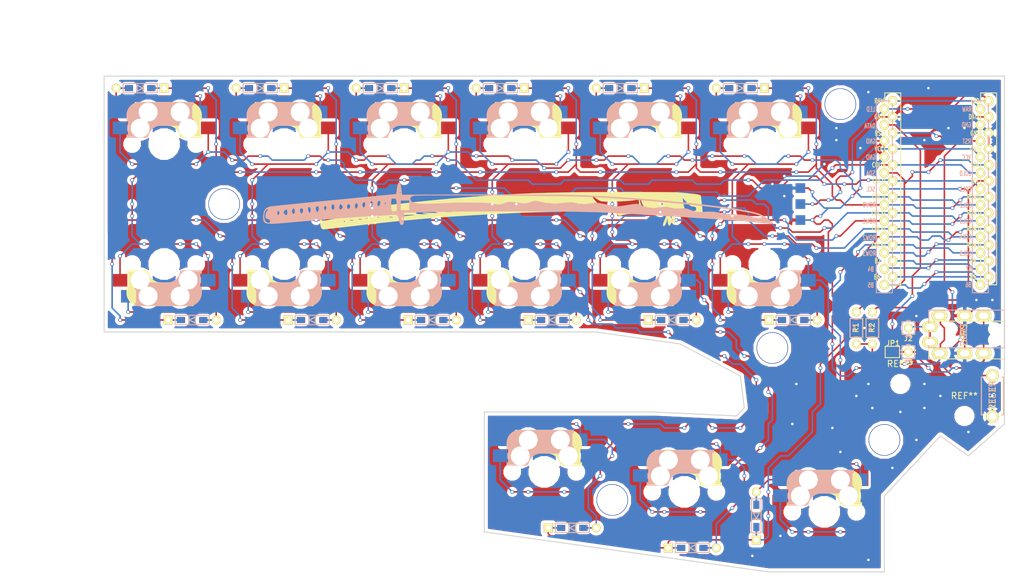
<source format=kicad_pcb>
(kicad_pcb (version 20171130) (host pcbnew 5.0.2+dfsg1-1~bpo9+1)
  (layers (0 F.Cu signal) (31 B.Cu signal) (34 B.Paste user) (35 F.Paste user) (36 B.SilkS user hide) (37 F.SilkS user hide) (38 B.Mask user) (39 F.Mask user) (44 Edge.Cuts user))
  (net 0 "")
  (net 1 ROW0)
  (net 2 "Net-(D1-Pad2)")
  (net 3 "Net-(D2-Pad2)")
  (net 4 ROW1)
  (net 5 "Net-(D3-Pad2)")
  (net 6 "Net-(D4-Pad2)")
  (net 7 "Net-(D5-Pad2)")
  (net 8 "Net-(D6-Pad2)")
  (net 9 "Net-(D7-Pad2)")
  (net 10 "Net-(D8-Pad2)")
  (net 11 "Net-(D9-Pad2)")
  (net 12 ROW2)
  (net 13 "Net-(D10-Pad2)")
  (net 14 "Net-(D11-Pad2)")
  (net 15 "Net-(D12-Pad2)")
  (net 16 "Net-(D13-Pad2)")
  (net 17 "Net-(D14-Pad2)")
  (net 18 "Net-(D15-Pad2)")
  (net 19 VCC)
  (net 20 "Net-(J1-PadA)")
  (net 21 "Net-(J1-PadB)")
  (net 22 GND)
  (net 23 LED)
  (net 24 DATA)
  (net 25 SDA)
  (net 26 SCL)
  (net 27 "Net-(SW1-Pad1)")
  (net 28 COL0)
  (net 29 COL1)
  (net 30 COL2)
  (net 31 COL3)
  (net 32 COL4)
  (net 33 COL5)
  (net 34 "Net-(U1-Pad24)")
  (net 35 "Net-(U1-Pad14)")
  (net 36 "Net-(U1-Pad13)")
  (net 37 "Net-(U1-Pad12)")
  (net 38 "Net-(U1-Pad11)")
  (net 39 "Net-(U1-Pad10)")
  (module kbd:MJ-4PP-9 (layer F.Cu) (at 220.98 101.6 270)
    (fp_text reference J1)
    (fp_text value MJ-4PP-9 hide)
    (fp_text user TRRS (at -0.8255 6.4135 270) (layer B.SilkS) (effects (justify mirror)))
    (fp_text user TRRS (at -0.75 6.45 270) (layer F.SilkS))
    (pad "" np_thru_hole circle (at -1.75 8.5 270) (size 1.2 1.2) (drill 1.2) (layers *.Cu *.Mask F.SilkS))
    (pad "" np_thru_hole circle (at -1.75 1.5 270) (size 1.2 1.2) (drill 1.2) (layers *.Cu *.Mask F.SilkS))
    (pad D thru_hole oval (at -3.85 10.3 270) (size 1.7 2.5) (drill oval 1 1.5) (layers *.Cu *.Mask F.SilkS) (net 19 VCC) (clearance 0.15))
    (pad A thru_hole oval (at 0.35 11.8 270) (size 1.7 2.5) (drill oval 1 1.5) (layers *.Cu *.Mask F.SilkS) (net 20 "Net-(J1-PadA)") (clearance 0.15))
    (pad B thru_hole oval (at -3.85 3.3 270) (size 1.7 2.5) (drill oval 1 1.5) (layers *.Cu *.Mask F.SilkS) (net 21 "Net-(J1-PadB)"))
    (pad C thru_hole oval (at -3.85 6.3 270) (size 1.7 2.5) (drill oval 1 1.5) (layers *.Cu *.Mask F.SilkS) (net 22 GND))
    (pad "" np_thru_hole circle (at 0 1.5 270) (size 1.2 1.2) (drill 1.2) (layers *.Cu *.Mask F.SilkS))
    (pad "" np_thru_hole circle (at 0 8.5 270) (size 1.2 1.2) (drill 1.2) (layers *.Cu *.Mask F.SilkS))
    (pad B thru_hole oval (at 2.1 3.3 270) (size 1.7 2.5) (drill oval 1 1.5) (layers *.Cu *.Mask F.SilkS) (net 21 "Net-(J1-PadB)"))
    (pad C thru_hole oval (at 2.1 6.3 270) (size 1.7 2.5) (drill oval 1 1.5) (layers *.Cu *.Mask F.SilkS) (net 22 GND))
    (pad D thru_hole oval (at 2.1 10.3 270) (size 1.7 2.5) (drill oval 1 1.5) (layers *.Cu *.Mask F.SilkS) (net 19 VCC) (clearance 0.15))
    (pad A thru_hole oval (at -2.1 11.8 270) (size 1.7 2.5) (drill oval 1 1.5) (layers *.Cu *.Mask F.SilkS) (net 20 "Net-(J1-PadA)") (clearance 0.15))
  )
  (module kbd:D3_TH_SMD (layer F.Cu) (at 83.82 61.595 180)
    (fp_text reference D1 hide)
    (fp_text value D hide)
    (pad 1 smd rect (at -1.775 0 180) (size 1.3 0.95) (layers F.Cu F.Paste F.Mask) (net 1 ROW0))
    (pad 2 smd rect (at 1.775 0 180) (size 1.3 0.95) (layers B.Cu B.Paste B.Mask) (net 2 "Net-(D1-Pad2)"))
    (pad 1 smd rect (at -1.775 0 180) (size 1.3 0.95) (layers B.Cu B.Paste B.Mask) (net 1 ROW0))
    (pad 1 thru_hole rect (at -3.81 0 180) (size 1.397 1.397) (drill 0.8128) (layers *.Cu *.Mask F.SilkS) (net 1 ROW0))
    (pad 2 thru_hole circle (at 3.81 0 180) (size 1.397 1.397) (drill 0.8128) (layers *.Cu *.Mask F.SilkS) (net 2 "Net-(D1-Pad2)"))
    (pad 2 smd rect (at 1.775 0 180) (size 1.3 0.95) (layers F.Cu F.Paste F.Mask) (net 2 "Net-(D1-Pad2)"))
  )
  (module kbd:D3_TH_SMD (layer F.Cu) (at 92.075 98.425)
    (fp_text reference D2 hide)
    (fp_text value D hide)
    (pad 1 smd rect (at -1.775 0) (size 1.3 0.95) (layers F.Cu F.Paste F.Mask) (net 4 ROW1))
    (pad 2 smd rect (at 1.775 0) (size 1.3 0.95) (layers B.Cu B.Paste B.Mask) (net 3 "Net-(D2-Pad2)"))
    (pad 1 smd rect (at -1.775 0) (size 1.3 0.95) (layers B.Cu B.Paste B.Mask) (net 4 ROW1))
    (pad 1 thru_hole rect (at -3.81 0) (size 1.397 1.397) (drill 0.8128) (layers *.Cu *.Mask F.SilkS) (net 4 ROW1))
    (pad 2 thru_hole circle (at 3.81 0) (size 1.397 1.397) (drill 0.8128) (layers *.Cu *.Mask F.SilkS) (net 3 "Net-(D2-Pad2)"))
    (pad 2 smd rect (at 1.775 0) (size 1.3 0.95) (layers F.Cu F.Paste F.Mask) (net 3 "Net-(D2-Pad2)"))
  )
  (module kbd:D3_TH_SMD (layer F.Cu) (at 102.87 61.595 180)
    (fp_text reference D3 hide)
    (fp_text value D hide)
    (pad 1 smd rect (at -1.775 0 180) (size 1.3 0.95) (layers F.Cu F.Paste F.Mask) (net 1 ROW0))
    (pad 2 smd rect (at 1.775 0 180) (size 1.3 0.95) (layers B.Cu B.Paste B.Mask) (net 5 "Net-(D3-Pad2)"))
    (pad 1 smd rect (at -1.775 0 180) (size 1.3 0.95) (layers B.Cu B.Paste B.Mask) (net 1 ROW0))
    (pad 1 thru_hole rect (at -3.81 0 180) (size 1.397 1.397) (drill 0.8128) (layers *.Cu *.Mask F.SilkS) (net 1 ROW0))
    (pad 2 thru_hole circle (at 3.81 0 180) (size 1.397 1.397) (drill 0.8128) (layers *.Cu *.Mask F.SilkS) (net 5 "Net-(D3-Pad2)"))
    (pad 2 smd rect (at 1.775 0 180) (size 1.3 0.95) (layers F.Cu F.Paste F.Mask) (net 5 "Net-(D3-Pad2)"))
  )
  (module kbd:D3_TH_SMD (layer F.Cu) (at 111.125 98.425)
    (fp_text reference D4 hide)
    (fp_text value D hide)
    (pad 1 smd rect (at -1.775 0) (size 1.3 0.95) (layers F.Cu F.Paste F.Mask) (net 4 ROW1))
    (pad 2 smd rect (at 1.775 0) (size 1.3 0.95) (layers B.Cu B.Paste B.Mask) (net 6 "Net-(D4-Pad2)"))
    (pad 1 smd rect (at -1.775 0) (size 1.3 0.95) (layers B.Cu B.Paste B.Mask) (net 4 ROW1))
    (pad 1 thru_hole rect (at -3.81 0) (size 1.397 1.397) (drill 0.8128) (layers *.Cu *.Mask F.SilkS) (net 4 ROW1))
    (pad 2 thru_hole circle (at 3.81 0) (size 1.397 1.397) (drill 0.8128) (layers *.Cu *.Mask F.SilkS) (net 6 "Net-(D4-Pad2)"))
    (pad 2 smd rect (at 1.775 0) (size 1.3 0.95) (layers F.Cu F.Paste F.Mask) (net 6 "Net-(D4-Pad2)"))
  )
  (module kbd:D3_TH_SMD (layer F.Cu) (at 121.92 61.595 180)
    (fp_text reference D5 hide)
    (fp_text value D hide)
    (pad 2 smd rect (at 1.775 0 180) (size 1.3 0.95) (layers F.Cu F.Paste F.Mask) (net 7 "Net-(D5-Pad2)"))
    (pad 2 thru_hole circle (at 3.81 0 180) (size 1.397 1.397) (drill 0.8128) (layers *.Cu *.Mask F.SilkS) (net 7 "Net-(D5-Pad2)"))
    (pad 1 thru_hole rect (at -3.81 0 180) (size 1.397 1.397) (drill 0.8128) (layers *.Cu *.Mask F.SilkS) (net 1 ROW0))
    (pad 1 smd rect (at -1.775 0 180) (size 1.3 0.95) (layers B.Cu B.Paste B.Mask) (net 1 ROW0))
    (pad 2 smd rect (at 1.775 0 180) (size 1.3 0.95) (layers B.Cu B.Paste B.Mask) (net 7 "Net-(D5-Pad2)"))
    (pad 1 smd rect (at -1.775 0 180) (size 1.3 0.95) (layers F.Cu F.Paste F.Mask) (net 1 ROW0))
  )
  (module kbd:D3_TH_SMD (layer F.Cu) (at 130.175 98.425)
    (fp_text reference D6 hide)
    (fp_text value D hide)
    (pad 2 smd rect (at 1.775 0) (size 1.3 0.95) (layers F.Cu F.Paste F.Mask) (net 8 "Net-(D6-Pad2)"))
    (pad 2 thru_hole circle (at 3.81 0) (size 1.397 1.397) (drill 0.8128) (layers *.Cu *.Mask F.SilkS) (net 8 "Net-(D6-Pad2)"))
    (pad 1 thru_hole rect (at -3.81 0) (size 1.397 1.397) (drill 0.8128) (layers *.Cu *.Mask F.SilkS) (net 4 ROW1))
    (pad 1 smd rect (at -1.775 0) (size 1.3 0.95) (layers B.Cu B.Paste B.Mask) (net 4 ROW1))
    (pad 2 smd rect (at 1.775 0) (size 1.3 0.95) (layers B.Cu B.Paste B.Mask) (net 8 "Net-(D6-Pad2)"))
    (pad 1 smd rect (at -1.775 0) (size 1.3 0.95) (layers F.Cu F.Paste F.Mask) (net 4 ROW1))
  )
  (module kbd:D3_TH_SMD (layer F.Cu) (at 140.97 61.595 180)
    (fp_text reference D7 hide)
    (fp_text value D hide)
    (pad 1 smd rect (at -1.775 0 180) (size 1.3 0.95) (layers F.Cu F.Paste F.Mask) (net 1 ROW0))
    (pad 2 smd rect (at 1.775 0 180) (size 1.3 0.95) (layers B.Cu B.Paste B.Mask) (net 9 "Net-(D7-Pad2)"))
    (pad 1 smd rect (at -1.775 0 180) (size 1.3 0.95) (layers B.Cu B.Paste B.Mask) (net 1 ROW0))
    (pad 1 thru_hole rect (at -3.81 0 180) (size 1.397 1.397) (drill 0.8128) (layers *.Cu *.Mask F.SilkS) (net 1 ROW0))
    (pad 2 thru_hole circle (at 3.81 0 180) (size 1.397 1.397) (drill 0.8128) (layers *.Cu *.Mask F.SilkS) (net 9 "Net-(D7-Pad2)"))
    (pad 2 smd rect (at 1.775 0 180) (size 1.3 0.95) (layers F.Cu F.Paste F.Mask) (net 9 "Net-(D7-Pad2)"))
  )
  (module kbd:D3_TH_SMD (layer F.Cu) (at 149.225 98.425)
    (fp_text reference D8 hide)
    (fp_text value D hide)
    (pad 1 smd rect (at -1.775 0) (size 1.3 0.95) (layers F.Cu F.Paste F.Mask) (net 4 ROW1))
    (pad 2 smd rect (at 1.775 0) (size 1.3 0.95) (layers B.Cu B.Paste B.Mask) (net 10 "Net-(D8-Pad2)"))
    (pad 1 smd rect (at -1.775 0) (size 1.3 0.95) (layers B.Cu B.Paste B.Mask) (net 4 ROW1))
    (pad 1 thru_hole rect (at -3.81 0) (size 1.397 1.397) (drill 0.8128) (layers *.Cu *.Mask F.SilkS) (net 4 ROW1))
    (pad 2 thru_hole circle (at 3.81 0) (size 1.397 1.397) (drill 0.8128) (layers *.Cu *.Mask F.SilkS) (net 10 "Net-(D8-Pad2)"))
    (pad 2 smd rect (at 1.775 0) (size 1.3 0.95) (layers F.Cu F.Paste F.Mask) (net 10 "Net-(D8-Pad2)"))
  )
  (module kbd:D3_TH_SMD (layer F.Cu) (at 152.4 131.445)
    (fp_text reference D9 hide)
    (fp_text value D hide)
    (pad 2 smd rect (at 1.775 0) (size 1.3 0.95) (layers F.Cu F.Paste F.Mask) (net 11 "Net-(D9-Pad2)"))
    (pad 2 thru_hole circle (at 3.81 0) (size 1.397 1.397) (drill 0.8128) (layers *.Cu *.Mask F.SilkS) (net 11 "Net-(D9-Pad2)"))
    (pad 1 thru_hole rect (at -3.81 0) (size 1.397 1.397) (drill 0.8128) (layers *.Cu *.Mask F.SilkS) (net 12 ROW2))
    (pad 1 smd rect (at -1.775 0) (size 1.3 0.95) (layers B.Cu B.Paste B.Mask) (net 12 ROW2))
    (pad 2 smd rect (at 1.775 0) (size 1.3 0.95) (layers B.Cu B.Paste B.Mask) (net 11 "Net-(D9-Pad2)"))
    (pad 1 smd rect (at -1.775 0) (size 1.3 0.95) (layers F.Cu F.Paste F.Mask) (net 12 ROW2))
  )
  (module kbd:D3_TH_SMD (layer F.Cu) (at 160.02 61.595 180)
    (fp_text reference D10 hide)
    (fp_text value D hide)
    (pad 2 smd rect (at 1.775 0 180) (size 1.3 0.95) (layers F.Cu F.Paste F.Mask) (net 13 "Net-(D10-Pad2)"))
    (pad 2 thru_hole circle (at 3.81 0 180) (size 1.397 1.397) (drill 0.8128) (layers *.Cu *.Mask F.SilkS) (net 13 "Net-(D10-Pad2)"))
    (pad 1 thru_hole rect (at -3.81 0 180) (size 1.397 1.397) (drill 0.8128) (layers *.Cu *.Mask F.SilkS) (net 1 ROW0))
    (pad 1 smd rect (at -1.775 0 180) (size 1.3 0.95) (layers B.Cu B.Paste B.Mask) (net 1 ROW0))
    (pad 2 smd rect (at 1.775 0 180) (size 1.3 0.95) (layers B.Cu B.Paste B.Mask) (net 13 "Net-(D10-Pad2)"))
    (pad 1 smd rect (at -1.775 0 180) (size 1.3 0.95) (layers F.Cu F.Paste F.Mask) (net 1 ROW0))
  )
  (module kbd:D3_TH_SMD (layer F.Cu) (at 168.275 98.425)
    (fp_text reference D11 hide)
    (fp_text value D hide)
    (pad 2 smd rect (at 1.775 0) (size 1.3 0.95) (layers F.Cu F.Paste F.Mask) (net 14 "Net-(D11-Pad2)"))
    (pad 2 thru_hole circle (at 3.81 0) (size 1.397 1.397) (drill 0.8128) (layers *.Cu *.Mask F.SilkS) (net 14 "Net-(D11-Pad2)"))
    (pad 1 thru_hole rect (at -3.81 0) (size 1.397 1.397) (drill 0.8128) (layers *.Cu *.Mask F.SilkS) (net 4 ROW1))
    (pad 1 smd rect (at -1.775 0) (size 1.3 0.95) (layers B.Cu B.Paste B.Mask) (net 4 ROW1))
    (pad 2 smd rect (at 1.775 0) (size 1.3 0.95) (layers B.Cu B.Paste B.Mask) (net 14 "Net-(D11-Pad2)"))
    (pad 1 smd rect (at -1.775 0) (size 1.3 0.95) (layers F.Cu F.Paste F.Mask) (net 4 ROW1))
  )
  (module kbd:D3_TH_SMD (layer F.Cu) (at 171.45 134.62)
    (fp_text reference D12 hide)
    (fp_text value D hide)
    (pad 1 smd rect (at -1.775 0) (size 1.3 0.95) (layers F.Cu F.Paste F.Mask) (net 12 ROW2))
    (pad 2 smd rect (at 1.775 0) (size 1.3 0.95) (layers B.Cu B.Paste B.Mask) (net 15 "Net-(D12-Pad2)"))
    (pad 1 smd rect (at -1.775 0) (size 1.3 0.95) (layers B.Cu B.Paste B.Mask) (net 12 ROW2))
    (pad 1 thru_hole rect (at -3.81 0) (size 1.397 1.397) (drill 0.8128) (layers *.Cu *.Mask F.SilkS) (net 12 ROW2))
    (pad 2 thru_hole circle (at 3.81 0) (size 1.397 1.397) (drill 0.8128) (layers *.Cu *.Mask F.SilkS) (net 15 "Net-(D12-Pad2)"))
    (pad 2 smd rect (at 1.775 0) (size 1.3 0.95) (layers F.Cu F.Paste F.Mask) (net 15 "Net-(D12-Pad2)"))
  )
  (module kbd:D3_TH_SMD (layer F.Cu) (at 179.07 61.595 180)
    (fp_text reference D13 hide)
    (fp_text value D hide)
    (pad 1 smd rect (at -1.775 0 180) (size 1.3 0.95) (layers F.Cu F.Paste F.Mask) (net 1 ROW0))
    (pad 2 smd rect (at 1.775 0 180) (size 1.3 0.95) (layers B.Cu B.Paste B.Mask) (net 16 "Net-(D13-Pad2)"))
    (pad 1 smd rect (at -1.775 0 180) (size 1.3 0.95) (layers B.Cu B.Paste B.Mask) (net 1 ROW0))
    (pad 1 thru_hole rect (at -3.81 0 180) (size 1.397 1.397) (drill 0.8128) (layers *.Cu *.Mask F.SilkS) (net 1 ROW0))
    (pad 2 thru_hole circle (at 3.81 0 180) (size 1.397 1.397) (drill 0.8128) (layers *.Cu *.Mask F.SilkS) (net 16 "Net-(D13-Pad2)"))
    (pad 2 smd rect (at 1.775 0 180) (size 1.3 0.95) (layers F.Cu F.Paste F.Mask) (net 16 "Net-(D13-Pad2)"))
  )
  (module kbd:D3_TH_SMD (layer F.Cu) (at 187.455 98.425)
    (fp_text reference D14 hide)
    (fp_text value D hide)
    (pad 1 smd rect (at -1.775 0) (size 1.3 0.95) (layers F.Cu F.Paste F.Mask) (net 4 ROW1))
    (pad 2 smd rect (at 1.775 0) (size 1.3 0.95) (layers B.Cu B.Paste B.Mask) (net 17 "Net-(D14-Pad2)"))
    (pad 1 smd rect (at -1.775 0) (size 1.3 0.95) (layers B.Cu B.Paste B.Mask) (net 4 ROW1))
    (pad 1 thru_hole rect (at -3.81 0) (size 1.397 1.397) (drill 0.8128) (layers *.Cu *.Mask F.SilkS) (net 4 ROW1))
    (pad 2 thru_hole circle (at 3.81 0) (size 1.397 1.397) (drill 0.8128) (layers *.Cu *.Mask F.SilkS) (net 17 "Net-(D14-Pad2)"))
    (pad 2 smd rect (at 1.775 0) (size 1.3 0.95) (layers F.Cu F.Paste F.Mask) (net 17 "Net-(D14-Pad2)"))
  )
  (module kbd:D3_TH_SMD (layer F.Cu) (at 181.61 129.54 90)
    (fp_text reference D15 hide)
    (fp_text value D hide)
    (pad 2 smd rect (at 1.775 0 90) (size 1.3 0.95) (layers F.Cu F.Paste F.Mask) (net 18 "Net-(D15-Pad2)"))
    (pad 2 thru_hole circle (at 3.81 0 90) (size 1.397 1.397) (drill 0.8128) (layers *.Cu *.Mask F.SilkS) (net 18 "Net-(D15-Pad2)"))
    (pad 1 thru_hole rect (at -3.81 0 90) (size 1.397 1.397) (drill 0.8128) (layers *.Cu *.Mask F.SilkS) (net 12 ROW2))
    (pad 1 smd rect (at -1.775 0 90) (size 1.3 0.95) (layers B.Cu B.Paste B.Mask) (net 12 ROW2))
    (pad 2 smd rect (at 1.775 0 90) (size 1.3 0.95) (layers B.Cu B.Paste B.Mask) (net 18 "Net-(D15-Pad2)"))
    (pad 1 smd rect (at -1.775 0 90) (size 1.3 0.95) (layers F.Cu F.Paste F.Mask) (net 12 ROW2))
  )
  (module kbd:1pin_conn (layer F.Cu) (at 205.74 99.695)
    (fp_text reference J2 (at 0 1.651) (layer F.SilkS) (effects (font (size 0.8128 0.8128))))
    (fp_text value i2c_pin hide)
    (fp_text user ** (at 0 1.651) (layer B.SilkS) (effects (font (size 0.8128 0.8128)) (justify mirror)))
    (pad 1 thru_hole circle (at 0 0) (size 1.397 1.397) (drill 0.8128) (layers *.Cu *.Mask F.SilkS) (net 20 "Net-(J1-PadA)"))
  )
  (module kbd:1pin_conn (layer F.Cu) (at 205.74 103.505)
    (fp_text reference J3 (at 0 1.651) (layer F.SilkS) (effects (font (size 0.8128 0.8128))))
    (fp_text value i2c_pin hide)
    (fp_text user ** (at 0 1.651) (layer B.SilkS) (effects (font (size 0.8128 0.8128)) (justify mirror)))
    (pad 1 thru_hole circle (at 0 0) (size 1.397 1.397) (drill 0.8128) (layers *.Cu *.Mask F.SilkS) (net 21 "Net-(J1-PadB)"))
  )
  (module kbd:StripLED_rev (layer F.Cu) (at 188.595 82.55 180)
    (fp_text reference J4 hide)
    (fp_text value LED hide)
    (pad 3 smd rect (at 0 5.08 180) (size 1.524 1.524) (layers F.Cu F.Paste F.Mask) (net 19 VCC))
    (pad 2 smd rect (at 0 2.54 180) (size 1.524 1.524) (layers F.Cu F.Paste F.Mask) (net 23 LED))
    (pad 1 smd rect (at 0 0 180) (size 1.524 1.524) (layers F.Cu F.Paste F.Mask) (net 22 GND))
    (pad 1 smd rect (at 0 5.08 180) (size 1.524 1.524) (layers B.Cu B.Paste B.Mask) (net 22 GND))
    (pad 2 smd rect (at 0 2.54 180) (size 1.524 1.524) (layers B.Cu B.Paste B.Mask) (net 23 LED))
    (pad 3 smd rect (at 0 0 180) (size 1.524 1.524) (layers B.Cu B.Paste B.Mask) (net 19 VCC))
  )
  (module kbd:JP (layer F.Cu) (at 203.2 103.505)
    (fp_text reference JP1 (at 0.1 -1.4) (layer F.SilkS) (effects (font (size 0.8128 0.8128) (thickness 0.1524))))
    (fp_text value Jumper hide)
    (pad 1 smd rect (at -0.50038 0) (size 0.635 1.143) (layers F.Cu F.Paste F.Mask) (net 24 DATA) (clearance 0.1905))
    (pad 2 smd rect (at 0.50038 0) (size 0.635 1.143) (layers F.Cu F.Paste F.Mask) (net 21 "Net-(J1-PadB)") (clearance 0.1905))
    (pad "" smd rect (at 0 0 90) (size 0.381 0.381) (layers F.Cu F.Paste F.Mask) (clearance 0.00254))
  )
  (module kbd:R (layer F.Cu) (at 197.485 99.695 90)
    (fp_text reference R1 (at 0.05 -0.08 90) (layer F.SilkS) (effects (font (size 0.8128 0.8128))))
    (fp_text value R hide)
    (fp_text user ** (at 0 -0.0635 90) (layer B.SilkS) (effects (font (size 0.8128 0.8128)) (justify mirror)))
    (pad 1 thru_hole circle (at -2.54 0 90) (size 1.397 1.397) (drill 0.8128) (layers *.Cu *.Mask F.SilkS) (net 19 VCC))
    (pad 2 thru_hole circle (at 2.54 0 90) (size 1.397 1.397) (drill 0.8128) (layers *.Cu *.Mask F.SilkS) (net 25 SDA))
  )
  (module kbd:R (layer F.Cu) (at 200.025 99.695 90)
    (fp_text reference R2 (at 0.05 -0.08 90) (layer F.SilkS) (effects (font (size 0.8128 0.8128))))
    (fp_text value R hide)
    (fp_text user ** (at 0 -0.0635 90) (layer B.SilkS) (effects (font (size 0.8128 0.8128)) (justify mirror)))
    (pad 2 thru_hole circle (at 2.54 0 90) (size 1.397 1.397) (drill 0.8128) (layers *.Cu *.Mask F.SilkS) (net 26 SCL))
    (pad 1 thru_hole circle (at -2.54 0 90) (size 1.397 1.397) (drill 0.8128) (layers *.Cu *.Mask F.SilkS) (net 19 VCC))
  )
  (module kbd:ResetSW (layer F.Cu) (at 219.075 110.49 90)
    (fp_text reference SW1 hide)
    (fp_text value RESET_SW)
    (fp_text user RESET (at 0.127 0 90) (layer B.SilkS) (effects (justify mirror)))
    (fp_text user RESET (at 0 0 90) (layer F.SilkS))
    (pad 1 thru_hole circle (at 3.25 0 90) (size 2 2) (drill 1.3) (layers *.Cu *.Mask F.SilkS) (net 27 "Net-(SW1-Pad1)"))
    (pad 2 thru_hole circle (at -3.25 0 90) (size 2 2) (drill 1.3) (layers *.Cu *.Mask F.SilkS) (net 22 GND))
  )
  (module kbd:CherryMX_Hotswap (layer F.Cu) (at 87.63 70.485)
    (fp_text reference SW2 hide)
    (fp_text value SW_PUSH hide)
    (pad 2 smd rect (at 5.7 -5.12 180) (size 2.3 2) (layers B.Cu B.Paste B.Mask) (net 2 "Net-(D1-Pad2)"))
    (pad "" np_thru_hole circle (at -5.08 0) (size 1.8 1.8) (drill 1.8) (layers *.Cu *.Mask F.SilkS))
    (pad "" np_thru_hole circle (at 5.08 0) (size 1.8 1.8) (drill 1.8) (layers *.Cu *.Mask F.SilkS))
    (pad "" np_thru_hole circle (at 0 0 90) (size 4 4) (drill 4) (layers *.Cu *.Mask F.SilkS))
    (pad "" np_thru_hole circle (at 2.54 -5.08 180) (size 3 3) (drill 3) (layers *.Cu *.Mask))
    (pad "" np_thru_hole circle (at 3.81 -2.540001 180) (size 3 3) (drill 3) (layers *.Cu *.Mask))
    (pad "" np_thru_hole circle (at -2.54 -5.08 180) (size 3 3) (drill 3) (layers *.Cu *.Mask))
    (pad "" np_thru_hole circle (at -3.81 -2.54 180) (size 3 3) (drill 3) (layers *.Cu *.Mask))
    (pad 2 smd rect (at -5.7 -5.12 180) (size 2.3 2) (layers F.Cu F.Paste F.Mask) (net 2 "Net-(D1-Pad2)"))
    (pad 1 smd rect (at 7 -2.58 180) (size 2.3 2) (layers F.Cu F.Paste F.Mask) (net 28 COL0))
    (pad 1 smd rect (at -7 -2.58 180) (size 2.3 2) (layers B.Cu B.Paste B.Mask) (net 28 COL0))
  )
  (module kbd:CherryMX_Hotswap (layer F.Cu) (at 87.63 89.535 180)
    (fp_text reference SW3 hide)
    (fp_text value SW_PUSH hide)
    (pad 2 smd rect (at 5.7 -5.12) (size 2.3 2) (layers B.Cu B.Paste B.Mask) (net 3 "Net-(D2-Pad2)"))
    (pad "" np_thru_hole circle (at -5.08 0 180) (size 1.8 1.8) (drill 1.8) (layers *.Cu *.Mask F.SilkS))
    (pad "" np_thru_hole circle (at 5.08 0 180) (size 1.8 1.8) (drill 1.8) (layers *.Cu *.Mask F.SilkS))
    (pad "" np_thru_hole circle (at 0 0 270) (size 4 4) (drill 4) (layers *.Cu *.Mask F.SilkS))
    (pad "" np_thru_hole circle (at 2.54 -5.08) (size 3 3) (drill 3) (layers *.Cu *.Mask))
    (pad "" np_thru_hole circle (at 3.81 -2.540001) (size 3 3) (drill 3) (layers *.Cu *.Mask))
    (pad "" np_thru_hole circle (at -2.54 -5.08) (size 3 3) (drill 3) (layers *.Cu *.Mask))
    (pad "" np_thru_hole circle (at -3.81 -2.54) (size 3 3) (drill 3) (layers *.Cu *.Mask))
    (pad 2 smd rect (at -5.7 -5.12) (size 2.3 2) (layers F.Cu F.Paste F.Mask) (net 3 "Net-(D2-Pad2)"))
    (pad 1 smd rect (at 7 -2.58) (size 2.3 2) (layers F.Cu F.Paste F.Mask) (net 28 COL0))
    (pad 1 smd rect (at -7 -2.58) (size 2.3 2) (layers B.Cu B.Paste B.Mask) (net 28 COL0))
  )
  (module kbd:CherryMX_Hotswap (layer F.Cu) (at 106.68 70.485)
    (fp_text reference SW4 hide)
    (fp_text value SW_PUSH hide)
    (pad 1 smd rect (at -7 -2.58 180) (size 2.3 2) (layers B.Cu B.Paste B.Mask) (net 29 COL1))
    (pad 1 smd rect (at 7 -2.58 180) (size 2.3 2) (layers F.Cu F.Paste F.Mask) (net 29 COL1))
    (pad 2 smd rect (at -5.7 -5.12 180) (size 2.3 2) (layers F.Cu F.Paste F.Mask) (net 5 "Net-(D3-Pad2)"))
    (pad "" np_thru_hole circle (at -3.81 -2.54 180) (size 3 3) (drill 3) (layers *.Cu *.Mask))
    (pad "" np_thru_hole circle (at -2.54 -5.08 180) (size 3 3) (drill 3) (layers *.Cu *.Mask))
    (pad "" np_thru_hole circle (at 3.81 -2.540001 180) (size 3 3) (drill 3) (layers *.Cu *.Mask))
    (pad "" np_thru_hole circle (at 2.54 -5.08 180) (size 3 3) (drill 3) (layers *.Cu *.Mask))
    (pad "" np_thru_hole circle (at 0 0 90) (size 4 4) (drill 4) (layers *.Cu *.Mask F.SilkS))
    (pad "" np_thru_hole circle (at 5.08 0) (size 1.8 1.8) (drill 1.8) (layers *.Cu *.Mask F.SilkS))
    (pad "" np_thru_hole circle (at -5.08 0) (size 1.8 1.8) (drill 1.8) (layers *.Cu *.Mask F.SilkS))
    (pad 2 smd rect (at 5.7 -5.12 180) (size 2.3 2) (layers B.Cu B.Paste B.Mask) (net 5 "Net-(D3-Pad2)"))
  )
  (module kbd:CherryMX_Hotswap (layer F.Cu) (at 106.68 89.535 180)
    (fp_text reference SW5 hide)
    (fp_text value SW_PUSH hide)
    (pad 1 smd rect (at -7 -2.58) (size 2.3 2) (layers B.Cu B.Paste B.Mask) (net 29 COL1))
    (pad 1 smd rect (at 7 -2.58) (size 2.3 2) (layers F.Cu F.Paste F.Mask) (net 29 COL1))
    (pad 2 smd rect (at -5.7 -5.12) (size 2.3 2) (layers F.Cu F.Paste F.Mask) (net 6 "Net-(D4-Pad2)"))
    (pad "" np_thru_hole circle (at -3.81 -2.54) (size 3 3) (drill 3) (layers *.Cu *.Mask))
    (pad "" np_thru_hole circle (at -2.54 -5.08) (size 3 3) (drill 3) (layers *.Cu *.Mask))
    (pad "" np_thru_hole circle (at 3.81 -2.540001) (size 3 3) (drill 3) (layers *.Cu *.Mask))
    (pad "" np_thru_hole circle (at 2.54 -5.08) (size 3 3) (drill 3) (layers *.Cu *.Mask))
    (pad "" np_thru_hole circle (at 0 0 270) (size 4 4) (drill 4) (layers *.Cu *.Mask F.SilkS))
    (pad "" np_thru_hole circle (at 5.08 0 180) (size 1.8 1.8) (drill 1.8) (layers *.Cu *.Mask F.SilkS))
    (pad "" np_thru_hole circle (at -5.08 0 180) (size 1.8 1.8) (drill 1.8) (layers *.Cu *.Mask F.SilkS))
    (pad 2 smd rect (at 5.7 -5.12) (size 2.3 2) (layers B.Cu B.Paste B.Mask) (net 6 "Net-(D4-Pad2)"))
  )
  (module kbd:CherryMX_Hotswap (layer F.Cu) (at 125.73 70.485)
    (fp_text reference SW6 hide)
    (fp_text value SW_PUSH hide)
    (pad 2 smd rect (at 5.7 -5.12 180) (size 2.3 2) (layers B.Cu B.Paste B.Mask) (net 7 "Net-(D5-Pad2)"))
    (pad "" np_thru_hole circle (at -5.08 0) (size 1.8 1.8) (drill 1.8) (layers *.Cu *.Mask F.SilkS))
    (pad "" np_thru_hole circle (at 5.08 0) (size 1.8 1.8) (drill 1.8) (layers *.Cu *.Mask F.SilkS))
    (pad "" np_thru_hole circle (at 0 0 90) (size 4 4) (drill 4) (layers *.Cu *.Mask F.SilkS))
    (pad "" np_thru_hole circle (at 2.54 -5.08 180) (size 3 3) (drill 3) (layers *.Cu *.Mask))
    (pad "" np_thru_hole circle (at 3.81 -2.540001 180) (size 3 3) (drill 3) (layers *.Cu *.Mask))
    (pad "" np_thru_hole circle (at -2.54 -5.08 180) (size 3 3) (drill 3) (layers *.Cu *.Mask))
    (pad "" np_thru_hole circle (at -3.81 -2.54 180) (size 3 3) (drill 3) (layers *.Cu *.Mask))
    (pad 2 smd rect (at -5.7 -5.12 180) (size 2.3 2) (layers F.Cu F.Paste F.Mask) (net 7 "Net-(D5-Pad2)"))
    (pad 1 smd rect (at 7 -2.58 180) (size 2.3 2) (layers F.Cu F.Paste F.Mask) (net 30 COL2))
    (pad 1 smd rect (at -7 -2.58 180) (size 2.3 2) (layers B.Cu B.Paste B.Mask) (net 30 COL2))
  )
  (module kbd:CherryMX_Hotswap (layer F.Cu) (at 125.73 89.535 180)
    (fp_text reference SW7 hide)
    (fp_text value SW_PUSH hide)
    (pad 2 smd rect (at 5.7 -5.12) (size 2.3 2) (layers B.Cu B.Paste B.Mask) (net 8 "Net-(D6-Pad2)"))
    (pad "" np_thru_hole circle (at -5.08 0 180) (size 1.8 1.8) (drill 1.8) (layers *.Cu *.Mask F.SilkS))
    (pad "" np_thru_hole circle (at 5.08 0 180) (size 1.8 1.8) (drill 1.8) (layers *.Cu *.Mask F.SilkS))
    (pad "" np_thru_hole circle (at 0 0 270) (size 4 4) (drill 4) (layers *.Cu *.Mask F.SilkS))
    (pad "" np_thru_hole circle (at 2.54 -5.08) (size 3 3) (drill 3) (layers *.Cu *.Mask))
    (pad "" np_thru_hole circle (at 3.81 -2.540001) (size 3 3) (drill 3) (layers *.Cu *.Mask))
    (pad "" np_thru_hole circle (at -2.54 -5.08) (size 3 3) (drill 3) (layers *.Cu *.Mask))
    (pad "" np_thru_hole circle (at -3.81 -2.54) (size 3 3) (drill 3) (layers *.Cu *.Mask))
    (pad 2 smd rect (at -5.7 -5.12) (size 2.3 2) (layers F.Cu F.Paste F.Mask) (net 8 "Net-(D6-Pad2)"))
    (pad 1 smd rect (at 7 -2.58) (size 2.3 2) (layers F.Cu F.Paste F.Mask) (net 30 COL2))
    (pad 1 smd rect (at -7 -2.58) (size 2.3 2) (layers B.Cu B.Paste B.Mask) (net 30 COL2))
  )
  (module kbd:CherryMX_Hotswap (layer F.Cu) (at 144.78 70.485)
    (fp_text reference SW8 hide)
    (fp_text value SW_PUSH hide)
    (pad 1 smd rect (at -7 -2.58 180) (size 2.3 2) (layers B.Cu B.Paste B.Mask) (net 31 COL3))
    (pad 1 smd rect (at 7 -2.58 180) (size 2.3 2) (layers F.Cu F.Paste F.Mask) (net 31 COL3))
    (pad 2 smd rect (at -5.7 -5.12 180) (size 2.3 2) (layers F.Cu F.Paste F.Mask) (net 9 "Net-(D7-Pad2)"))
    (pad "" np_thru_hole circle (at -3.81 -2.54 180) (size 3 3) (drill 3) (layers *.Cu *.Mask))
    (pad "" np_thru_hole circle (at -2.54 -5.08 180) (size 3 3) (drill 3) (layers *.Cu *.Mask))
    (pad "" np_thru_hole circle (at 3.81 -2.540001 180) (size 3 3) (drill 3) (layers *.Cu *.Mask))
    (pad "" np_thru_hole circle (at 2.54 -5.08 180) (size 3 3) (drill 3) (layers *.Cu *.Mask))
    (pad "" np_thru_hole circle (at 0 0 90) (size 4 4) (drill 4) (layers *.Cu *.Mask F.SilkS))
    (pad "" np_thru_hole circle (at 5.08 0) (size 1.8 1.8) (drill 1.8) (layers *.Cu *.Mask F.SilkS))
    (pad "" np_thru_hole circle (at -5.08 0) (size 1.8 1.8) (drill 1.8) (layers *.Cu *.Mask F.SilkS))
    (pad 2 smd rect (at 5.7 -5.12 180) (size 2.3 2) (layers B.Cu B.Paste B.Mask) (net 9 "Net-(D7-Pad2)"))
  )
  (module kbd:CherryMX_Hotswap (layer F.Cu) (at 144.78 89.535 180)
    (fp_text reference SW9 hide)
    (fp_text value SW_PUSH hide)
    (pad 1 smd rect (at -7 -2.58) (size 2.3 2) (layers B.Cu B.Paste B.Mask) (net 31 COL3))
    (pad 1 smd rect (at 7 -2.58) (size 2.3 2) (layers F.Cu F.Paste F.Mask) (net 31 COL3))
    (pad 2 smd rect (at -5.7 -5.12) (size 2.3 2) (layers F.Cu F.Paste F.Mask) (net 10 "Net-(D8-Pad2)"))
    (pad "" np_thru_hole circle (at -3.81 -2.54) (size 3 3) (drill 3) (layers *.Cu *.Mask))
    (pad "" np_thru_hole circle (at -2.54 -5.08) (size 3 3) (drill 3) (layers *.Cu *.Mask))
    (pad "" np_thru_hole circle (at 3.81 -2.540001) (size 3 3) (drill 3) (layers *.Cu *.Mask))
    (pad "" np_thru_hole circle (at 2.54 -5.08) (size 3 3) (drill 3) (layers *.Cu *.Mask))
    (pad "" np_thru_hole circle (at 0 0 270) (size 4 4) (drill 4) (layers *.Cu *.Mask F.SilkS))
    (pad "" np_thru_hole circle (at 5.08 0 180) (size 1.8 1.8) (drill 1.8) (layers *.Cu *.Mask F.SilkS))
    (pad "" np_thru_hole circle (at -5.08 0 180) (size 1.8 1.8) (drill 1.8) (layers *.Cu *.Mask F.SilkS))
    (pad 2 smd rect (at 5.7 -5.12) (size 2.3 2) (layers B.Cu B.Paste B.Mask) (net 10 "Net-(D8-Pad2)"))
  )
  (module kbd:CherryMX_Hotswap (layer F.Cu) (at 147.955 122.555)
    (fp_text reference SW10 hide)
    (fp_text value SW_PUSH hide)
    (pad 2 smd rect (at 5.7 -5.12 180) (size 2.3 2) (layers B.Cu B.Paste B.Mask) (net 11 "Net-(D9-Pad2)"))
    (pad "" np_thru_hole circle (at -5.08 0) (size 1.8 1.8) (drill 1.8) (layers *.Cu *.Mask F.SilkS))
    (pad "" np_thru_hole circle (at 5.08 0) (size 1.8 1.8) (drill 1.8) (layers *.Cu *.Mask F.SilkS))
    (pad "" np_thru_hole circle (at 0 0 90) (size 4 4) (drill 4) (layers *.Cu *.Mask F.SilkS))
    (pad "" np_thru_hole circle (at 2.54 -5.08 180) (size 3 3) (drill 3) (layers *.Cu *.Mask))
    (pad "" np_thru_hole circle (at 3.81 -2.540001 180) (size 3 3) (drill 3) (layers *.Cu *.Mask))
    (pad "" np_thru_hole circle (at -2.54 -5.08 180) (size 3 3) (drill 3) (layers *.Cu *.Mask))
    (pad "" np_thru_hole circle (at -3.81 -2.54 180) (size 3 3) (drill 3) (layers *.Cu *.Mask))
    (pad 2 smd rect (at -5.7 -5.12 180) (size 2.3 2) (layers F.Cu F.Paste F.Mask) (net 11 "Net-(D9-Pad2)"))
    (pad 1 smd rect (at 7 -2.58 180) (size 2.3 2) (layers F.Cu F.Paste F.Mask) (net 31 COL3))
    (pad 1 smd rect (at -7 -2.58 180) (size 2.3 2) (layers B.Cu B.Paste B.Mask) (net 31 COL3))
  )
  (module kbd:CherryMX_Hotswap (layer F.Cu) (at 163.83 70.485)
    (fp_text reference SW11 hide)
    (fp_text value SW_PUSH hide)
    (pad 2 smd rect (at 5.7 -5.12 180) (size 2.3 2) (layers B.Cu B.Paste B.Mask) (net 13 "Net-(D10-Pad2)"))
    (pad "" np_thru_hole circle (at -5.08 0) (size 1.8 1.8) (drill 1.8) (layers *.Cu *.Mask F.SilkS))
    (pad "" np_thru_hole circle (at 5.08 0) (size 1.8 1.8) (drill 1.8) (layers *.Cu *.Mask F.SilkS))
    (pad "" np_thru_hole circle (at 0 0 90) (size 4 4) (drill 4) (layers *.Cu *.Mask F.SilkS))
    (pad "" np_thru_hole circle (at 2.54 -5.08 180) (size 3 3) (drill 3) (layers *.Cu *.Mask))
    (pad "" np_thru_hole circle (at 3.81 -2.540001 180) (size 3 3) (drill 3) (layers *.Cu *.Mask))
    (pad "" np_thru_hole circle (at -2.54 -5.08 180) (size 3 3) (drill 3) (layers *.Cu *.Mask))
    (pad "" np_thru_hole circle (at -3.81 -2.54 180) (size 3 3) (drill 3) (layers *.Cu *.Mask))
    (pad 2 smd rect (at -5.7 -5.12 180) (size 2.3 2) (layers F.Cu F.Paste F.Mask) (net 13 "Net-(D10-Pad2)"))
    (pad 1 smd rect (at 7 -2.58 180) (size 2.3 2) (layers F.Cu F.Paste F.Mask) (net 32 COL4))
    (pad 1 smd rect (at -7 -2.58 180) (size 2.3 2) (layers B.Cu B.Paste B.Mask) (net 32 COL4))
  )
  (module kbd:CherryMX_Hotswap (layer F.Cu) (at 163.83 89.535 180)
    (fp_text reference SW12 hide)
    (fp_text value SW_PUSH hide)
    (pad 2 smd rect (at 5.7 -5.12) (size 2.3 2) (layers B.Cu B.Paste B.Mask) (net 14 "Net-(D11-Pad2)"))
    (pad "" np_thru_hole circle (at -5.08 0 180) (size 1.8 1.8) (drill 1.8) (layers *.Cu *.Mask F.SilkS))
    (pad "" np_thru_hole circle (at 5.08 0 180) (size 1.8 1.8) (drill 1.8) (layers *.Cu *.Mask F.SilkS))
    (pad "" np_thru_hole circle (at 0 0 270) (size 4 4) (drill 4) (layers *.Cu *.Mask F.SilkS))
    (pad "" np_thru_hole circle (at 2.54 -5.08) (size 3 3) (drill 3) (layers *.Cu *.Mask))
    (pad "" np_thru_hole circle (at 3.81 -2.540001) (size 3 3) (drill 3) (layers *.Cu *.Mask))
    (pad "" np_thru_hole circle (at -2.54 -5.08) (size 3 3) (drill 3) (layers *.Cu *.Mask))
    (pad "" np_thru_hole circle (at -3.81 -2.54) (size 3 3) (drill 3) (layers *.Cu *.Mask))
    (pad 2 smd rect (at -5.7 -5.12) (size 2.3 2) (layers F.Cu F.Paste F.Mask) (net 14 "Net-(D11-Pad2)"))
    (pad 1 smd rect (at 7 -2.58) (size 2.3 2) (layers F.Cu F.Paste F.Mask) (net 32 COL4))
    (pad 1 smd rect (at -7 -2.58) (size 2.3 2) (layers B.Cu B.Paste B.Mask) (net 32 COL4))
  )
  (module kbd:CherryMX_Hotswap (layer F.Cu) (at 170.18 125.73)
    (fp_text reference SW13 hide)
    (fp_text value SW_PUSH hide)
    (pad 1 smd rect (at -7 -2.58 180) (size 2.3 2) (layers B.Cu B.Paste B.Mask) (net 32 COL4))
    (pad 1 smd rect (at 7 -2.58 180) (size 2.3 2) (layers F.Cu F.Paste F.Mask) (net 32 COL4))
    (pad 2 smd rect (at -5.7 -5.12 180) (size 2.3 2) (layers F.Cu F.Paste F.Mask) (net 15 "Net-(D12-Pad2)"))
    (pad "" np_thru_hole circle (at -3.81 -2.54 180) (size 3 3) (drill 3) (layers *.Cu *.Mask))
    (pad "" np_thru_hole circle (at -2.54 -5.08 180) (size 3 3) (drill 3) (layers *.Cu *.Mask))
    (pad "" np_thru_hole circle (at 3.81 -2.540001 180) (size 3 3) (drill 3) (layers *.Cu *.Mask))
    (pad "" np_thru_hole circle (at 2.54 -5.08 180) (size 3 3) (drill 3) (layers *.Cu *.Mask))
    (pad "" np_thru_hole circle (at 0 0 90) (size 4 4) (drill 4) (layers *.Cu *.Mask F.SilkS))
    (pad "" np_thru_hole circle (at 5.08 0) (size 1.8 1.8) (drill 1.8) (layers *.Cu *.Mask F.SilkS))
    (pad "" np_thru_hole circle (at -5.08 0) (size 1.8 1.8) (drill 1.8) (layers *.Cu *.Mask F.SilkS))
    (pad 2 smd rect (at 5.7 -5.12 180) (size 2.3 2) (layers B.Cu B.Paste B.Mask) (net 15 "Net-(D12-Pad2)"))
  )
  (module kbd:CherryMX_Hotswap (layer F.Cu) (at 182.88 70.485)
    (fp_text reference SW14 hide)
    (fp_text value SW_PUSH hide)
    (pad 1 smd rect (at -7 -2.58 180) (size 2.3 2) (layers B.Cu B.Paste B.Mask) (net 33 COL5))
    (pad 1 smd rect (at 7 -2.58 180) (size 2.3 2) (layers F.Cu F.Paste F.Mask) (net 33 COL5))
    (pad 2 smd rect (at -5.7 -5.12 180) (size 2.3 2) (layers F.Cu F.Paste F.Mask) (net 16 "Net-(D13-Pad2)"))
    (pad "" np_thru_hole circle (at -3.81 -2.54 180) (size 3 3) (drill 3) (layers *.Cu *.Mask))
    (pad "" np_thru_hole circle (at -2.54 -5.08 180) (size 3 3) (drill 3) (layers *.Cu *.Mask))
    (pad "" np_thru_hole circle (at 3.81 -2.540001 180) (size 3 3) (drill 3) (layers *.Cu *.Mask))
    (pad "" np_thru_hole circle (at 2.54 -5.08 180) (size 3 3) (drill 3) (layers *.Cu *.Mask))
    (pad "" np_thru_hole circle (at 0 0 90) (size 4 4) (drill 4) (layers *.Cu *.Mask F.SilkS))
    (pad "" np_thru_hole circle (at 5.08 0) (size 1.8 1.8) (drill 1.8) (layers *.Cu *.Mask F.SilkS))
    (pad "" np_thru_hole circle (at -5.08 0) (size 1.8 1.8) (drill 1.8) (layers *.Cu *.Mask F.SilkS))
    (pad 2 smd rect (at 5.7 -5.12 180) (size 2.3 2) (layers B.Cu B.Paste B.Mask) (net 16 "Net-(D13-Pad2)"))
  )
  (module kbd:CherryMX_Hotswap (layer F.Cu) (at 182.88 89.535 180)
    (fp_text reference SW15 hide)
    (fp_text value SW_PUSH hide)
    (pad 1 smd rect (at -7 -2.58) (size 2.3 2) (layers B.Cu B.Paste B.Mask) (net 33 COL5))
    (pad 1 smd rect (at 7 -2.58) (size 2.3 2) (layers F.Cu F.Paste F.Mask) (net 33 COL5))
    (pad 2 smd rect (at -5.7 -5.12) (size 2.3 2) (layers F.Cu F.Paste F.Mask) (net 17 "Net-(D14-Pad2)"))
    (pad "" np_thru_hole circle (at -3.81 -2.54) (size 3 3) (drill 3) (layers *.Cu *.Mask))
    (pad "" np_thru_hole circle (at -2.54 -5.08) (size 3 3) (drill 3) (layers *.Cu *.Mask))
    (pad "" np_thru_hole circle (at 3.81 -2.540001) (size 3 3) (drill 3) (layers *.Cu *.Mask))
    (pad "" np_thru_hole circle (at 2.54 -5.08) (size 3 3) (drill 3) (layers *.Cu *.Mask))
    (pad "" np_thru_hole circle (at 0 0 270) (size 4 4) (drill 4) (layers *.Cu *.Mask F.SilkS))
    (pad "" np_thru_hole circle (at 5.08 0 180) (size 1.8 1.8) (drill 1.8) (layers *.Cu *.Mask F.SilkS))
    (pad "" np_thru_hole circle (at -5.08 0 180) (size 1.8 1.8) (drill 1.8) (layers *.Cu *.Mask F.SilkS))
    (pad 2 smd rect (at 5.7 -5.12) (size 2.3 2) (layers B.Cu B.Paste B.Mask) (net 17 "Net-(D14-Pad2)"))
  )
  (module kbd:CherryMX_Hotswap (layer F.Cu) (at 192.405 128.905)
    (fp_text reference SW16 hide)
    (fp_text value SW_PUSH hide)
    (pad 1 smd rect (at -7 -2.58 180) (size 2.3 2) (layers B.Cu B.Paste B.Mask) (net 33 COL5))
    (pad 1 smd rect (at 7 -2.58 180) (size 2.3 2) (layers F.Cu F.Paste F.Mask) (net 33 COL5))
    (pad 2 smd rect (at -5.7 -5.12 180) (size 2.3 2) (layers F.Cu F.Paste F.Mask) (net 18 "Net-(D15-Pad2)"))
    (pad "" np_thru_hole circle (at -3.81 -2.54 180) (size 3 3) (drill 3) (layers *.Cu *.Mask))
    (pad "" np_thru_hole circle (at -2.54 -5.08 180) (size 3 3) (drill 3) (layers *.Cu *.Mask))
    (pad "" np_thru_hole circle (at 3.81 -2.540001 180) (size 3 3) (drill 3) (layers *.Cu *.Mask))
    (pad "" np_thru_hole circle (at 2.54 -5.08 180) (size 3 3) (drill 3) (layers *.Cu *.Mask))
    (pad "" np_thru_hole circle (at 0 0 90) (size 4 4) (drill 4) (layers *.Cu *.Mask F.SilkS))
    (pad "" np_thru_hole circle (at 5.08 0) (size 1.8 1.8) (drill 1.8) (layers *.Cu *.Mask F.SilkS))
    (pad "" np_thru_hole circle (at -5.08 0) (size 1.8 1.8) (drill 1.8) (layers *.Cu *.Mask F.SilkS))
    (pad 2 smd rect (at 5.7 -5.12 180) (size 2.3 2) (layers B.Cu B.Paste B.Mask) (net 18 "Net-(D15-Pad2)"))
  )
  (module kbd:ProMicro_v2 (layer F.Cu) (at 210.82 78.105)
    (fp_text reference U1 hide)
    (fp_text value ProMicro hide)
    (fp_text user RAW (at 4.191 -13.1445) (layer B.SilkS) (effects (font (size 0.75 0.5) (thickness 0.125)) (justify mirror)))
    (fp_text user LED (at -11.049 -13.1445) (layer B.SilkS) (effects (font (size 0.75 0.5) (thickness 0.125)) (justify mirror)))
    (fp_text user GND (at 4.1275 -10.668) (layer B.SilkS) (effects (font (size 0.75 0.5) (thickness 0.125)) (justify mirror)))
    (fp_text user DATA (at -11.2 -10.5) (layer B.SilkS) (effects (font (size 0.75 0.5) (thickness 0.125)) (justify mirror)))
    (fp_text user RST (at 4.191 -8.0645) (layer B.SilkS) (effects (font (size 0.75 0.5) (thickness 0.125)) (justify mirror)))
    (fp_text user GND (at -11.049 -8.0645) (layer B.SilkS) (effects (font (size 0.75 0.5) (thickness 0.125)) (justify mirror)))
    (fp_text user VCC (at 4.1275 -5.5245) (layer B.SilkS) (effects (font (size 0.75 0.5) (thickness 0.125)) (justify mirror)))
    (fp_text user GND (at -11.049 -5.5245) (layer B.SilkS) (effects (font (size 0.75 0.5) (thickness 0.125)) (justify mirror)))
    (fp_text user COL3 (at 4 4.6) (layer B.SilkS) (effects (font (size 0.75 0.5) (thickness 0.125)) (justify mirror)))
    (fp_text user ROW0 (at -11.3 2.032) (layer B.SilkS) (effects (font (size 0.75 0.5) (thickness 0.125)) (justify mirror)))
    (fp_text user COL2 (at 4 2.1) (layer B.SilkS) (effects (font (size 0.75 0.5) (thickness 0.125)) (justify mirror)))
    (fp_text user SCL (at -11.049 -0.4445) (layer B.SilkS) (effects (font (size 0.75 0.5) (thickness 0.125)) (justify mirror)))
    (fp_text user COL1 (at 4 -0.4445) (layer B.SilkS) (effects (font (size 0.75 0.5) (thickness 0.125)) (justify mirror)))
    (fp_text user SDA (at -11.049 -2.9845) (layer B.SilkS) (effects (font (size 0.75 0.5) (thickness 0.125)) (justify mirror)))
    (fp_text user COL0 (at 4 -2.95) (layer B.SilkS) (effects (font (size 0.75 0.5) (thickness 0.125)) (justify mirror)))
    (fp_text user B6 (at 4.445 14.732) (layer B.SilkS) (effects (font (size 0.75 0.5) (thickness 0.125)) (justify mirror)))
    (fp_text user B5 (at -11.049 14.7955) (layer B.SilkS) (effects (font (size 0.75 0.5) (thickness 0.125)) (justify mirror)))
    (fp_text user B4 (at -11.049 12.2555) (layer B.SilkS) (effects (font (size 0.75 0.5) (thickness 0.125)) (justify mirror)))
    (fp_text user B2 (at 4.5085 12.1285) (layer B.SilkS) (effects (font (size 0.75 0.5) (thickness 0.125)) (justify mirror)))
    (fp_text user ROW3 (at -11.3 9.75) (layer B.SilkS) (effects (font (size 0.75 0.5) (thickness 0.125)) (justify mirror)))
    (fp_text user COL5 (at 4 9.75) (layer B.SilkS) (effects (font (size 0.75 0.5) (thickness 0.125)) (justify mirror)))
    (fp_text user ROW2 (at -11.3 7.239) (layer B.SilkS) (effects (font (size 0.75 0.5) (thickness 0.125)) (justify mirror)))
    (fp_text user COL4 (at 3.95 7.112) (layer B.SilkS) (effects (font (size 0.75 0.5) (thickness 0.125)) (justify mirror)))
    (fp_text user ROW1 (at -11.3 4.6355) (layer B.SilkS) (effects (font (size 0.75 0.5) (thickness 0.125)) (justify mirror)))
    (fp_text user ROW1 (at 5.25 3.302) (layer F.SilkS) (effects (font (size 0.75 0.5) (thickness 0.125))))
    (fp_text user COL4 (at -9.95 5.85) (layer F.SilkS) (effects (font (size 0.75 0.5) (thickness 0.125))))
    (fp_text user ROW2 (at 5.2 5.85) (layer F.SilkS) (effects (font (size 0.75 0.5) (thickness 0.125))))
    (fp_text user COL5 (at -9.95 8.4455) (layer F.SilkS) (effects (font (size 0.75 0.5) (thickness 0.125))))
    (fp_text user ROW3 (at 5.2 8.4455) (layer F.SilkS) (effects (font (size 0.75 0.5) (thickness 0.125))))
    (fp_text user B2 (at -9.95 10.95) (layer F.SilkS) (effects (font (size 0.75 0.5) (thickness 0.125))))
    (fp_text user B4 (at 5.2 10.922) (layer F.SilkS) (effects (font (size 0.75 0.5) (thickness 0.125))))
    (fp_text user B5 (at 5.2 13.5255) (layer F.SilkS) (effects (font (size 0.75 0.5) (thickness 0.125))))
    (fp_text user B6 (at -10.05 13.5) (layer F.SilkS) (effects (font (size 0.75 0.5) (thickness 0.125))))
    (fp_text user COL0 (at -9.9 -4.3) (layer F.SilkS) (effects (font (size 0.75 0.5) (thickness 0.125))))
    (fp_text user SDA (at 5.461 -4.318) (layer F.SilkS) (effects (font (size 0.75 0.5) (thickness 0.125))))
    (fp_text user COL1 (at -9.85 -1.778) (layer F.SilkS) (effects (font (size 0.75 0.5) (thickness 0.125))))
    (fp_text user SCL (at 5.461 -1.778) (layer F.SilkS) (effects (font (size 0.75 0.5) (thickness 0.125))))
    (fp_text user COL2 (at -9.9 0.762) (layer F.SilkS) (effects (font (size 0.75 0.5) (thickness 0.125))))
    (fp_text user ROW0 (at 5.2 0.8) (layer F.SilkS) (effects (font (size 0.75 0.5) (thickness 0.125))))
    (fp_text user COL3 (at -10 3.35) (layer F.SilkS) (effects (font (size 0.75 0.5) (thickness 0.125))))
    (fp_text user GND (at 5.461 -6.7945) (layer F.SilkS) (effects (font (size 0.75 0.5) (thickness 0.125))))
    (fp_text user VCC (at -9.7155 -6.858) (layer F.SilkS) (effects (font (size 0.75 0.5) (thickness 0.125))))
    (fp_text user GND (at 5.5245 -9.3345) (layer F.SilkS) (effects (font (size 0.75 0.5) (thickness 0.125))))
    (fp_text user RST (at -9.7155 -9.3345) (layer F.SilkS) (effects (font (size 0.75 0.5) (thickness 0.125))))
    (fp_text user DATA (at 5.35 -11.95) (layer F.SilkS) (effects (font (size 0.75 0.5) (thickness 0.125))))
    (fp_text user GND (at -9.7155 -11.938) (layer F.SilkS) (effects (font (size 0.75 0.5) (thickness 0.125))))
    (fp_text user LED (at 5.5 -14.478) (layer F.SilkS) (effects (font (size 0.75 0.5) (thickness 0.125))))
    (fp_text user RAW (at -9.7155 -14.478) (layer F.SilkS) (effects (font (size 0.75 0.5) (thickness 0.125))))
    (fp_text user "" (at -1.2065 -16.256) (layer B.SilkS) (effects (justify mirror)))
    (fp_text user "" (at -0.5 -17.25) (layer F.SilkS))
    (pad 24 thru_hole circle (at -7.5636 -14.478) (size 1.524 1.524) (drill 0.8128) (layers *.Cu *.Mask F.SilkS) (net 34 "Net-(U1-Pad24)"))
    (pad 23 thru_hole circle (at -7.5636 -11.938) (size 1.524 1.524) (drill 0.8128) (layers *.Cu *.Mask F.SilkS) (net 22 GND))
    (pad 22 thru_hole circle (at -7.5636 -9.398) (size 1.524 1.524) (drill 0.8128) (layers *.Cu *.Mask F.SilkS) (net 27 "Net-(SW1-Pad1)"))
    (pad 21 thru_hole circle (at -7.5636 -6.858) (size 1.524 1.524) (drill 0.8128) (layers *.Cu *.Mask F.SilkS) (net 19 VCC))
    (pad 20 thru_hole circle (at -7.5636 -4.318) (size 1.524 1.524) (drill 0.8128) (layers *.Cu *.Mask F.SilkS) (net 28 COL0))
    (pad 19 thru_hole circle (at -7.5636 -1.778) (size 1.524 1.524) (drill 0.8128) (layers *.Cu *.Mask F.SilkS) (net 29 COL1))
    (pad 18 thru_hole circle (at -7.5636 0.762) (size 1.524 1.524) (drill 0.8128) (layers *.Cu *.Mask F.SilkS) (net 30 COL2))
    (pad 17 thru_hole circle (at -7.5636 3.302) (size 1.524 1.524) (drill 0.8128) (layers *.Cu *.Mask F.SilkS) (net 31 COL3))
    (pad 16 thru_hole circle (at -7.5636 5.842) (size 1.524 1.524) (drill 0.8128) (layers *.Cu *.Mask F.SilkS) (net 32 COL4))
    (pad 15 thru_hole circle (at -7.5636 8.382) (size 1.524 1.524) (drill 0.8128) (layers *.Cu *.Mask F.SilkS) (net 33 COL5))
    (pad 14 thru_hole circle (at -7.5636 10.922) (size 1.524 1.524) (drill 0.8128) (layers *.Cu *.Mask F.SilkS) (net 35 "Net-(U1-Pad14)"))
    (pad 13 thru_hole circle (at -7.5636 13.462) (size 1.524 1.524) (drill 0.8128) (layers *.Cu *.Mask F.SilkS) (net 36 "Net-(U1-Pad13)"))
    (pad 12 thru_hole circle (at 7.6564 13.462) (size 1.524 1.524) (drill 0.8128) (layers *.Cu *.Mask F.SilkS) (net 37 "Net-(U1-Pad12)"))
    (pad 11 thru_hole circle (at 7.6564 10.922) (size 1.524 1.524) (drill 0.8128) (layers *.Cu *.Mask F.SilkS) (net 38 "Net-(U1-Pad11)"))
    (pad 10 thru_hole circle (at 7.6564 8.382) (size 1.524 1.524) (drill 0.8128) (layers *.Cu *.Mask F.SilkS) (net 39 "Net-(U1-Pad10)"))
    (pad 9 thru_hole circle (at 7.6564 5.842) (size 1.524 1.524) (drill 0.8128) (layers *.Cu *.Mask F.SilkS) (net 12 ROW2))
    (pad 8 thru_hole circle (at 7.6564 3.302) (size 1.524 1.524) (drill 0.8128) (layers *.Cu *.Mask F.SilkS) (net 4 ROW1))
    (pad 7 thru_hole circle (at 7.6564 0.762) (size 1.524 1.524) (drill 0.8128) (layers *.Cu *.Mask F.SilkS) (net 1 ROW0))
    (pad 6 thru_hole circle (at 7.6564 -1.778) (size 1.524 1.524) (drill 0.8128) (layers *.Cu *.Mask F.SilkS) (net 26 SCL))
    (pad 5 thru_hole circle (at 7.6564 -4.318) (size 1.524 1.524) (drill 0.8128) (layers *.Cu *.Mask F.SilkS) (net 25 SDA))
    (pad 4 thru_hole circle (at 7.6564 -6.858) (size 1.524 1.524) (drill 0.8128) (layers *.Cu *.Mask F.SilkS) (net 22 GND))
    (pad 3 thru_hole circle (at 7.6564 -9.398) (size 1.524 1.524) (drill 0.8128) (layers *.Cu *.Mask F.SilkS) (net 22 GND))
    (pad 2 thru_hole circle (at 7.6564 -11.938) (size 1.524 1.524) (drill 0.8128) (layers *.Cu *.Mask F.SilkS) (net 24 DATA))
    (pad 1 thru_hole circle (at 7.6564 -14.478) (size 1.524 1.524) (drill 0.8128) (layers *.Cu *.Mask F.SilkS) (net 23 LED))
    (pad 1 thru_hole circle (at -8.89 -13.208) (size 1.524 1.524) (drill 0.8128) (layers *.Cu *.Mask F.SilkS) (net 23 LED))
    (pad 2 thru_hole circle (at -8.89 -10.668) (size 1.524 1.524) (drill 0.8128) (layers *.Cu *.Mask F.SilkS) (net 24 DATA))
    (pad 3 thru_hole circle (at -8.89 -8.128) (size 1.524 1.524) (drill 0.8128) (layers *.Cu *.Mask F.SilkS) (net 22 GND))
    (pad 4 thru_hole circle (at -8.89 -5.588) (size 1.524 1.524) (drill 0.8128) (layers *.Cu *.Mask F.SilkS) (net 22 GND))
    (pad 5 thru_hole circle (at -8.89 -3.048) (size 1.524 1.524) (drill 0.8128) (layers *.Cu *.Mask F.SilkS) (net 25 SDA))
    (pad 6 thru_hole circle (at -8.89 -0.508) (size 1.524 1.524) (drill 0.8128) (layers *.Cu *.Mask F.SilkS) (net 26 SCL))
    (pad 7 thru_hole circle (at -8.89 2.032) (size 1.524 1.524) (drill 0.8128) (layers *.Cu *.Mask F.SilkS) (net 1 ROW0))
    (pad 8 thru_hole circle (at -8.89 4.572) (size 1.524 1.524) (drill 0.8128) (layers *.Cu *.Mask F.SilkS) (net 4 ROW1))
    (pad 9 thru_hole circle (at -8.89 7.112) (size 1.524 1.524) (drill 0.8128) (layers *.Cu *.Mask F.SilkS) (net 12 ROW2))
    (pad 10 thru_hole circle (at -8.89 9.652) (size 1.524 1.524) (drill 0.8128) (layers *.Cu *.Mask F.SilkS) (net 39 "Net-(U1-Pad10)"))
    (pad 11 thru_hole circle (at -8.89 12.192) (size 1.524 1.524) (drill 0.8128) (layers *.Cu *.Mask F.SilkS) (net 38 "Net-(U1-Pad11)"))
    (pad 12 thru_hole circle (at -8.89 14.732) (size 1.524 1.524) (drill 0.8128) (layers *.Cu *.Mask F.SilkS) (net 37 "Net-(U1-Pad12)"))
    (pad 13 thru_hole circle (at 6.35 14.732) (size 1.524 1.524) (drill 0.8128) (layers *.Cu *.Mask F.SilkS) (net 36 "Net-(U1-Pad13)"))
    (pad 14 thru_hole circle (at 6.35 12.192) (size 1.524 1.524) (drill 0.8128) (layers *.Cu *.Mask F.SilkS) (net 35 "Net-(U1-Pad14)"))
    (pad 15 thru_hole circle (at 6.35 9.652) (size 1.524 1.524) (drill 0.8128) (layers *.Cu *.Mask F.SilkS) (net 33 COL5))
    (pad 16 thru_hole circle (at 6.35 7.112) (size 1.524 1.524) (drill 0.8128) (layers *.Cu *.Mask F.SilkS) (net 32 COL4))
    (pad 17 thru_hole circle (at 6.35 4.572) (size 1.524 1.524) (drill 0.8128) (layers *.Cu *.Mask F.SilkS) (net 31 COL3))
    (pad 18 thru_hole circle (at 6.35 2.032) (size 1.524 1.524) (drill 0.8128) (layers *.Cu *.Mask F.SilkS) (net 30 COL2))
    (pad 19 thru_hole circle (at 6.35 -0.508) (size 1.524 1.524) (drill 0.8128) (layers *.Cu *.Mask F.SilkS) (net 29 COL1))
    (pad 20 thru_hole circle (at 6.35 -3.048) (size 1.524 1.524) (drill 0.8128) (layers *.Cu *.Mask F.SilkS) (net 28 COL0))
    (pad 21 thru_hole circle (at 6.35 -5.588) (size 1.524 1.524) (drill 0.8128) (layers *.Cu *.Mask F.SilkS) (net 19 VCC))
    (pad 22 thru_hole circle (at 6.35 -8.128) (size 1.524 1.524) (drill 0.8128) (layers *.Cu *.Mask F.SilkS) (net 27 "Net-(SW1-Pad1)"))
    (pad 23 thru_hole circle (at 6.35 -10.668) (size 1.524 1.524) (drill 0.8128) (layers *.Cu *.Mask F.SilkS) (net 22 GND))
    (pad 24 thru_hole circle (at 6.35 -13.208) (size 1.524 1.524) (drill 0.8128) (layers *.Cu *.Mask F.SilkS) (net 34 "Net-(U1-Pad24)"))
  )
  (module kbd:HOLE (layer F.Cu) (at 201.93 117.475)
    (fp_text reference Ref**)
    (fp_text value Val**)
    (pad "" np_thru_hole circle (at 0 0) (size 5 5) (drill 4.8) (layers *.Cu *.Mask))
  )
  (module MountingHole:MountingHole_2.2mm_M2 (layer F.Cu) (at 204.47 108.585)
    (fp_text reference REF** (at 0 -3.2) (layer F.SilkS))
    (fp_text value MountingHole_2.2mm_M2)
    (pad 1 np_thru_hole circle (at 0 0) (size 2.2 2.2) (drill 2.2) (layers *.Cu *.Mask))
  )
  (module MountingHole:MountingHole_2.2mm_M2 (layer F.Cu) (at 214.63 113.665)
    (fp_text reference REF** (at 0 -3.2) (layer F.SilkS))
    (fp_text value MountingHole_2.2mm_M2)
    (pad 1 np_thru_hole circle (at 0 0) (size 2.2 2.2) (drill 2.2) (layers *.Cu *.Mask))
  )
  (module kbd:HOLE (layer F.Cu) (at 158.75 127)
    (fp_text reference Ref**)
    (fp_text value Val**)
    (pad "" np_thru_hole circle (at 0 0) (size 5 5) (drill 4.8) (layers *.Cu *.Mask))
  )
  (module kbd:HOLE (layer F.Cu) (at 97.155 80.01)
    (fp_text reference Ref**)
    (fp_text value Val**)
    (pad "" np_thru_hole circle (at 0 0) (size 5 5) (drill 4.8) (layers *.Cu *.Mask))
  )
  (module kbd:HOLE (layer F.Cu) (at 184.15 102.87)
    (fp_text reference Ref**)
    (fp_text value Val**)
    (pad "" np_thru_hole circle (at 0 0) (size 5 5) (drill 4.8) (layers *.Cu *.Mask))
  )
  (module kbd:HOLE (layer F.Cu) (at 194.945 64.135)
    (fp_text reference Ref**)
    (fp_text value Val**)
    (pad "" np_thru_hole circle (at 0 0) (size 5 5) (drill 4.8) (layers *.Cu *.Mask))
  )
  (module image:iai_designed_by (layer F.Cu) (at 192.405 135.255)
    (fp_text reference G*** hide)
    (fp_text value LOGO hide)
  )
  (module image:iai_case (layer F.Cu) (at 153.67 80.645)
    (fp_text reference G*** hide)
    (fp_text value LOGO hide)
  )
  (module image:iai_blade (layer B.Cu) (at 144.145 80.645 180)
    (fp_text reference G*** hide)
    (fp_text value LOGO hide)
  )
  (gr_line (start 210.82 116.84) (end 215.265 120.015) (layer Edge.Cuts) (width 0.15))
  (gr_line (start 201.93 126.365) (end 210.82 116.84) (layer Edge.Cuts) (width 0.15))
  (gr_line (start 215.265 120.015) (end 220.98 114.935) (layer Edge.Cuts) (width 0.15))
  (gr_line (start 201.93 138.43) (end 201.93 126.365) (layer Edge.Cuts) (width 0.15))
  (gr_line (start 179.07 107.315) (end 179.705 112.395) (layer Edge.Cuts) (width 0.15))
  (gr_line (start 169.545 102.235) (end 179.07 107.315) (layer Edge.Cuts) (width 0.15))
  (gr_line (start 156.21 100.33) (end 169.545 102.235) (layer Edge.Cuts) (width 0.15))
  (gr_line (start 178.435 113.665) (end 179.705 112.395) (layer Edge.Cuts) (width 0.15))
  (gr_line (start 165.1 113.03) (end 178.435 113.665) (layer Edge.Cuts) (width 0.15))
  (gr_line (start 78.105 59.69) (end 220.98 59.69) (layer Edge.Cuts) (width 0.15))
  (gr_line (start 78.105 100.33) (end 78.105 59.69) (layer Edge.Cuts) (width 0.15))
  (gr_line (start 156.21 100.33) (end 78.105 100.33) (layer Edge.Cuts) (width 0.15))
  (gr_line (start 138.43 113.03) (end 165.1 113.03) (layer Edge.Cuts) (width 0.15))
  (gr_line (start 138.43 132.08) (end 138.43 113.03) (layer Edge.Cuts) (width 0.15))
  (gr_line (start 183.515 138.43) (end 138.43 132.08) (layer Edge.Cuts) (width 0.15))
  (gr_line (start 201.93 138.43) (end 183.515 138.43) (layer Edge.Cuts) (width 0.15))
  (gr_line (start 220.98 59.69) (end 220.98 114.935) (layer Edge.Cuts) (width 0.15))
  (segment (start 85.595 61.595) (end 87.63 61.595) (width 0.25) (layer F.Cu) (net 1))
  (segment (start 104.645 61.595) (end 106.68 61.595) (width 0.25) (layer F.Cu) (net 1))
  (segment (start 123.695 61.595) (end 125.73 61.595) (width 0.25) (layer F.Cu) (net 1))
  (segment (start 142.745 61.595) (end 144.78 61.595) (width 0.25) (layer F.Cu) (net 1))
  (segment (start 161.795 61.595) (end 163.83 61.595) (width 0.25) (layer F.Cu) (net 1))
  (segment (start 180.845 61.595) (end 182.88 61.595) (width 0.25) (layer F.Cu) (net 1))
  (segment (start 85.595 61.595) (end 87.63 61.595) (width 0.25) (layer B.Cu) (net 1))
  (segment (start 104.645 61.595) (end 106.68 61.595) (width 0.25) (layer B.Cu) (net 1))
  (segment (start 123.695 61.595) (end 125.73 61.595) (width 0.25) (layer B.Cu) (net 1))
  (segment (start 142.745 61.595) (end 144.78 61.595) (width 0.25) (layer B.Cu) (net 1))
  (segment (start 161.795 61.595) (end 163.83 61.595) (width 0.25) (layer B.Cu) (net 1))
  (segment (start 180.845 61.595) (end 182.88 61.595) (width 0.25) (layer B.Cu) (net 1))
  (segment (start 182.88 61.595) (end 189.865 61.595) (width 0.25) (layer F.Cu) (net 1))
  (segment (start 163.83 61.595) (end 170.815 61.595) (width 0.25) (layer F.Cu) (net 1))
  (segment (start 144.78 61.595) (end 151.765 61.595) (width 0.25) (layer F.Cu) (net 1))
  (segment (start 125.73 61.595) (end 132.715 61.595) (width 0.25) (layer F.Cu) (net 1))
  (segment (start 106.68 61.595) (end 113.665 61.595) (width 0.25) (layer F.Cu) (net 1))
  (segment (start 87.63 61.595) (end 94.615 61.595) (width 0.25) (layer F.Cu) (net 1))
  (segment (start 189.865 61.595) (end 189.865 61.595) (width 0.25) (layer F.Cu) (net 1))
  (via (at 189.865 61.595) (size 0.6) (drill 0.4) (layers F.Cu B.Cu) (net 1))
  (segment (start 170.815 61.595) (end 170.815 61.595) (width 0.25) (layer F.Cu) (net 1))
  (via (at 170.815 61.595) (size 0.6) (drill 0.4) (layers F.Cu B.Cu) (net 1))
  (segment (start 151.765 61.595) (end 151.765 61.595) (width 0.25) (layer F.Cu) (net 1))
  (via (at 151.765 61.595) (size 0.6) (drill 0.4) (layers F.Cu B.Cu) (net 1))
  (segment (start 132.715 61.595) (end 132.715 61.595) (width 0.25) (layer F.Cu) (net 1))
  (via (at 132.715 61.595) (size 0.6) (drill 0.4) (layers F.Cu B.Cu) (net 1))
  (segment (start 113.665 61.595) (end 113.665 61.595) (width 0.25) (layer F.Cu) (net 1))
  (via (at 113.665 61.595) (size 0.6) (drill 0.4) (layers F.Cu B.Cu) (net 1))
  (segment (start 94.615 61.595) (end 94.615 61.595) (width 0.25) (layer F.Cu) (net 1))
  (via (at 94.615 61.595) (size 0.6) (drill 0.4) (layers F.Cu B.Cu) (net 1))
  (segment (start 94.615 61.595) (end 94.615 62.23) (width 0.25) (layer B.Cu) (net 1))
  (segment (start 94.615 62.23) (end 95.885 63.5) (width 0.25) (layer B.Cu) (net 1))
  (segment (start 95.885 63.5) (end 95.885 70.485) (width 0.25) (layer B.Cu) (net 1))
  (segment (start 113.665 61.595) (end 113.665 62.23) (width 0.25) (layer B.Cu) (net 1))
  (segment (start 113.665 62.23) (end 114.935 63.5) (width 0.25) (layer B.Cu) (net 1))
  (segment (start 114.935 63.5) (end 114.935 70.485) (width 0.25) (layer B.Cu) (net 1))
  (segment (start 132.715 61.595) (end 132.715 62.23) (width 0.25) (layer B.Cu) (net 1))
  (segment (start 132.715 62.23) (end 133.985 63.5) (width 0.25) (layer B.Cu) (net 1))
  (segment (start 133.985 63.5) (end 133.985 70.485) (width 0.25) (layer B.Cu) (net 1))
  (segment (start 151.765 61.595) (end 151.765 62.23) (width 0.25) (layer B.Cu) (net 1))
  (segment (start 151.765 62.23) (end 153.035 63.5) (width 0.25) (layer B.Cu) (net 1))
  (segment (start 153.035 63.5) (end 153.035 70.485) (width 0.25) (layer B.Cu) (net 1))
  (segment (start 170.815 61.595) (end 170.815 62.23) (width 0.25) (layer B.Cu) (net 1))
  (segment (start 170.815 62.23) (end 172.085 63.5) (width 0.25) (layer B.Cu) (net 1))
  (segment (start 172.085 63.5) (end 172.085 70.485) (width 0.25) (layer B.Cu) (net 1))
  (segment (start 189.865 61.595) (end 189.865 62.865) (width 0.25) (layer B.Cu) (net 1))
  (segment (start 189.865 62.865) (end 191.135 64.135) (width 0.25) (layer B.Cu) (net 1))
  (segment (start 191.135 64.135) (end 191.135 70.485) (width 0.25) (layer B.Cu) (net 1))
  (segment (start 153.035 70.485) (end 153.035 70.485) (width 0.25) (layer B.Cu) (net 1))
  (via (at 153.035 70.485) (size 0.6) (drill 0.4) (layers F.Cu B.Cu) (net 1))
  (segment (start 133.985 70.485) (end 133.985 70.485) (width 0.25) (layer B.Cu) (net 1))
  (via (at 133.985 70.485) (size 0.6) (drill 0.4) (layers F.Cu B.Cu) (net 1))
  (segment (start 114.935 70.485) (end 114.935 70.485) (width 0.25) (layer B.Cu) (net 1))
  (via (at 114.935 70.485) (size 0.6) (drill 0.4) (layers F.Cu B.Cu) (net 1))
  (segment (start 95.885 70.485) (end 95.885 70.485) (width 0.25) (layer B.Cu) (net 1))
  (via (at 95.885 70.485) (size 0.6) (drill 0.4) (layers F.Cu B.Cu) (net 1))
  (segment (start 172.085 70.485) (end 172.085 70.485) (width 0.25) (layer B.Cu) (net 1))
  (via (at 172.085 70.485) (size 0.6) (drill 0.4) (layers F.Cu B.Cu) (net 1))
  (segment (start 191.135 70.485) (end 191.135 70.485) (width 0.25) (layer B.Cu) (net 1))
  (via (at 191.135 70.485) (size 0.6) (drill 0.4) (layers F.Cu B.Cu) (net 1))
  (segment (start 95.885 70.485) (end 95.885 74.295) (width 0.25) (layer F.Cu) (net 1))
  (segment (start 95.885 74.295) (end 96.52 74.93) (width 0.25) (layer F.Cu) (net 1))
  (segment (start 96.52 74.93) (end 99.695 74.93) (width 0.25) (layer F.Cu) (net 1))
  (segment (start 114.935 74.295) (end 115.57 74.93) (width 0.25) (layer F.Cu) (net 1))
  (segment (start 115.57 74.93) (end 118.745 74.93) (width 0.25) (layer F.Cu) (net 1))
  (segment (start 133.985 74.295) (end 134.62 74.93) (width 0.25) (layer F.Cu) (net 1))
  (segment (start 134.62 74.93) (end 137.795 74.93) (width 0.25) (layer F.Cu) (net 1))
  (segment (start 153.035 74.295) (end 153.67 74.93) (width 0.25) (layer F.Cu) (net 1))
  (segment (start 153.67 74.93) (end 156.845 74.93) (width 0.25) (layer F.Cu) (net 1))
  (segment (start 172.085 74.295) (end 172.72 74.93) (width 0.25) (layer F.Cu) (net 1))
  (segment (start 172.72 74.93) (end 175.895 74.93) (width 0.25) (layer F.Cu) (net 1))
  (segment (start 99.695 74.93) (end 99.695 74.93) (width 0.25) (layer F.Cu) (net 1))
  (via (at 99.695 74.93) (size 0.6) (drill 0.4) (layers F.Cu B.Cu) (net 1))
  (segment (start 118.745 74.93) (end 118.745 74.93) (width 0.25) (layer F.Cu) (net 1))
  (via (at 118.745 74.93) (size 0.6) (drill 0.4) (layers F.Cu B.Cu) (net 1))
  (segment (start 137.795 74.93) (end 137.795 74.93) (width 0.25) (layer F.Cu) (net 1))
  (via (at 137.795 74.93) (size 0.6) (drill 0.4) (layers F.Cu B.Cu) (net 1))
  (segment (start 156.845 74.93) (end 156.845 74.93) (width 0.25) (layer F.Cu) (net 1))
  (via (at 156.845 74.93) (size 0.6) (drill 0.4) (layers F.Cu B.Cu) (net 1))
  (segment (start 175.895 74.93) (end 175.895 74.93) (width 0.25) (layer F.Cu) (net 1))
  (via (at 175.895 74.93) (size 0.6) (drill 0.4) (layers F.Cu B.Cu) (net 1))
  (segment (start 99.695 74.93) (end 111.76 74.93) (width 0.25) (layer B.Cu) (net 1))
  (segment (start 111.76 74.93) (end 111.76 74.93) (width 0.25) (layer B.Cu) (net 1))
  (via (at 111.76 74.93) (size 0.6) (drill 0.4) (layers F.Cu B.Cu) (net 1))
  (segment (start 111.76 74.93) (end 113.665 74.93) (width 0.25) (layer F.Cu) (net 1))
  (segment (start 113.665 74.93) (end 114.935 73.66) (width 0.25) (layer F.Cu) (net 1))
  (segment (start 114.935 73.66) (end 114.935 74.295) (width 0.25) (layer F.Cu) (net 1))
  (segment (start 114.935 70.485) (end 114.935 73.66) (width 0.25) (layer F.Cu) (net 1))
  (segment (start 118.745 74.93) (end 130.81 74.93) (width 0.25) (layer B.Cu) (net 1))
  (segment (start 130.81 74.93) (end 130.81 74.93) (width 0.25) (layer B.Cu) (net 1))
  (via (at 130.81 74.93) (size 0.6) (drill 0.4) (layers F.Cu B.Cu) (net 1))
  (segment (start 130.81 74.93) (end 132.715 74.93) (width 0.25) (layer F.Cu) (net 1))
  (segment (start 132.715 74.93) (end 133.985 73.66) (width 0.25) (layer F.Cu) (net 1))
  (segment (start 133.985 73.66) (end 133.985 74.295) (width 0.25) (layer F.Cu) (net 1))
  (segment (start 133.985 70.485) (end 133.985 73.66) (width 0.25) (layer F.Cu) (net 1))
  (segment (start 137.795 74.93) (end 149.86 74.93) (width 0.25) (layer B.Cu) (net 1))
  (segment (start 149.86 74.93) (end 149.86 74.93) (width 0.25) (layer B.Cu) (net 1))
  (via (at 149.86 74.93) (size 0.6) (drill 0.4) (layers F.Cu B.Cu) (net 1))
  (segment (start 149.86 74.93) (end 151.765 74.93) (width 0.25) (layer F.Cu) (net 1))
  (segment (start 151.765 74.93) (end 153.035 73.66) (width 0.25) (layer F.Cu) (net 1))
  (segment (start 153.035 73.66) (end 153.035 74.295) (width 0.25) (layer F.Cu) (net 1))
  (segment (start 153.035 70.485) (end 153.035 73.66) (width 0.25) (layer F.Cu) (net 1))
  (segment (start 156.845 74.93) (end 168.91 74.93) (width 0.25) (layer B.Cu) (net 1))
  (segment (start 168.91 74.93) (end 168.91 74.93) (width 0.25) (layer B.Cu) (net 1))
  (via (at 168.91 74.93) (size 0.6) (drill 0.4) (layers F.Cu B.Cu) (net 1))
  (segment (start 168.91 74.93) (end 170.815 74.93) (width 0.25) (layer F.Cu) (net 1))
  (segment (start 170.815 74.93) (end 172.085 73.66) (width 0.25) (layer F.Cu) (net 1))
  (segment (start 172.085 73.66) (end 172.085 74.295) (width 0.25) (layer F.Cu) (net 1))
  (segment (start 172.085 70.485) (end 172.085 73.66) (width 0.25) (layer F.Cu) (net 1))
  (segment (start 175.895 74.93) (end 187.96 74.93) (width 0.25) (layer B.Cu) (net 1))
  (segment (start 187.96 74.93) (end 187.96 74.93) (width 0.25) (layer B.Cu) (net 1))
  (via (at 187.96 74.93) (size 0.6) (drill 0.4) (layers F.Cu B.Cu) (net 1))
  (segment (start 187.96 74.93) (end 189.865 74.93) (width 0.25) (layer F.Cu) (net 1))
  (segment (start 189.865 74.93) (end 191.135 73.66) (width 0.25) (layer F.Cu) (net 1))
  (segment (start 191.135 74.295) (end 191.135 70.485) (width 0.25) (layer F.Cu) (net 1))
  (segment (start 201.93 80.137) (end 196.977 80.137) (width 0.25) (layer F.Cu) (net 1))
  (segment (start 196.977 80.137) (end 195.707 80.137) (width 0.25) (layer F.Cu) (net 1))
  (segment (start 195.707 80.137) (end 194.945 79.375) (width 0.25) (layer F.Cu) (net 1))
  (segment (start 194.945 79.375) (end 194.31 79.375) (width 0.25) (layer F.Cu) (net 1))
  (segment (start 194.31 79.375) (end 193.675 78.74) (width 0.25) (layer F.Cu) (net 1))
  (segment (start 193.675 78.74) (end 193.675 76.835) (width 0.25) (layer F.Cu) (net 1))
  (segment (start 193.675 76.835) (end 191.135 74.295) (width 0.25) (layer F.Cu) (net 1))
  (segment (start 218.4764 78.867) (end 214.503 78.867) (width 0.25) (layer B.Cu) (net 1))
  (segment (start 214.503 78.867) (end 213.995 79.375) (width 0.25) (layer B.Cu) (net 1))
  (segment (start 213.995 79.375) (end 213.995 79.375) (width 0.25) (layer B.Cu) (net 1))
  (via (at 213.995 79.375) (size 0.6) (drill 0.4) (layers F.Cu B.Cu) (net 1))
  (segment (start 213.995 79.375) (end 212.725 80.645) (width 0.25) (layer F.Cu) (net 1))
  (segment (start 212.725 80.645) (end 212.725 80.645) (width 0.25) (layer F.Cu) (net 1))
  (via (at 212.725 80.645) (size 0.6) (drill 0.4) (layers F.Cu B.Cu) (net 1))
  (segment (start 212.725 80.645) (end 207.01 80.645) (width 0.25) (layer B.Cu) (net 1))
  (segment (start 206.502 80.137) (end 201.93 80.137) (width 0.25) (layer B.Cu) (net 1))
  (segment (start 207.01 80.645) (end 206.502 80.137) (width 0.25) (layer B.Cu) (net 1))
  (segment (start 80.01 61.595) (end 82.045 61.595) (width 0.25) (layer F.Cu) (net 2))
  (segment (start 80.01 61.595) (end 82.045 61.595) (width 0.25) (layer B.Cu) (net 2))
  (segment (start 81.93 64.115) (end 83.18 62.865) (width 0.25) (layer F.Cu) (net 2))
  (segment (start 81.93 65.365) (end 81.93 64.115) (width 0.25) (layer F.Cu) (net 2))
  (segment (start 83.18 62.865) (end 93.345 62.865) (width 0.25) (layer F.Cu) (net 2))
  (segment (start 80.53 65.365) (end 81.93 65.365) (width 0.25) (layer F.Cu) (net 2))
  (segment (start 80.01 64.845) (end 80.53 65.365) (width 0.25) (layer F.Cu) (net 2))
  (segment (start 80.01 61.595) (end 80.01 64.845) (width 0.25) (layer F.Cu) (net 2))
  (segment (start 93.345 62.865) (end 93.345 62.865) (width 0.25) (layer F.Cu) (net 2))
  (via (at 93.345 62.865) (size 0.6) (drill 0.4) (layers F.Cu B.Cu) (net 2))
  (segment (start 93.345 65.35) (end 93.33 65.365) (width 0.25) (layer B.Cu) (net 2))
  (segment (start 93.345 62.865) (end 93.345 65.35) (width 0.25) (layer B.Cu) (net 2))
  (segment (start 93.85 98.425) (end 95.885 98.425) (width 0.25) (layer F.Cu) (net 3))
  (segment (start 93.85 98.425) (end 95.885 98.425) (width 0.25) (layer B.Cu) (net 3))
  (segment (start 93.33 95.905) (end 92.08 97.155) (width 0.25) (layer F.Cu) (net 3))
  (segment (start 93.33 94.655) (end 93.33 95.905) (width 0.25) (layer F.Cu) (net 3))
  (segment (start 92.08 97.155) (end 81.915 97.155) (width 0.25) (layer F.Cu) (net 3))
  (segment (start 94.73 94.655) (end 93.33 94.655) (width 0.25) (layer F.Cu) (net 3))
  (segment (start 95.885 95.81) (end 94.73 94.655) (width 0.25) (layer F.Cu) (net 3))
  (segment (start 95.885 98.425) (end 95.885 95.81) (width 0.25) (layer F.Cu) (net 3))
  (segment (start 81.915 97.155) (end 81.915 97.155) (width 0.25) (layer F.Cu) (net 3))
  (via (at 81.915 97.155) (size 0.6) (drill 0.4) (layers F.Cu B.Cu) (net 3))
  (segment (start 81.915 94.67) (end 81.93 94.655) (width 0.25) (layer B.Cu) (net 3))
  (segment (start 81.915 97.155) (end 81.915 94.67) (width 0.25) (layer B.Cu) (net 3))
  (segment (start 183.645 98.425) (end 185.68 98.425) (width 0.25) (layer F.Cu) (net 4))
  (segment (start 164.465 98.425) (end 166.5 98.425) (width 0.25) (layer F.Cu) (net 4))
  (segment (start 145.415 98.425) (end 147.45 98.425) (width 0.25) (layer F.Cu) (net 4))
  (segment (start 126.365 98.425) (end 128.4 98.425) (width 0.25) (layer F.Cu) (net 4))
  (segment (start 107.315 98.425) (end 109.35 98.425) (width 0.25) (layer F.Cu) (net 4))
  (segment (start 88.265 98.425) (end 90.3 98.425) (width 0.25) (layer F.Cu) (net 4))
  (segment (start 88.265 98.425) (end 90.3 98.425) (width 0.25) (layer B.Cu) (net 4))
  (segment (start 107.315 98.425) (end 109.35 98.425) (width 0.25) (layer B.Cu) (net 4))
  (segment (start 126.365 98.425) (end 128.4 98.425) (width 0.25) (layer B.Cu) (net 4))
  (segment (start 145.415 98.425) (end 147.45 98.425) (width 0.25) (layer B.Cu) (net 4))
  (segment (start 164.465 98.425) (end 166.5 98.425) (width 0.25) (layer B.Cu) (net 4))
  (segment (start 183.645 98.425) (end 185.68 98.425) (width 0.25) (layer B.Cu) (net 4))
  (segment (start 88.265 98.425) (end 80.645 98.425) (width 0.25) (layer F.Cu) (net 4))
  (segment (start 107.315 98.425) (end 99.695 98.425) (width 0.25) (layer F.Cu) (net 4))
  (segment (start 126.365 98.425) (end 118.745 98.425) (width 0.25) (layer F.Cu) (net 4))
  (segment (start 145.415 98.425) (end 137.795 98.425) (width 0.25) (layer F.Cu) (net 4))
  (segment (start 164.465 98.425) (end 156.845 98.425) (width 0.25) (layer F.Cu) (net 4))
  (segment (start 183.645 98.425) (end 175.895 98.425) (width 0.25) (layer F.Cu) (net 4))
  (segment (start 80.645 98.425) (end 80.645 98.425) (width 0.25) (layer F.Cu) (net 4))
  (via (at 80.645 98.425) (size 0.6) (drill 0.4) (layers F.Cu B.Cu) (net 4))
  (segment (start 99.695 98.425) (end 99.695 98.425) (width 0.25) (layer F.Cu) (net 4))
  (via (at 99.695 98.425) (size 0.6) (drill 0.4) (layers F.Cu B.Cu) (net 4))
  (segment (start 118.745 98.425) (end 118.745 98.425) (width 0.25) (layer F.Cu) (net 4))
  (via (at 118.745 98.425) (size 0.6) (drill 0.4) (layers F.Cu B.Cu) (net 4))
  (segment (start 137.795 98.425) (end 137.795 98.425) (width 0.25) (layer F.Cu) (net 4))
  (via (at 137.795 98.425) (size 0.6) (drill 0.4) (layers F.Cu B.Cu) (net 4))
  (segment (start 156.845 98.425) (end 156.845 98.425) (width 0.25) (layer F.Cu) (net 4))
  (via (at 156.845 98.425) (size 0.6) (drill 0.4) (layers F.Cu B.Cu) (net 4))
  (segment (start 175.895 98.425) (end 175.895 98.425) (width 0.25) (layer F.Cu) (net 4))
  (via (at 175.895 98.425) (size 0.6) (drill 0.4) (layers F.Cu B.Cu) (net 4))
  (segment (start 80.645 98.425) (end 80.645 97.79) (width 0.25) (layer B.Cu) (net 4))
  (segment (start 80.645 97.79) (end 79.375 96.52) (width 0.25) (layer B.Cu) (net 4))
  (segment (start 79.375 96.52) (end 79.375 89.535) (width 0.25) (layer B.Cu) (net 4))
  (segment (start 99.695 98.425) (end 99.695 97.79) (width 0.25) (layer B.Cu) (net 4))
  (segment (start 99.695 97.79) (end 98.425 96.52) (width 0.25) (layer B.Cu) (net 4))
  (segment (start 98.425 96.52) (end 98.425 89.535) (width 0.25) (layer B.Cu) (net 4))
  (segment (start 118.745 98.425) (end 118.745 97.79) (width 0.25) (layer B.Cu) (net 4))
  (segment (start 118.745 97.79) (end 117.475 96.52) (width 0.25) (layer B.Cu) (net 4))
  (segment (start 117.475 96.52) (end 117.475 89.535) (width 0.25) (layer B.Cu) (net 4))
  (segment (start 137.795 98.425) (end 137.795 97.79) (width 0.25) (layer B.Cu) (net 4))
  (segment (start 137.795 97.79) (end 136.525 96.52) (width 0.25) (layer B.Cu) (net 4))
  (segment (start 136.525 96.52) (end 136.525 89.535) (width 0.25) (layer B.Cu) (net 4))
  (segment (start 156.845 98.425) (end 156.845 97.79) (width 0.25) (layer B.Cu) (net 4))
  (segment (start 156.845 97.79) (end 155.575 96.52) (width 0.25) (layer B.Cu) (net 4))
  (segment (start 155.575 96.52) (end 155.575 89.535) (width 0.25) (layer B.Cu) (net 4))
  (segment (start 175.895 98.425) (end 175.895 97.79) (width 0.25) (layer B.Cu) (net 4))
  (segment (start 175.895 97.79) (end 174.625 96.52) (width 0.25) (layer B.Cu) (net 4))
  (segment (start 174.625 96.52) (end 174.625 89.535) (width 0.25) (layer B.Cu) (net 4))
  (segment (start 79.375 89.535) (end 79.375 89.535) (width 0.25) (layer B.Cu) (net 4))
  (via (at 79.375 89.535) (size 0.6) (drill 0.4) (layers F.Cu B.Cu) (net 4))
  (segment (start 98.425 89.535) (end 98.425 89.535) (width 0.25) (layer B.Cu) (net 4))
  (via (at 98.425 89.535) (size 0.6) (drill 0.4) (layers F.Cu B.Cu) (net 4))
  (segment (start 117.475 89.535) (end 117.475 89.535) (width 0.25) (layer B.Cu) (net 4))
  (via (at 117.475 89.535) (size 0.6) (drill 0.4) (layers F.Cu B.Cu) (net 4))
  (segment (start 136.525 89.535) (end 136.525 89.535) (width 0.25) (layer B.Cu) (net 4))
  (via (at 136.525 89.535) (size 0.6) (drill 0.4) (layers F.Cu B.Cu) (net 4))
  (segment (start 155.575 89.535) (end 155.575 89.535) (width 0.25) (layer B.Cu) (net 4))
  (via (at 155.575 89.535) (size 0.6) (drill 0.4) (layers F.Cu B.Cu) (net 4))
  (segment (start 174.625 89.535) (end 174.625 89.535) (width 0.25) (layer B.Cu) (net 4))
  (via (at 174.625 89.535) (size 0.6) (drill 0.4) (layers F.Cu B.Cu) (net 4))
  (segment (start 79.375 89.535) (end 79.375 85.09) (width 0.25) (layer F.Cu) (net 4))
  (segment (start 79.375 85.09) (end 81.915 82.55) (width 0.25) (layer F.Cu) (net 4))
  (segment (start 81.915 82.55) (end 92.71 82.55) (width 0.25) (layer F.Cu) (net 4))
  (segment (start 98.425 85.09) (end 100.965 82.55) (width 0.25) (layer F.Cu) (net 4))
  (segment (start 100.965 82.55) (end 111.76 82.55) (width 0.25) (layer F.Cu) (net 4))
  (segment (start 117.475 85.09) (end 120.015 82.55) (width 0.25) (layer F.Cu) (net 4))
  (segment (start 120.015 82.55) (end 130.81 82.55) (width 0.25) (layer F.Cu) (net 4))
  (segment (start 136.525 85.09) (end 139.065 82.55) (width 0.25) (layer F.Cu) (net 4))
  (segment (start 139.065 82.55) (end 149.86 82.55) (width 0.25) (layer F.Cu) (net 4))
  (segment (start 158.115 82.55) (end 168.91 82.55) (width 0.25) (layer F.Cu) (net 4))
  (segment (start 177.165 82.55) (end 186.055 82.55) (width 0.25) (layer F.Cu) (net 4))
  (segment (start 111.76 82.55) (end 111.76 82.55) (width 0.25) (layer F.Cu) (net 4))
  (via (at 111.76 82.55) (size 0.6) (drill 0.4) (layers F.Cu B.Cu) (net 4))
  (segment (start 92.71 82.55) (end 92.71 82.55) (width 0.25) (layer F.Cu) (net 4))
  (via (at 92.71 82.55) (size 0.6) (drill 0.4) (layers F.Cu B.Cu) (net 4))
  (segment (start 130.81 82.55) (end 130.81 82.55) (width 0.25) (layer F.Cu) (net 4))
  (via (at 130.81 82.55) (size 0.6) (drill 0.4) (layers F.Cu B.Cu) (net 4))
  (segment (start 149.86 82.55) (end 149.86 82.55) (width 0.25) (layer F.Cu) (net 4))
  (via (at 149.86 82.55) (size 0.6) (drill 0.4) (layers F.Cu B.Cu) (net 4))
  (segment (start 168.91 82.55) (end 168.91 82.55) (width 0.25) (layer F.Cu) (net 4))
  (via (at 168.91 82.55) (size 0.6) (drill 0.4) (layers F.Cu B.Cu) (net 4))
  (segment (start 186.055 82.55) (end 186.055 82.55) (width 0.25) (layer F.Cu) (net 4))
  (via (at 186.055 82.55) (size 0.6) (drill 0.4) (layers F.Cu B.Cu) (net 4))
  (segment (start 92.71 82.55) (end 93.98 82.55) (width 0.25) (layer B.Cu) (net 4))
  (segment (start 93.98 82.55) (end 96.52 85.09) (width 0.25) (layer B.Cu) (net 4))
  (segment (start 96.52 85.09) (end 96.52 85.09) (width 0.25) (layer B.Cu) (net 4))
  (via (at 96.52 85.09) (size 0.6) (drill 0.4) (layers F.Cu B.Cu) (net 4))
  (segment (start 97.155 85.09) (end 98.425 86.36) (width 0.25) (layer F.Cu) (net 4))
  (segment (start 96.52 85.09) (end 97.155 85.09) (width 0.25) (layer F.Cu) (net 4))
  (segment (start 98.425 86.36) (end 98.425 85.09) (width 0.25) (layer F.Cu) (net 4))
  (segment (start 98.425 89.535) (end 98.425 86.36) (width 0.25) (layer F.Cu) (net 4))
  (segment (start 111.76 82.55) (end 113.03 82.55) (width 0.25) (layer B.Cu) (net 4))
  (segment (start 113.03 82.55) (end 115.57 85.09) (width 0.25) (layer B.Cu) (net 4))
  (segment (start 115.57 85.09) (end 115.57 85.09) (width 0.25) (layer B.Cu) (net 4))
  (via (at 115.57 85.09) (size 0.6) (drill 0.4) (layers F.Cu B.Cu) (net 4))
  (segment (start 116.205 85.09) (end 117.475 86.36) (width 0.25) (layer F.Cu) (net 4))
  (segment (start 115.57 85.09) (end 116.205 85.09) (width 0.25) (layer F.Cu) (net 4))
  (segment (start 117.475 86.36) (end 117.475 85.09) (width 0.25) (layer F.Cu) (net 4))
  (segment (start 117.475 89.535) (end 117.475 86.36) (width 0.25) (layer F.Cu) (net 4))
  (segment (start 130.81 82.55) (end 132.08 82.55) (width 0.25) (layer B.Cu) (net 4))
  (segment (start 132.08 82.55) (end 134.62 85.09) (width 0.25) (layer B.Cu) (net 4))
  (segment (start 134.62 85.09) (end 134.62 85.09) (width 0.25) (layer B.Cu) (net 4))
  (via (at 134.62 85.09) (size 0.6) (drill 0.4) (layers F.Cu B.Cu) (net 4))
  (segment (start 135.255 85.09) (end 136.525 86.36) (width 0.25) (layer F.Cu) (net 4))
  (segment (start 134.62 85.09) (end 135.255 85.09) (width 0.25) (layer F.Cu) (net 4))
  (segment (start 136.525 86.36) (end 136.525 85.09) (width 0.25) (layer F.Cu) (net 4))
  (segment (start 136.525 89.535) (end 136.525 86.36) (width 0.25) (layer F.Cu) (net 4))
  (segment (start 149.86 82.55) (end 151.13 82.55) (width 0.25) (layer B.Cu) (net 4))
  (segment (start 151.13 82.55) (end 153.67 85.09) (width 0.25) (layer B.Cu) (net 4))
  (segment (start 168.91 82.55) (end 170.18 82.55) (width 0.25) (layer B.Cu) (net 4))
  (segment (start 170.18 82.55) (end 172.72 85.09) (width 0.25) (layer B.Cu) (net 4))
  (segment (start 186.055 82.55) (end 186.69 83.185) (width 0.25) (layer B.Cu) (net 4))
  (segment (start 186.69 83.185) (end 186.69 84.455) (width 0.25) (layer B.Cu) (net 4))
  (segment (start 186.69 84.455) (end 187.96 85.725) (width 0.25) (layer B.Cu) (net 4))
  (segment (start 187.96 85.725) (end 189.865 85.725) (width 0.25) (layer B.Cu) (net 4))
  (segment (start 172.72 85.09) (end 172.72 85.09) (width 0.25) (layer B.Cu) (net 4))
  (via (at 172.72 85.09) (size 0.6) (drill 0.4) (layers F.Cu B.Cu) (net 4))
  (segment (start 153.67 85.09) (end 153.67 85.09) (width 0.25) (layer B.Cu) (net 4))
  (via (at 153.67 85.09) (size 0.6) (drill 0.4) (layers F.Cu B.Cu) (net 4))
  (segment (start 154.305 85.09) (end 155.575 86.36) (width 0.25) (layer F.Cu) (net 4))
  (segment (start 153.67 85.09) (end 154.305 85.09) (width 0.25) (layer F.Cu) (net 4))
  (segment (start 155.575 86.36) (end 155.575 85.09) (width 0.25) (layer F.Cu) (net 4))
  (segment (start 155.575 89.535) (end 155.575 86.36) (width 0.25) (layer F.Cu) (net 4))
  (segment (start 173.355 85.09) (end 174.625 86.36) (width 0.25) (layer F.Cu) (net 4))
  (segment (start 172.72 85.09) (end 173.355 85.09) (width 0.25) (layer F.Cu) (net 4))
  (segment (start 174.625 86.36) (end 174.625 85.09) (width 0.25) (layer F.Cu) (net 4))
  (segment (start 174.625 89.535) (end 174.625 86.36) (width 0.25) (layer F.Cu) (net 4))
  (segment (start 189.865 85.725) (end 193.675 85.725) (width 0.25) (layer B.Cu) (net 4))
  (segment (start 193.675 85.725) (end 194.31 85.09) (width 0.25) (layer B.Cu) (net 4))
  (segment (start 194.31 85.09) (end 194.31 85.09) (width 0.25) (layer B.Cu) (net 4))
  (via (at 194.31 85.09) (size 0.6) (drill 0.4) (layers F.Cu B.Cu) (net 4))
  (segment (start 194.31 85.09) (end 194.945 85.09) (width 0.25) (layer F.Cu) (net 4))
  (segment (start 197.358 82.677) (end 201.93 82.677) (width 0.25) (layer F.Cu) (net 4))
  (segment (start 194.945 85.09) (end 197.358 82.677) (width 0.25) (layer F.Cu) (net 4))
  (segment (start 218.4764 81.407) (end 214.503 81.407) (width 0.25) (layer B.Cu) (net 4))
  (segment (start 214.503 81.407) (end 213.995 81.915) (width 0.25) (layer B.Cu) (net 4))
  (segment (start 213.995 81.915) (end 213.995 81.915) (width 0.25) (layer B.Cu) (net 4))
  (via (at 213.995 81.915) (size 0.6) (drill 0.4) (layers F.Cu B.Cu) (net 4))
  (segment (start 213.995 81.915) (end 212.725 83.185) (width 0.25) (layer F.Cu) (net 4))
  (segment (start 212.725 83.185) (end 212.725 83.185) (width 0.25) (layer F.Cu) (net 4))
  (via (at 212.725 83.185) (size 0.6) (drill 0.4) (layers F.Cu B.Cu) (net 4))
  (segment (start 212.725 83.185) (end 206.375 83.185) (width 0.25) (layer B.Cu) (net 4))
  (segment (start 205.867 82.677) (end 201.93 82.677) (width 0.25) (layer B.Cu) (net 4))
  (segment (start 206.375 83.185) (end 205.867 82.677) (width 0.25) (layer B.Cu) (net 4))
  (segment (start 158.115 82.55) (end 157.48 82.55) (width 0.25) (layer F.Cu) (net 4))
  (segment (start 157.48 82.55) (end 157.48 82.55) (width 0.25) (layer F.Cu) (net 4))
  (via (at 157.48 82.55) (size 0.6) (drill 0.4) (layers F.Cu B.Cu) (net 4))
  (segment (start 155.575 85.09) (end 155.575 85.09) (width 0.25) (layer F.Cu) (net 4))
  (via (at 155.575 85.09) (size 0.6) (drill 0.4) (layers F.Cu B.Cu) (net 4))
  (segment (start 155.575 84.455) (end 157.48 82.55) (width 0.25) (layer B.Cu) (net 4))
  (segment (start 155.575 85.09) (end 155.575 84.455) (width 0.25) (layer B.Cu) (net 4))
  (segment (start 177.165 82.55) (end 176.53 82.55) (width 0.25) (layer F.Cu) (net 4))
  (segment (start 176.53 82.55) (end 175.895 83.185) (width 0.25) (layer F.Cu) (net 4))
  (segment (start 174.625 85.09) (end 174.625 85.09) (width 0.25) (layer F.Cu) (net 4))
  (via (at 174.625 85.09) (size 0.6) (drill 0.4) (layers F.Cu B.Cu) (net 4))
  (segment (start 175.895 83.185) (end 175.895 83.185) (width 0.25) (layer F.Cu) (net 4))
  (via (at 175.895 83.185) (size 0.6) (drill 0.4) (layers F.Cu B.Cu) (net 4))
  (segment (start 174.625 84.455) (end 175.895 83.185) (width 0.25) (layer B.Cu) (net 4))
  (segment (start 174.625 85.09) (end 174.625 84.455) (width 0.25) (layer B.Cu) (net 4))
  (segment (start 99.06 61.595) (end 101.095 61.595) (width 0.25) (layer F.Cu) (net 5))
  (segment (start 99.06 61.595) (end 101.095 61.595) (width 0.25) (layer B.Cu) (net 5))
  (segment (start 100.98 64.115) (end 102.23 62.865) (width 0.25) (layer F.Cu) (net 5))
  (segment (start 100.98 65.365) (end 100.98 64.115) (width 0.25) (layer F.Cu) (net 5))
  (segment (start 102.23 62.865) (end 112.395 62.865) (width 0.25) (layer F.Cu) (net 5))
  (segment (start 99.58 65.365) (end 100.98 65.365) (width 0.25) (layer F.Cu) (net 5))
  (segment (start 99.06 64.845) (end 99.58 65.365) (width 0.25) (layer F.Cu) (net 5))
  (segment (start 99.06 61.595) (end 99.06 64.845) (width 0.25) (layer F.Cu) (net 5))
  (segment (start 112.395 62.865) (end 112.395 62.865) (width 0.25) (layer F.Cu) (net 5))
  (via (at 112.395 62.865) (size 0.6) (drill 0.4) (layers F.Cu B.Cu) (net 5))
  (segment (start 112.395 65.35) (end 112.38 65.365) (width 0.25) (layer B.Cu) (net 5))
  (segment (start 112.395 62.865) (end 112.395 65.35) (width 0.25) (layer B.Cu) (net 5))
  (segment (start 112.9 98.425) (end 114.935 98.425) (width 0.25) (layer F.Cu) (net 6))
  (segment (start 112.9 98.425) (end 114.935 98.425) (width 0.25) (layer B.Cu) (net 6))
  (segment (start 112.38 95.905) (end 111.13 97.155) (width 0.25) (layer F.Cu) (net 6))
  (segment (start 112.38 94.655) (end 112.38 95.905) (width 0.25) (layer F.Cu) (net 6))
  (segment (start 111.13 97.155) (end 100.965 97.155) (width 0.25) (layer F.Cu) (net 6))
  (segment (start 113.78 94.655) (end 112.38 94.655) (width 0.25) (layer F.Cu) (net 6))
  (segment (start 114.935 95.81) (end 113.78 94.655) (width 0.25) (layer F.Cu) (net 6))
  (segment (start 114.935 98.425) (end 114.935 95.81) (width 0.25) (layer F.Cu) (net 6))
  (segment (start 100.965 97.155) (end 100.965 97.155) (width 0.25) (layer F.Cu) (net 6))
  (via (at 100.965 97.155) (size 0.6) (drill 0.4) (layers F.Cu B.Cu) (net 6))
  (segment (start 100.965 94.67) (end 100.98 94.655) (width 0.25) (layer B.Cu) (net 6))
  (segment (start 100.965 97.155) (end 100.965 94.67) (width 0.25) (layer B.Cu) (net 6))
  (segment (start 118.11 61.595) (end 120.145 61.595) (width 0.25) (layer F.Cu) (net 7))
  (segment (start 118.11 61.595) (end 120.145 61.595) (width 0.25) (layer B.Cu) (net 7))
  (segment (start 120.03 64.115) (end 121.28 62.865) (width 0.25) (layer F.Cu) (net 7))
  (segment (start 120.03 65.365) (end 120.03 64.115) (width 0.25) (layer F.Cu) (net 7))
  (segment (start 121.28 62.865) (end 131.445 62.865) (width 0.25) (layer F.Cu) (net 7))
  (segment (start 118.11 64.845) (end 118.63 65.365) (width 0.25) (layer F.Cu) (net 7))
  (segment (start 118.63 65.365) (end 120.03 65.365) (width 0.25) (layer F.Cu) (net 7))
  (segment (start 118.11 61.595) (end 118.11 64.845) (width 0.25) (layer F.Cu) (net 7))
  (segment (start 131.445 62.865) (end 131.445 62.865) (width 0.25) (layer F.Cu) (net 7))
  (via (at 131.445 62.865) (size 0.6) (drill 0.4) (layers F.Cu B.Cu) (net 7))
  (segment (start 131.445 65.35) (end 131.43 65.365) (width 0.25) (layer B.Cu) (net 7))
  (segment (start 131.445 62.865) (end 131.445 65.35) (width 0.25) (layer B.Cu) (net 7))
  (segment (start 131.95 98.425) (end 133.985 98.425) (width 0.25) (layer F.Cu) (net 8))
  (segment (start 131.95 98.425) (end 133.985 98.425) (width 0.25) (layer B.Cu) (net 8))
  (segment (start 131.43 95.905) (end 130.18 97.155) (width 0.25) (layer F.Cu) (net 8))
  (segment (start 131.43 94.655) (end 131.43 95.905) (width 0.25) (layer F.Cu) (net 8))
  (segment (start 130.18 97.155) (end 120.015 97.155) (width 0.25) (layer F.Cu) (net 8))
  (segment (start 133.985 98.425) (end 133.985 95.885) (width 0.25) (layer F.Cu) (net 8))
  (segment (start 133.985 95.885) (end 132.715 94.615) (width 0.25) (layer F.Cu) (net 8))
  (segment (start 132.675 94.655) (end 131.43 94.655) (width 0.25) (layer F.Cu) (net 8))
  (segment (start 132.715 94.615) (end 132.675 94.655) (width 0.25) (layer F.Cu) (net 8))
  (segment (start 120.015 97.155) (end 120.015 97.155) (width 0.25) (layer F.Cu) (net 8))
  (via (at 120.015 97.155) (size 0.6) (drill 0.4) (layers F.Cu B.Cu) (net 8))
  (segment (start 120.015 94.67) (end 120.03 94.655) (width 0.25) (layer B.Cu) (net 8))
  (segment (start 120.015 97.155) (end 120.015 94.67) (width 0.25) (layer B.Cu) (net 8))
  (segment (start 137.16 61.595) (end 139.195 61.595) (width 0.25) (layer F.Cu) (net 9))
  (segment (start 137.16 61.595) (end 139.195 61.595) (width 0.25) (layer B.Cu) (net 9))
  (segment (start 139.08 64.115) (end 140.33 62.865) (width 0.25) (layer F.Cu) (net 9))
  (segment (start 139.08 65.365) (end 139.08 64.115) (width 0.25) (layer F.Cu) (net 9))
  (segment (start 140.33 62.865) (end 150.495 62.865) (width 0.25) (layer F.Cu) (net 9))
  (segment (start 137.16 64.845) (end 137.68 65.365) (width 0.25) (layer F.Cu) (net 9))
  (segment (start 137.68 65.365) (end 139.08 65.365) (width 0.25) (layer F.Cu) (net 9))
  (segment (start 137.16 61.595) (end 137.16 64.845) (width 0.25) (layer F.Cu) (net 9))
  (segment (start 150.495 62.865) (end 150.495 62.865) (width 0.25) (layer F.Cu) (net 9))
  (via (at 150.495 62.865) (size 0.6) (drill 0.4) (layers F.Cu B.Cu) (net 9))
  (segment (start 150.495 65.35) (end 150.48 65.365) (width 0.25) (layer B.Cu) (net 9))
  (segment (start 150.495 62.865) (end 150.495 65.35) (width 0.25) (layer B.Cu) (net 9))
  (segment (start 151 98.425) (end 153.035 98.425) (width 0.25) (layer F.Cu) (net 10))
  (segment (start 151 98.425) (end 153.035 98.425) (width 0.25) (layer B.Cu) (net 10))
  (segment (start 150.48 95.905) (end 149.23 97.155) (width 0.25) (layer F.Cu) (net 10))
  (segment (start 150.48 94.655) (end 150.48 95.905) (width 0.25) (layer F.Cu) (net 10))
  (segment (start 149.23 97.155) (end 139.065 97.155) (width 0.25) (layer F.Cu) (net 10))
  (segment (start 151.88 94.655) (end 150.48 94.655) (width 0.25) (layer F.Cu) (net 10))
  (segment (start 153.035 95.81) (end 151.88 94.655) (width 0.25) (layer F.Cu) (net 10))
  (segment (start 153.035 98.425) (end 153.035 95.81) (width 0.25) (layer F.Cu) (net 10))
  (segment (start 139.065 97.155) (end 139.065 97.155) (width 0.25) (layer F.Cu) (net 10))
  (via (at 139.065 97.155) (size 0.6) (drill 0.4) (layers F.Cu B.Cu) (net 10))
  (segment (start 139.065 94.67) (end 139.08 94.655) (width 0.25) (layer B.Cu) (net 10))
  (segment (start 139.065 97.155) (end 139.065 94.67) (width 0.25) (layer B.Cu) (net 10))
  (segment (start 154.175 131.445) (end 156.21 131.445) (width 0.25) (layer F.Cu) (net 11))
  (segment (start 156.21 131.445) (end 154.175 131.445) (width 0.25) (layer B.Cu) (net 11))
  (segment (start 142.255 116.185) (end 143.505 114.935) (width 0.25) (layer F.Cu) (net 11))
  (segment (start 142.255 117.435) (end 142.255 116.185) (width 0.25) (layer F.Cu) (net 11))
  (segment (start 143.505 114.935) (end 153.035 114.935) (width 0.25) (layer F.Cu) (net 11))
  (segment (start 153.035 114.935) (end 153.035 114.935) (width 0.25) (layer F.Cu) (net 11))
  (via (at 153.035 114.935) (size 0.6) (drill 0.4) (layers F.Cu B.Cu) (net 11))
  (segment (start 153.035 114.935) (end 153.67 115.57) (width 0.25) (layer B.Cu) (net 11))
  (segment (start 153.655 115.585) (end 153.655 117.435) (width 0.25) (layer B.Cu) (net 11))
  (segment (start 153.67 115.57) (end 153.655 115.585) (width 0.25) (layer B.Cu) (net 11))
  (segment (start 156.21 131.445) (end 156.21 129.54) (width 0.25) (layer B.Cu) (net 11))
  (segment (start 156.21 129.54) (end 154.94 128.27) (width 0.25) (layer B.Cu) (net 11))
  (segment (start 154.94 128.27) (end 154.94 125.095) (width 0.25) (layer B.Cu) (net 11))
  (segment (start 154.94 125.095) (end 156.845 123.19) (width 0.25) (layer B.Cu) (net 11))
  (segment (start 156.845 123.19) (end 156.845 123.19) (width 0.25) (layer B.Cu) (net 11))
  (via (at 156.845 123.19) (size 0.6) (drill 0.4) (layers F.Cu B.Cu) (net 11))
  (segment (start 156.845 123.19) (end 156.845 121.92) (width 0.25) (layer F.Cu) (net 11))
  (segment (start 156.845 121.92) (end 158.75 120.015) (width 0.25) (layer F.Cu) (net 11))
  (segment (start 158.75 120.015) (end 158.75 120.015) (width 0.25) (layer F.Cu) (net 11))
  (via (at 158.75 120.015) (size 0.6) (drill 0.4) (layers F.Cu B.Cu) (net 11))
  (segment (start 157.44 117.435) (end 153.655 117.435) (width 0.25) (layer B.Cu) (net 11))
  (segment (start 158.75 118.745) (end 157.44 117.435) (width 0.25) (layer B.Cu) (net 11))
  (segment (start 158.75 120.015) (end 158.75 118.745) (width 0.25) (layer B.Cu) (net 11))
  (segment (start 148.59 131.445) (end 150.625 131.445) (width 0.25) (layer F.Cu) (net 12))
  (segment (start 167.64 134.62) (end 169.675 134.62) (width 0.25) (layer F.Cu) (net 12))
  (segment (start 181.61 131.315) (end 181.61 133.35) (width 0.25) (layer F.Cu) (net 12))
  (segment (start 181.61 133.35) (end 181.61 131.315) (width 0.25) (layer B.Cu) (net 12))
  (segment (start 169.675 134.62) (end 167.64 134.62) (width 0.25) (layer B.Cu) (net 12))
  (segment (start 150.625 131.445) (end 148.59 131.445) (width 0.25) (layer B.Cu) (net 12))
  (segment (start 148.59 132.3935) (end 148.59 131.445) (width 0.25) (layer F.Cu) (net 12))
  (segment (start 148.9115 132.715) (end 148.59 132.3935) (width 0.25) (layer F.Cu) (net 12))
  (segment (start 163.195 134.62) (end 161.925 133.35) (width 0.25) (layer F.Cu) (net 12))
  (segment (start 167.64 134.62) (end 163.195 134.62) (width 0.25) (layer F.Cu) (net 12))
  (segment (start 161.925 133.35) (end 153.035 133.35) (width 0.25) (layer F.Cu) (net 12))
  (segment (start 152.4 132.715) (end 148.9115 132.715) (width 0.25) (layer F.Cu) (net 12))
  (segment (start 153.035 133.35) (end 152.4 132.715) (width 0.25) (layer F.Cu) (net 12))
  (segment (start 167.64 133.6715) (end 167.9615 133.35) (width 0.25) (layer F.Cu) (net 12))
  (segment (start 167.64 134.62) (end 167.64 133.6715) (width 0.25) (layer F.Cu) (net 12))
  (segment (start 167.9615 133.35) (end 181.61 133.35) (width 0.25) (layer F.Cu) (net 12))
  (segment (start 181.61 133.35) (end 182.88 133.35) (width 0.25) (layer B.Cu) (net 12))
  (segment (start 182.88 133.35) (end 183.515 132.715) (width 0.25) (layer B.Cu) (net 12))
  (segment (start 183.515 132.715) (end 183.515 129.54) (width 0.25) (layer B.Cu) (net 12))
  (segment (start 183.515 129.54) (end 183.515 129.54) (width 0.25) (layer B.Cu) (net 12))
  (via (at 183.515 129.54) (size 0.6) (drill 0.4) (layers F.Cu B.Cu) (net 12))
  (segment (start 183.515 129.54) (end 183.515 125.73) (width 0.25) (layer F.Cu) (net 12))
  (segment (start 183.515 125.73) (end 183.515 125.73) (width 0.25) (layer F.Cu) (net 12))
  (via (at 183.515 125.73) (size 0.6) (drill 0.4) (layers F.Cu B.Cu) (net 12))
  (segment (start 183.515 125.73) (end 183.515 122.555) (width 0.25) (layer B.Cu) (net 12))
  (segment (start 183.515 122.555) (end 183.515 121.92) (width 0.25) (layer B.Cu) (net 12))
  (segment (start 183.515 121.92) (end 185.42 120.015) (width 0.25) (layer B.Cu) (net 12))
  (segment (start 185.42 120.015) (end 186.69 120.015) (width 0.25) (layer B.Cu) (net 12))
  (segment (start 186.69 120.015) (end 190.5 116.205) (width 0.25) (layer B.Cu) (net 12))
  (segment (start 190.5 116.205) (end 190.5 113.03) (width 0.25) (layer B.Cu) (net 12))
  (segment (start 190.5 113.03) (end 191.77 111.76) (width 0.25) (layer B.Cu) (net 12))
  (segment (start 191.77 111.76) (end 191.77 106.045) (width 0.25) (layer B.Cu) (net 12))
  (segment (start 191.77 106.045) (end 191.77 106.045) (width 0.25) (layer B.Cu) (net 12))
  (via (at 191.77 106.045) (size 0.6) (drill 0.4) (layers F.Cu B.Cu) (net 12))
  (segment (start 191.77 106.045) (end 191.77 105.41) (width 0.25) (layer F.Cu) (net 12))
  (segment (start 191.77 105.41) (end 195.58 101.6) (width 0.25) (layer F.Cu) (net 12))
  (segment (start 195.58 101.6) (end 195.58 93.98) (width 0.25) (layer F.Cu) (net 12))
  (segment (start 195.58 93.98) (end 199.39 90.17) (width 0.25) (layer F.Cu) (net 12))
  (segment (start 199.39 90.17) (end 199.39 86.995) (width 0.25) (layer F.Cu) (net 12))
  (segment (start 199.39 86.995) (end 200.66 85.725) (width 0.25) (layer F.Cu) (net 12))
  (segment (start 200.85237 85.217) (end 201.93 85.217) (width 0.25) (layer F.Cu) (net 12))
  (segment (start 200.66 85.40937) (end 200.85237 85.217) (width 0.25) (layer F.Cu) (net 12))
  (segment (start 200.66 85.725) (end 200.66 85.40937) (width 0.25) (layer F.Cu) (net 12))
  (segment (start 218.4764 83.947) (end 214.503 83.947) (width 0.25) (layer B.Cu) (net 12))
  (segment (start 214.503 83.947) (end 213.995 84.455) (width 0.25) (layer B.Cu) (net 12))
  (segment (start 213.995 84.455) (end 213.995 84.455) (width 0.25) (layer B.Cu) (net 12))
  (via (at 213.995 84.455) (size 0.6) (drill 0.4) (layers F.Cu B.Cu) (net 12))
  (segment (start 213.995 84.455) (end 213.36 84.455) (width 0.25) (layer F.Cu) (net 12))
  (segment (start 213.36 84.455) (end 212.09 85.725) (width 0.25) (layer F.Cu) (net 12))
  (segment (start 212.09 85.725) (end 212.09 85.725) (width 0.25) (layer F.Cu) (net 12))
  (via (at 212.09 85.725) (size 0.6) (drill 0.4) (layers F.Cu B.Cu) (net 12))
  (segment (start 212.09 85.725) (end 211.455 85.725) (width 0.25) (layer B.Cu) (net 12))
  (segment (start 211.455 85.725) (end 210.82 85.09) (width 0.25) (layer B.Cu) (net 12))
  (segment (start 210.82 85.09) (end 209.55 85.09) (width 0.25) (layer B.Cu) (net 12))
  (segment (start 209.55 85.09) (end 208.915 85.725) (width 0.25) (layer B.Cu) (net 12))
  (segment (start 208.915 85.725) (end 207.645 85.725) (width 0.25) (layer B.Cu) (net 12))
  (segment (start 207.137 85.217) (end 201.93 85.217) (width 0.25) (layer B.Cu) (net 12))
  (segment (start 207.645 85.725) (end 207.137 85.217) (width 0.25) (layer B.Cu) (net 12))
  (segment (start 156.21 61.595) (end 158.245 61.595) (width 0.25) (layer F.Cu) (net 13))
  (segment (start 156.21 61.595) (end 158.245 61.595) (width 0.25) (layer B.Cu) (net 13))
  (segment (start 158.13 64.115) (end 159.38 62.865) (width 0.25) (layer F.Cu) (net 13))
  (segment (start 158.13 65.365) (end 158.13 64.115) (width 0.25) (layer F.Cu) (net 13))
  (segment (start 159.38 62.865) (end 169.545 62.865) (width 0.25) (layer F.Cu) (net 13))
  (segment (start 156.73 65.365) (end 158.13 65.365) (width 0.25) (layer F.Cu) (net 13))
  (segment (start 156.21 64.845) (end 156.73 65.365) (width 0.25) (layer F.Cu) (net 13))
  (segment (start 156.21 61.595) (end 156.21 64.845) (width 0.25) (layer F.Cu) (net 13))
  (segment (start 169.545 62.865) (end 169.545 62.865) (width 0.25) (layer F.Cu) (net 13))
  (via (at 169.545 62.865) (size 0.6) (drill 0.4) (layers F.Cu B.Cu) (net 13))
  (segment (start 169.545 65.35) (end 169.53 65.365) (width 0.25) (layer B.Cu) (net 13))
  (segment (start 169.545 62.865) (end 169.545 65.35) (width 0.25) (layer B.Cu) (net 13))
  (segment (start 170.05 98.425) (end 172.085 98.425) (width 0.25) (layer F.Cu) (net 14))
  (segment (start 170.05 98.425) (end 172.085 98.425) (width 0.25) (layer B.Cu) (net 14))
  (segment (start 169.53 95.905) (end 168.28 97.155) (width 0.25) (layer F.Cu) (net 14))
  (segment (start 169.53 94.655) (end 169.53 95.905) (width 0.25) (layer F.Cu) (net 14))
  (segment (start 168.28 97.155) (end 158.115 97.155) (width 0.25) (layer F.Cu) (net 14))
  (segment (start 170.775 94.655) (end 169.53 94.655) (width 0.25) (layer F.Cu) (net 14))
  (segment (start 170.815 94.615) (end 170.775 94.655) (width 0.25) (layer F.Cu) (net 14))
  (segment (start 172.085 95.885) (end 170.815 94.615) (width 0.25) (layer F.Cu) (net 14))
  (segment (start 172.085 98.425) (end 172.085 95.885) (width 0.25) (layer F.Cu) (net 14))
  (segment (start 158.115 97.155) (end 158.115 97.155) (width 0.25) (layer F.Cu) (net 14))
  (via (at 158.115 97.155) (size 0.6) (drill 0.4) (layers F.Cu B.Cu) (net 14))
  (segment (start 158.115 94.67) (end 158.13 94.655) (width 0.25) (layer B.Cu) (net 14))
  (segment (start 158.115 97.155) (end 158.115 94.67) (width 0.25) (layer B.Cu) (net 14))
  (segment (start 173.225 134.62) (end 175.26 134.62) (width 0.25) (layer F.Cu) (net 15))
  (segment (start 175.26 134.62) (end 173.225 134.62) (width 0.25) (layer B.Cu) (net 15))
  (segment (start 164.48 119.36) (end 165.73 118.11) (width 0.25) (layer F.Cu) (net 15))
  (segment (start 164.48 120.61) (end 164.48 119.36) (width 0.25) (layer F.Cu) (net 15))
  (segment (start 165.73 118.11) (end 175.26 118.11) (width 0.25) (layer F.Cu) (net 15))
  (segment (start 175.26 118.11) (end 175.26 118.11) (width 0.25) (layer F.Cu) (net 15))
  (via (at 175.26 118.11) (size 0.6) (drill 0.4) (layers F.Cu B.Cu) (net 15))
  (segment (start 175.26 118.11) (end 175.895 118.745) (width 0.25) (layer B.Cu) (net 15))
  (segment (start 175.88 118.76) (end 175.88 120.61) (width 0.25) (layer B.Cu) (net 15))
  (segment (start 175.895 118.745) (end 175.88 118.76) (width 0.25) (layer B.Cu) (net 15))
  (segment (start 175.26 134.62) (end 175.26 130.81) (width 0.25) (layer B.Cu) (net 15))
  (segment (start 175.26 130.81) (end 177.165 128.905) (width 0.25) (layer B.Cu) (net 15))
  (segment (start 177.165 128.905) (end 177.8 128.27) (width 0.25) (layer B.Cu) (net 15))
  (segment (start 177.8 128.27) (end 177.8 128.27) (width 0.25) (layer B.Cu) (net 15))
  (via (at 177.8 128.27) (size 0.6) (drill 0.4) (layers F.Cu B.Cu) (net 15))
  (segment (start 177.8 128.27) (end 179.07 127) (width 0.25) (layer F.Cu) (net 15))
  (segment (start 179.07 127) (end 179.07 125.095) (width 0.25) (layer F.Cu) (net 15))
  (segment (start 179.07 125.095) (end 179.705 124.46) (width 0.25) (layer F.Cu) (net 15))
  (segment (start 179.705 124.46) (end 179.705 123.19) (width 0.25) (layer F.Cu) (net 15))
  (segment (start 179.705 123.19) (end 179.705 123.19) (width 0.25) (layer F.Cu) (net 15))
  (via (at 179.705 123.19) (size 0.6) (drill 0.4) (layers F.Cu B.Cu) (net 15))
  (segment (start 178.395 120.61) (end 175.88 120.61) (width 0.25) (layer B.Cu) (net 15))
  (segment (start 179.705 121.92) (end 178.395 120.61) (width 0.25) (layer B.Cu) (net 15))
  (segment (start 179.705 123.19) (end 179.705 121.92) (width 0.25) (layer B.Cu) (net 15))
  (segment (start 175.26 61.595) (end 177.295 61.595) (width 0.25) (layer F.Cu) (net 16))
  (segment (start 175.26 61.595) (end 177.295 61.595) (width 0.25) (layer B.Cu) (net 16))
  (segment (start 177.18 64.115) (end 178.43 62.865) (width 0.25) (layer F.Cu) (net 16))
  (segment (start 177.18 65.365) (end 177.18 64.115) (width 0.25) (layer F.Cu) (net 16))
  (segment (start 178.43 62.865) (end 188.595 62.865) (width 0.25) (layer F.Cu) (net 16))
  (segment (start 175.78 65.365) (end 177.18 65.365) (width 0.25) (layer F.Cu) (net 16))
  (segment (start 175.26 64.845) (end 175.78 65.365) (width 0.25) (layer F.Cu) (net 16))
  (segment (start 175.26 61.595) (end 175.26 64.845) (width 0.25) (layer F.Cu) (net 16))
  (segment (start 188.595 62.865) (end 188.595 62.865) (width 0.25) (layer F.Cu) (net 16))
  (via (at 188.595 62.865) (size 0.6) (drill 0.4) (layers F.Cu B.Cu) (net 16))
  (segment (start 188.595 65.35) (end 188.58 65.365) (width 0.25) (layer B.Cu) (net 16))
  (segment (start 188.595 62.865) (end 188.595 65.35) (width 0.25) (layer B.Cu) (net 16))
  (segment (start 189.23 98.425) (end 191.265 98.425) (width 0.25) (layer F.Cu) (net 17))
  (segment (start 189.23 98.425) (end 191.265 98.425) (width 0.25) (layer B.Cu) (net 17))
  (segment (start 188.58 95.905) (end 187.33 97.155) (width 0.25) (layer F.Cu) (net 17))
  (segment (start 188.58 94.655) (end 188.58 95.905) (width 0.25) (layer F.Cu) (net 17))
  (segment (start 187.33 97.155) (end 177.165 97.155) (width 0.25) (layer F.Cu) (net 17))
  (segment (start 191.265 98.425) (end 191.265 96.015) (width 0.25) (layer F.Cu) (net 17))
  (segment (start 191.265 96.015) (end 189.865 94.615) (width 0.25) (layer F.Cu) (net 17))
  (segment (start 189.825 94.655) (end 188.58 94.655) (width 0.25) (layer F.Cu) (net 17))
  (segment (start 189.865 94.615) (end 189.825 94.655) (width 0.25) (layer F.Cu) (net 17))
  (segment (start 177.165 97.155) (end 177.165 97.155) (width 0.25) (layer F.Cu) (net 17))
  (via (at 177.165 97.155) (size 0.6) (drill 0.4) (layers F.Cu B.Cu) (net 17))
  (segment (start 177.165 94.67) (end 177.18 94.655) (width 0.25) (layer B.Cu) (net 17))
  (segment (start 177.165 97.155) (end 177.165 94.67) (width 0.25) (layer B.Cu) (net 17))
  (segment (start 181.61 125.73) (end 181.61 127.765) (width 0.25) (layer F.Cu) (net 18))
  (segment (start 181.61 127.765) (end 181.61 125.73) (width 0.25) (layer B.Cu) (net 18))
  (segment (start 186.705 122.535) (end 187.955 121.285) (width 0.25) (layer F.Cu) (net 18))
  (segment (start 186.705 123.785) (end 186.705 122.535) (width 0.25) (layer F.Cu) (net 18))
  (segment (start 187.955 121.285) (end 197.485 121.285) (width 0.25) (layer F.Cu) (net 18))
  (segment (start 197.485 121.285) (end 197.485 121.285) (width 0.25) (layer F.Cu) (net 18))
  (via (at 197.485 121.285) (size 0.6) (drill 0.4) (layers F.Cu B.Cu) (net 18))
  (segment (start 197.485 121.285) (end 198.12 121.92) (width 0.25) (layer B.Cu) (net 18))
  (segment (start 198.105 121.935) (end 198.105 123.785) (width 0.25) (layer B.Cu) (net 18))
  (segment (start 198.12 121.92) (end 198.105 121.935) (width 0.25) (layer B.Cu) (net 18))
  (segment (start 183.555 123.785) (end 186.705 123.785) (width 0.25) (layer F.Cu) (net 18))
  (segment (start 181.61 125.73) (end 183.555 123.785) (width 0.25) (layer F.Cu) (net 18))
  (segment (start 210.82 97.89) (end 210.68 97.75) (width 0.25) (layer F.Cu) (net 19))
  (segment (start 210.82 99.06) (end 210.82 97.89) (width 0.25) (layer F.Cu) (net 19))
  (segment (start 211.455 99.695) (end 210.82 99.06) (width 0.25) (layer F.Cu) (net 19))
  (segment (start 210.82 103.56) (end 210.82 102.235) (width 0.25) (layer F.Cu) (net 19))
  (segment (start 210.68 103.7) (end 210.82 103.56) (width 0.25) (layer F.Cu) (net 19))
  (segment (start 210.82 102.235) (end 211.455 101.6) (width 0.25) (layer F.Cu) (net 19))
  (segment (start 211.455 101.6) (end 211.455 99.695) (width 0.25) (layer F.Cu) (net 19))
  (segment (start 210.68 104.8) (end 210.07 105.41) (width 0.25) (layer B.Cu) (net 19))
  (segment (start 210.68 103.7) (end 210.68 104.8) (width 0.25) (layer B.Cu) (net 19))
  (segment (start 210.07 105.41) (end 205.105 105.41) (width 0.25) (layer B.Cu) (net 19))
  (segment (start 205.105 105.41) (end 205.105 105.41) (width 0.25) (layer B.Cu) (net 19))
  (via (at 205.105 105.41) (size 0.6) (drill 0.4) (layers F.Cu B.Cu) (net 19))
  (segment (start 200.025 104.14) (end 200.025 102.235) (width 0.25) (layer F.Cu) (net 19))
  (segment (start 201.295 105.41) (end 200.025 104.14) (width 0.25) (layer F.Cu) (net 19))
  (segment (start 205.105 105.41) (end 201.295 105.41) (width 0.25) (layer F.Cu) (net 19))
  (segment (start 200.025 102.235) (end 197.485 102.235) (width 0.25) (layer F.Cu) (net 19))
  (segment (start 203.2564 71.247) (end 200.152 71.247) (width 0.25) (layer B.Cu) (net 19))
  (segment (start 200.152 71.247) (end 198.12 73.279) (width 0.25) (layer B.Cu) (net 19))
  (segment (start 198.12 73.279) (end 198.12 77.47) (width 0.25) (layer B.Cu) (net 19))
  (segment (start 198.12 77.47) (end 198.12 77.47) (width 0.25) (layer B.Cu) (net 19))
  (via (at 198.12 77.47) (size 0.6) (drill 0.4) (layers F.Cu B.Cu) (net 19))
  (segment (start 198.12 77.47) (end 196.85 78.74) (width 0.25) (layer F.Cu) (net 19))
  (segment (start 196.85 78.74) (end 196.85 78.74) (width 0.25) (layer F.Cu) (net 19))
  (via (at 196.85 78.74) (size 0.6) (drill 0.4) (layers F.Cu B.Cu) (net 19))
  (segment (start 196.85 78.74) (end 194.945 80.645) (width 0.25) (layer B.Cu) (net 19))
  (segment (start 192.405 80.645) (end 190.5 78.74) (width 0.25) (layer B.Cu) (net 19))
  (segment (start 190.5 78.74) (end 190.5 78.105) (width 0.25) (layer B.Cu) (net 19))
  (segment (start 193.04 80.645) (end 191.77 81.915) (width 0.25) (layer B.Cu) (net 19))
  (segment (start 194.945 80.645) (end 193.04 80.645) (width 0.25) (layer B.Cu) (net 19))
  (segment (start 193.04 80.645) (end 192.405 80.645) (width 0.25) (layer B.Cu) (net 19))
  (segment (start 191.77 81.915) (end 191.77 81.915) (width 0.25) (layer B.Cu) (net 19))
  (via (at 191.77 81.915) (size 0.6) (drill 0.4) (layers F.Cu B.Cu) (net 19))
  (segment (start 191.77 81.915) (end 191.135 81.915) (width 0.25) (layer F.Cu) (net 19))
  (segment (start 191.135 81.915) (end 190.5 82.55) (width 0.25) (layer F.Cu) (net 19))
  (segment (start 190.5 82.55) (end 191.135 83.185) (width 0.25) (layer F.Cu) (net 19))
  (segment (start 191.135 83.185) (end 191.77 83.185) (width 0.25) (layer F.Cu) (net 19))
  (segment (start 191.77 83.185) (end 192.405 82.55) (width 0.25) (layer F.Cu) (net 19))
  (segment (start 192.405 82.55) (end 193.04 82.55) (width 0.25) (layer F.Cu) (net 19))
  (segment (start 193.04 82.55) (end 193.675 83.185) (width 0.25) (layer F.Cu) (net 19))
  (segment (start 193.675 83.185) (end 193.675 83.82) (width 0.25) (layer F.Cu) (net 19))
  (segment (start 193.675 83.82) (end 193.04 84.455) (width 0.25) (layer F.Cu) (net 19))
  (segment (start 193.04 84.455) (end 193.04 85.725) (width 0.25) (layer F.Cu) (net 19))
  (segment (start 193.04 85.725) (end 193.04 87.63) (width 0.25) (layer F.Cu) (net 19))
  (segment (start 193.04 87.63) (end 193.675 88.265) (width 0.25) (layer F.Cu) (net 19))
  (segment (start 193.675 88.265) (end 193.675 88.9) (width 0.25) (layer F.Cu) (net 19))
  (segment (start 193.675 88.9) (end 193.675 93.98) (width 0.25) (layer F.Cu) (net 19))
  (segment (start 193.675 93.98) (end 193.675 94.615) (width 0.25) (layer F.Cu) (net 19))
  (segment (start 193.675 94.615) (end 194.31 95.25) (width 0.25) (layer F.Cu) (net 19))
  (segment (start 194.31 95.25) (end 194.31 97.155) (width 0.25) (layer F.Cu) (net 19))
  (segment (start 194.31 97.155) (end 193.675 97.79) (width 0.25) (layer F.Cu) (net 19))
  (segment (start 193.675 97.79) (end 193.675 102.235) (width 0.25) (layer F.Cu) (net 19))
  (segment (start 193.675 102.235) (end 193.675 102.235) (width 0.25) (layer F.Cu) (net 19))
  (via (at 193.675 102.235) (size 0.6) (drill 0.4) (layers F.Cu B.Cu) (net 19))
  (segment (start 193.675 102.235) (end 193.675 106.045) (width 0.25) (layer B.Cu) (net 19))
  (segment (start 193.675 106.045) (end 194.945 107.315) (width 0.25) (layer B.Cu) (net 19))
  (segment (start 194.945 107.315) (end 196.215 107.315) (width 0.25) (layer B.Cu) (net 19))
  (segment (start 196.215 107.315) (end 197.485 106.045) (width 0.25) (layer B.Cu) (net 19))
  (segment (start 197.485 106.045) (end 197.485 106.045) (width 0.25) (layer B.Cu) (net 19))
  (via (at 197.485 106.045) (size 0.6) (drill 0.4) (layers F.Cu B.Cu) (net 19))
  (segment (start 197.485 106.045) (end 198.755 106.045) (width 0.25) (layer F.Cu) (net 19))
  (segment (start 198.755 106.045) (end 199.39 105.41) (width 0.25) (layer F.Cu) (net 19))
  (segment (start 199.39 105.41) (end 200.025 104.775) (width 0.25) (layer F.Cu) (net 19))
  (segment (start 200.025 104.775) (end 200.66 104.775) (width 0.25) (layer F.Cu) (net 19))
  (segment (start 215.9 71.247) (end 217.17 72.517) (width 0.25) (layer B.Cu) (net 19))
  (segment (start 203.2564 71.247) (end 215.9 71.247) (width 0.25) (layer B.Cu) (net 19))
  (segment (start 190.5 82.55) (end 190.5 82.55) (width 0.25) (layer F.Cu) (net 19))
  (via (at 190.5 82.55) (size 0.6) (drill 0.4) (layers F.Cu B.Cu) (net 19))
  (segment (start 190.5 82.55) (end 188.595 82.55) (width 0.25) (layer B.Cu) (net 19))
  (segment (start 190.5 78.105) (end 190.5 78.105) (width 0.25) (layer B.Cu) (net 19))
  (via (at 190.5 78.105) (size 0.6) (drill 0.4) (layers F.Cu B.Cu) (net 19))
  (segment (start 190.5 78.105) (end 189.865 77.47) (width 0.25) (layer F.Cu) (net 19))
  (segment (start 189.865 77.47) (end 188.595 77.47) (width 0.25) (layer F.Cu) (net 19))
  (segment (start 209.18 101.95) (end 209.18 99.5) (width 0.25) (layer F.Cu) (net 20))
  (segment (start 205.935 99.5) (end 205.74 99.695) (width 0.25) (layer B.Cu) (net 20))
  (segment (start 209.18 99.5) (end 205.935 99.5) (width 0.25) (layer B.Cu) (net 20))
  (segment (start 217.68 103.7) (end 217.68 97.75) (width 0.25) (layer F.Cu) (net 21))
  (segment (start 205.74 103.505) (end 203.715501 103.505) (width 0.25) (layer F.Cu) (net 21))
  (segment (start 205.74 103.505) (end 207.01 103.505) (width 0.25) (layer F.Cu) (net 21))
  (segment (start 207.01 103.505) (end 207.645 104.14) (width 0.25) (layer F.Cu) (net 21))
  (segment (start 207.645 104.14) (end 207.645 104.775) (width 0.25) (layer F.Cu) (net 21))
  (segment (start 207.645 104.775) (end 208.915 106.045) (width 0.25) (layer F.Cu) (net 21))
  (segment (start 208.915 106.045) (end 208.915 106.045) (width 0.25) (layer F.Cu) (net 21))
  (via (at 208.915 106.045) (size 0.6) (drill 0.4) (layers F.Cu B.Cu) (net 21))
  (segment (start 208.915 106.045) (end 209.55 106.68) (width 0.25) (layer B.Cu) (net 21))
  (segment (start 209.55 106.68) (end 212.09 106.68) (width 0.25) (layer B.Cu) (net 21))
  (segment (start 212.09 106.68) (end 212.725 106.045) (width 0.25) (layer B.Cu) (net 21))
  (segment (start 212.725 106.045) (end 213.36 106.045) (width 0.25) (layer B.Cu) (net 21))
  (segment (start 213.36 106.045) (end 213.36 106.045) (width 0.25) (layer B.Cu) (net 21))
  (via (at 213.36 106.045) (size 0.6) (drill 0.4) (layers F.Cu B.Cu) (net 21))
  (segment (start 217.68 104.65) (end 217.68 103.7) (width 0.25) (layer F.Cu) (net 21))
  (segment (start 217.805 104.775) (end 217.68 104.65) (width 0.25) (layer F.Cu) (net 21))
  (segment (start 215.9 106.045) (end 216.535 105.41) (width 0.25) (layer F.Cu) (net 21))
  (segment (start 213.36 106.045) (end 215.9 106.045) (width 0.25) (layer F.Cu) (net 21))
  (segment (start 217.17 105.41) (end 217.805 104.775) (width 0.25) (layer F.Cu) (net 21))
  (segment (start 216.535 105.41) (end 217.17 105.41) (width 0.25) (layer F.Cu) (net 21))
  (segment (start 219.075 113.74) (end 219.075 111.76) (width 0.25) (layer B.Cu) (net 22))
  (segment (start 219.075 111.76) (end 216.535 109.22) (width 0.25) (layer B.Cu) (net 22))
  (segment (start 216.535 109.22) (end 215.9 109.22) (width 0.25) (layer B.Cu) (net 22))
  (segment (start 214.68 108) (end 214.68 103.7) (width 0.25) (layer B.Cu) (net 22))
  (segment (start 215.9 109.22) (end 214.68 108) (width 0.25) (layer B.Cu) (net 22))
  (segment (start 214.68 103.7) (end 214.68 97.75) (width 0.25) (layer F.Cu) (net 22))
  (segment (start 201.93 69.977) (end 196.088 69.977) (width 0.25) (layer F.Cu) (net 22))
  (segment (start 196.088 69.977) (end 192.405 73.66) (width 0.25) (layer F.Cu) (net 22))
  (segment (start 192.405 73.66) (end 192.405 73.66) (width 0.25) (layer F.Cu) (net 22))
  (via (at 192.405 73.66) (size 0.6) (drill 0.4) (layers F.Cu B.Cu) (net 22))
  (segment (start 192.405 73.66) (end 190.5 75.565) (width 0.25) (layer B.Cu) (net 22))
  (segment (start 190.5 75.565) (end 186.055 75.565) (width 0.25) (layer B.Cu) (net 22))
  (segment (start 186.055 75.565) (end 186.055 75.565) (width 0.25) (layer B.Cu) (net 22))
  (via (at 186.055 75.565) (size 0.6) (drill 0.4) (layers F.Cu B.Cu) (net 22))
  (segment (start 186.055 75.565) (end 185.42 75.565) (width 0.25) (layer F.Cu) (net 22))
  (segment (start 185.42 75.565) (end 184.15 76.835) (width 0.25) (layer F.Cu) (net 22))
  (segment (start 184.15 76.835) (end 184.15 76.835) (width 0.25) (layer F.Cu) (net 22))
  (via (at 184.15 76.835) (size 0.6) (drill 0.4) (layers F.Cu B.Cu) (net 22))
  (segment (start 184.15 76.835) (end 184.15 78.105) (width 0.25) (layer B.Cu) (net 22))
  (segment (start 184.15 78.105) (end 184.15 78.74) (width 0.25) (layer B.Cu) (net 22))
  (segment (start 185.42 80.01) (end 186.055 80.645) (width 0.25) (layer B.Cu) (net 22))
  (segment (start 186.055 81.022) (end 186.055 80.645) (width 0.25) (layer B.Cu) (net 22))
  (segment (start 184.785 79.375) (end 185.42 79.375) (width 0.25) (layer B.Cu) (net 22))
  (segment (start 184.15 78.74) (end 184.785 79.375) (width 0.25) (layer B.Cu) (net 22))
  (segment (start 184.785 79.375) (end 185.42 80.01) (width 0.25) (layer B.Cu) (net 22))
  (segment (start 185.42 79.375) (end 186.055 78.74) (width 0.25) (layer B.Cu) (net 22))
  (segment (start 186.055 78.74) (end 186.055 78.74) (width 0.25) (layer B.Cu) (net 22))
  (via (at 186.055 78.74) (size 0.6) (drill 0.4) (layers F.Cu B.Cu) (net 22))
  (segment (start 215.08 97.75) (end 219.71 93.12) (width 0.25) (layer F.Cu) (net 22))
  (segment (start 214.68 97.75) (end 215.08 97.75) (width 0.25) (layer F.Cu) (net 22))
  (segment (start 219.71 93.12) (end 219.71 72.39) (width 0.25) (layer F.Cu) (net 22))
  (segment (start 219.6194 72.39) (end 218.4764 71.247) (width 0.25) (layer F.Cu) (net 22))
  (segment (start 219.71 72.39) (end 219.6194 72.39) (width 0.25) (layer F.Cu) (net 22))
  (segment (start 218.4764 71.247) (end 218.4764 68.707) (width 0.25) (layer F.Cu) (net 22))
  (segment (start 218.44 68.707) (end 217.17 67.437) (width 0.25) (layer F.Cu) (net 22))
  (segment (start 218.4764 68.707) (end 218.44 68.707) (width 0.25) (layer F.Cu) (net 22))
  (segment (start 201.93 69.977) (end 201.93 72.517) (width 0.25) (layer F.Cu) (net 22))
  (segment (start 201.93 69.977) (end 200.025 68.072) (width 0.25) (layer F.Cu) (net 22))
  (segment (start 202.17877 66.167) (end 203.2564 66.167) (width 0.25) (layer F.Cu) (net 22))
  (segment (start 201.22524 66.167) (end 202.17877 66.167) (width 0.25) (layer F.Cu) (net 22))
  (segment (start 200.025 67.36724) (end 201.22524 66.167) (width 0.25) (layer F.Cu) (net 22))
  (segment (start 200.025 68.072) (end 200.025 67.36724) (width 0.25) (layer F.Cu) (net 22))
  (segment (start 217.17 67.437) (end 216.408 66.675) (width 0.25) (layer B.Cu) (net 22))
  (segment (start 216.408 66.675) (end 215.9 66.675) (width 0.25) (layer B.Cu) (net 22))
  (segment (start 215.392 66.167) (end 203.2564 66.167) (width 0.25) (layer B.Cu) (net 22))
  (segment (start 215.9 66.675) (end 215.392 66.167) (width 0.25) (layer B.Cu) (net 22))
  (via (at 219.075 95.25) (size 0.6) (drill 0.4) (layers F.Cu B.Cu) (net 22))
  (via (at 198.755 99.695) (size 0.6) (drill 0.4) (layers F.Cu B.Cu) (net 22))
  (via (at 207.01 97.79) (size 0.6) (drill 0.4) (layers F.Cu B.Cu) (net 22))
  (via (at 194.31 69.85) (size 0.6) (drill 0.4) (layers F.Cu B.Cu) (net 22))
  (via (at 194.31 67.945) (size 0.6) (drill 0.4) (layers F.Cu B.Cu) (net 22))
  (via (at 199.39 62.23) (size 0.6) (drill 0.4) (layers F.Cu B.Cu) (net 22))
  (via (at 208.915 61.595) (size 0.6) (drill 0.4) (layers F.Cu B.Cu) (net 22))
  (via (at 198.12 71.12) (size 0.6) (drill 0.4) (layers F.Cu B.Cu) (net 22))
  (via (at 214.63 67.945) (size 0.6) (drill 0.4) (layers F.Cu B.Cu) (net 22))
  (via (at 212.09 67.945) (size 0.6) (drill 0.4) (layers F.Cu B.Cu) (net 22))
  (via (at 208.28 69.85) (size 0.6) (drill 0.4) (layers F.Cu B.Cu) (net 22))
  (via (at 216.535 95.25) (size 0.6) (drill 0.4) (layers F.Cu B.Cu) (net 22))
  (via (at 219.075 110.49) (size 0.6) (drill 0.4) (layers F.Cu B.Cu) (net 22))
  (via (at 215.265 116.205) (size 0.6) (drill 0.4) (layers F.Cu B.Cu) (net 22))
  (via (at 203.2 121.92) (size 0.6) (drill 0.4) (layers F.Cu B.Cu) (net 22))
  (via (at 207.01 117.475) (size 0.6) (drill 0.4) (layers F.Cu B.Cu) (net 22))
  (via (at 208.28 112.395) (size 0.6) (drill 0.4) (layers F.Cu B.Cu) (net 22))
  (via (at 199.39 108.585) (size 0.6) (drill 0.4) (layers F.Cu B.Cu) (net 22))
  (via (at 197.485 110.49) (size 0.6) (drill 0.4) (layers F.Cu B.Cu) (net 22))
  (via (at 200.025 112.395) (size 0.6) (drill 0.4) (layers F.Cu B.Cu) (net 22))
  (via (at 208.28 108.585) (size 0.6) (drill 0.4) (layers F.Cu B.Cu) (net 22))
  (via (at 210.82 110.49) (size 0.6) (drill 0.4) (layers F.Cu B.Cu) (net 22))
  (via (at 204.47 113.03) (size 0.6) (drill 0.4) (layers F.Cu B.Cu) (net 22))
  (via (at 194.945 119.38) (size 0.6) (drill 0.4) (layers F.Cu B.Cu) (net 22))
  (via (at 193.675 115.57) (size 0.6) (drill 0.4) (layers F.Cu B.Cu) (net 22))
  (via (at 187.325 114.935) (size 0.6) (drill 0.4) (layers F.Cu B.Cu) (net 22))
  (via (at 187.96 108.585) (size 0.6) (drill 0.4) (layers F.Cu B.Cu) (net 22))
  (via (at 180.975 135.89) (size 0.6) (drill 0.4) (layers F.Cu B.Cu) (net 22))
  (via (at 185.42 132.715) (size 0.6) (drill 0.4) (layers F.Cu B.Cu) (net 22))
  (via (at 199.39 136.525) (size 0.6) (drill 0.4) (layers F.Cu B.Cu) (net 22))
  (segment (start 201.93 64.897) (end 196.85 69.977) (width 0.25) (layer B.Cu) (net 23))
  (segment (start 196.85 69.977) (end 196.85 71.755) (width 0.25) (layer B.Cu) (net 23))
  (segment (start 196.85 71.755) (end 196.85 73.66) (width 0.25) (layer B.Cu) (net 23))
  (segment (start 194.31 76.2) (end 194.31 76.835) (width 0.25) (layer F.Cu) (net 23))
  (segment (start 194.31 76.835) (end 194.945 77.47) (width 0.25) (layer F.Cu) (net 23))
  (segment (start 194.945 77.47) (end 194.945 78.105) (width 0.25) (layer F.Cu) (net 23))
  (segment (start 194.945 78.105) (end 194.945 78.105) (width 0.25) (layer F.Cu) (net 23))
  (via (at 194.945 78.105) (size 0.6) (drill 0.4) (layers F.Cu B.Cu) (net 23))
  (segment (start 194.945 78.105) (end 193.675 79.375) (width 0.25) (layer B.Cu) (net 23))
  (segment (start 193.675 79.375) (end 193.04 79.375) (width 0.25) (layer B.Cu) (net 23))
  (segment (start 193.04 79.375) (end 193.04 79.375) (width 0.25) (layer B.Cu) (net 23))
  (via (at 193.04 79.375) (size 0.6) (drill 0.4) (layers F.Cu B.Cu) (net 23))
  (segment (start 193.04 79.375) (end 191.77 79.375) (width 0.25) (layer F.Cu) (net 23))
  (segment (start 191.77 79.375) (end 191.135 80.01) (width 0.25) (layer F.Cu) (net 23))
  (segment (start 191.135 80.01) (end 190.5 80.01) (width 0.25) (layer F.Cu) (net 23))
  (segment (start 190.5 80.01) (end 190.5 80.01) (width 0.25) (layer F.Cu) (net 23))
  (via (at 190.5 80.01) (size 0.6) (drill 0.4) (layers F.Cu B.Cu) (net 23))
  (segment (start 196.85 73.66) (end 196.85 74.295) (width 0.25) (layer B.Cu) (net 23))
  (segment (start 196.85 74.295) (end 196.85 74.93) (width 0.25) (layer B.Cu) (net 23))
  (segment (start 196.85 74.93) (end 196.85 74.93) (width 0.25) (layer B.Cu) (net 23))
  (via (at 196.85 74.93) (size 0.6) (drill 0.4) (layers F.Cu B.Cu) (net 23))
  (segment (start 196.85 74.93) (end 196.215 75.565) (width 0.25) (layer F.Cu) (net 23))
  (segment (start 196.215 75.565) (end 194.945 75.565) (width 0.25) (layer F.Cu) (net 23))
  (segment (start 194.945 75.565) (end 194.31 76.2) (width 0.25) (layer F.Cu) (net 23))
  (segment (start 201.93 64.897) (end 203.595162 64.897) (width 0.25) (layer B.Cu) (net 23))
  (segment (start 203.595162 64.897) (end 205.613 64.897) (width 0.25) (layer B.Cu) (net 23))
  (segment (start 205.613 64.897) (end 205.613 64.897) (width 0.25) (layer B.Cu) (net 23))
  (via (at 205.613 64.897) (size 0.6) (drill 0.4) (layers F.Cu B.Cu) (net 23))
  (segment (start 205.613 64.897) (end 212.598 64.897) (width 0.25) (layer F.Cu) (net 23))
  (segment (start 212.598 64.897) (end 214.63 62.865) (width 0.25) (layer F.Cu) (net 23))
  (segment (start 217.714401 62.865001) (end 218.4764 63.627) (width 0.25) (layer F.Cu) (net 23))
  (segment (start 214.63 62.865) (end 217.714401 62.865001) (width 0.25) (layer F.Cu) (net 23))
  (segment (start 190.5 80.01) (end 188.595 80.01) (width 0.25) (layer F.Cu) (net 23))
  (segment (start 190.5 80.01) (end 188.595 80.01) (width 0.25) (layer B.Cu) (net 23))
  (segment (start 201.93 67.437) (end 203.595162 67.437) (width 0.25) (layer F.Cu) (net 24))
  (segment (start 206.375 94.615) (end 206.375 94.615) (width 0.25) (layer F.Cu) (net 24))
  (via (at 206.375 94.615) (size 0.6) (drill 0.4) (layers F.Cu B.Cu) (net 24))
  (segment (start 206.375 94.615) (end 203.2 97.79) (width 0.25) (layer B.Cu) (net 24))
  (segment (start 203.2 97.79) (end 203.2 99.06) (width 0.25) (layer B.Cu) (net 24))
  (segment (start 203.2 99.06) (end 203.2 99.06) (width 0.25) (layer B.Cu) (net 24))
  (via (at 203.2 99.06) (size 0.6) (drill 0.4) (layers F.Cu B.Cu) (net 24))
  (segment (start 203.2 99.06) (end 203.2 100.965) (width 0.25) (layer F.Cu) (net 24))
  (segment (start 202.69962 101.46538) (end 202.69962 103.039378) (width 0.25) (layer F.Cu) (net 24))
  (segment (start 203.2 100.965) (end 202.69962 101.46538) (width 0.25) (layer F.Cu) (net 24))
  (segment (start 218.4764 66.167) (end 210.693 66.167) (width 0.25) (layer F.Cu) (net 24))
  (segment (start 210.693 66.167) (end 208.915 67.945) (width 0.25) (layer F.Cu) (net 24))
  (segment (start 208.915 67.945) (end 206.375 67.945) (width 0.25) (layer F.Cu) (net 24))
  (segment (start 203.595162 67.437) (end 204.103162 67.945) (width 0.25) (layer F.Cu) (net 24))
  (segment (start 204.103162 67.945) (end 205.105 67.945) (width 0.25) (layer F.Cu) (net 24))
  (segment (start 205.105 67.945) (end 206.375 67.945) (width 0.25) (layer F.Cu) (net 24))
  (segment (start 206.375 91.44) (end 206.375 94.615) (width 0.25) (layer F.Cu) (net 24))
  (segment (start 207.645 90.17) (end 206.375 91.44) (width 0.25) (layer F.Cu) (net 24))
  (segment (start 207.645 71.486838) (end 207.645 90.17) (width 0.25) (layer F.Cu) (net 24))
  (segment (start 204.103162 67.945) (end 207.645 71.486838) (width 0.25) (layer F.Cu) (net 24))
  (segment (start 197.485 97.155) (end 200.025 94.615) (width 0.25) (layer F.Cu) (net 25))
  (segment (start 200.025 94.615) (end 202.565 94.615) (width 0.25) (layer F.Cu) (net 25))
  (segment (start 202.565 94.615) (end 205.105 92.075) (width 0.25) (layer F.Cu) (net 25))
  (segment (start 205.105 92.075) (end 205.105 76.2) (width 0.25) (layer F.Cu) (net 25))
  (segment (start 203.962 75.057) (end 201.93 75.057) (width 0.25) (layer F.Cu) (net 25))
  (segment (start 205.105 76.2) (end 203.962 75.057) (width 0.25) (layer F.Cu) (net 25))
  (segment (start 218.4764 73.787) (end 216.027 73.787) (width 0.25) (layer B.Cu) (net 25))
  (segment (start 216.027 73.787) (end 215.265 73.025) (width 0.25) (layer B.Cu) (net 25))
  (segment (start 215.265 73.025) (end 210.82 73.025) (width 0.25) (layer B.Cu) (net 25))
  (segment (start 210.82 73.025) (end 210.82 73.025) (width 0.25) (layer B.Cu) (net 25))
  (via (at 210.82 73.025) (size 0.6) (drill 0.4) (layers F.Cu B.Cu) (net 25))
  (segment (start 210.82 73.025) (end 208.915 74.93) (width 0.25) (layer F.Cu) (net 25))
  (segment (start 208.915 74.93) (end 208.915 74.93) (width 0.25) (layer F.Cu) (net 25))
  (via (at 208.915 74.93) (size 0.6) (drill 0.4) (layers F.Cu B.Cu) (net 25))
  (segment (start 208.915 74.93) (end 207.01 74.93) (width 0.25) (layer B.Cu) (net 25))
  (segment (start 207.01 74.93) (end 206.375 74.93) (width 0.25) (layer B.Cu) (net 25))
  (segment (start 206.375 74.93) (end 206.375 74.93) (width 0.25) (layer B.Cu) (net 25))
  (via (at 206.375 74.93) (size 0.6) (drill 0.4) (layers F.Cu B.Cu) (net 25))
  (segment (start 206.375 74.93) (end 206.375 75.565) (width 0.25) (layer F.Cu) (net 25))
  (segment (start 206.375 75.565) (end 205.105 76.835) (width 0.25) (layer F.Cu) (net 25))
  (segment (start 216.831238 76.327) (end 217.39877 76.327) (width 0.25) (layer F.Cu) (net 26))
  (segment (start 215.265 77.893238) (end 216.831238 76.327) (width 0.25) (layer F.Cu) (net 26))
  (segment (start 200.025 97.155) (end 200.723499 96.456501) (width 0.25) (layer F.Cu) (net 26))
  (segment (start 217.39877 76.327) (end 218.4764 76.327) (width 0.25) (layer F.Cu) (net 26))
  (segment (start 200.723499 96.456501) (end 208.978499 96.456501) (width 0.25) (layer F.Cu) (net 26))
  (segment (start 208.978499 96.456501) (end 210.185 95.25) (width 0.25) (layer F.Cu) (net 26))
  (segment (start 213.995 95.25) (end 215.265 93.98) (width 0.25) (layer F.Cu) (net 26))
  (segment (start 210.185 95.25) (end 213.995 95.25) (width 0.25) (layer F.Cu) (net 26))
  (segment (start 201.93 77.597) (end 213.868 77.597) (width 0.25) (layer B.Cu) (net 26))
  (segment (start 213.868 77.597) (end 213.868 77.597) (width 0.25) (layer B.Cu) (net 26))
  (via (at 213.868 77.597) (size 0.6) (drill 0.4) (layers F.Cu B.Cu) (net 26))
  (segment (start 214.757 77.597) (end 215.265 78.105) (width 0.25) (layer F.Cu) (net 26))
  (segment (start 213.868 77.597) (end 214.757 77.597) (width 0.25) (layer F.Cu) (net 26))
  (segment (start 215.265 78.105) (end 215.265 77.893238) (width 0.25) (layer F.Cu) (net 26))
  (segment (start 215.265 93.98) (end 215.265 78.105) (width 0.25) (layer F.Cu) (net 26))
  (segment (start 219.075 107.24) (end 215.975 107.24) (width 0.25) (layer F.Cu) (net 27))
  (segment (start 215.975 107.24) (end 214.63 108.585) (width 0.25) (layer F.Cu) (net 27))
  (segment (start 214.63 108.585) (end 213.995 108.585) (width 0.25) (layer F.Cu) (net 27))
  (segment (start 213.995 108.585) (end 211.455 106.045) (width 0.25) (layer F.Cu) (net 27))
  (segment (start 211.455 106.045) (end 211.455 105.41) (width 0.25) (layer F.Cu) (net 27))
  (segment (start 211.455 105.41) (end 212.09 104.775) (width 0.25) (layer F.Cu) (net 27))
  (segment (start 212.09 104.775) (end 212.725 104.14) (width 0.25) (layer F.Cu) (net 27))
  (segment (start 212.725 104.14) (end 212.725 103.505) (width 0.25) (layer F.Cu) (net 27))
  (segment (start 212.725 103.505) (end 212.725 102.87) (width 0.25) (layer F.Cu) (net 27))
  (segment (start 212.725 102.87) (end 213.995 101.6) (width 0.25) (layer F.Cu) (net 27))
  (segment (start 213.995 101.6) (end 213.995 101.6) (width 0.25) (layer F.Cu) (net 27))
  (via (at 213.995 101.6) (size 0.6) (drill 0.4) (layers F.Cu B.Cu) (net 27))
  (segment (start 213.995 101.6) (end 213.995 99.695) (width 0.25) (layer B.Cu) (net 27))
  (segment (start 213.995 99.695) (end 212.725 98.425) (width 0.25) (layer B.Cu) (net 27))
  (segment (start 212.725 98.425) (end 212.725 96.52) (width 0.25) (layer B.Cu) (net 27))
  (segment (start 212.725 96.52) (end 212.725 96.52) (width 0.25) (layer B.Cu) (net 27))
  (segment (start 212.725 96.52) (end 212.725 93.98) (width 0.25) (layer B.Cu) (net 27))
  (segment (start 212.725 93.98) (end 212.725 93.98) (width 0.25) (layer B.Cu) (net 27))
  (via (at 212.725 93.98) (size 0.6) (drill 0.4) (layers F.Cu B.Cu) (net 27))
  (segment (start 213.868 69.977) (end 217.17 69.977) (width 0.25) (layer F.Cu) (net 27))
  (segment (start 211.455 92.71) (end 211.455 72.39) (width 0.25) (layer F.Cu) (net 27))
  (segment (start 212.725 93.98) (end 211.455 92.71) (width 0.25) (layer F.Cu) (net 27))
  (segment (start 203.2564 68.707) (end 209.677 68.707) (width 0.25) (layer B.Cu) (net 27))
  (segment (start 209.677 68.707) (end 210.185 69.215) (width 0.25) (layer B.Cu) (net 27))
  (segment (start 210.185 69.215) (end 210.185 69.215) (width 0.25) (layer B.Cu) (net 27))
  (via (at 210.185 69.215) (size 0.6) (drill 0.4) (layers F.Cu B.Cu) (net 27))
  (segment (start 210.185 69.215) (end 210.82 69.215) (width 0.25) (layer F.Cu) (net 27))
  (segment (start 212.09 70.485) (end 213.36 70.485) (width 0.25) (layer F.Cu) (net 27))
  (segment (start 210.82 69.215) (end 212.09 70.485) (width 0.25) (layer F.Cu) (net 27))
  (segment (start 213.36 70.485) (end 213.868 69.977) (width 0.25) (layer F.Cu) (net 27))
  (segment (start 211.455 72.39) (end 213.36 70.485) (width 0.25) (layer F.Cu) (net 27))
  (segment (start 94.63 67.905) (end 94.63 71.74) (width 0.25) (layer F.Cu) (net 28))
  (segment (start 92.71 73.66) (end 92.71 73.66) (width 0.25) (layer F.Cu) (net 28))
  (segment (start 82.55 73.66) (end 82.55 73.66) (width 0.25) (layer F.Cu) (net 28))
  (via (at 82.55 73.66) (size 0.6) (drill 0.4) (layers F.Cu B.Cu) (net 28))
  (segment (start 80.63 71.74) (end 80.63 67.905) (width 0.25) (layer B.Cu) (net 28))
  (segment (start 82.55 73.66) (end 80.63 71.74) (width 0.25) (layer B.Cu) (net 28))
  (segment (start 94.63 71.74) (end 94.63 71.74) (width 0.25) (layer F.Cu) (net 28))
  (via (at 94.63 71.74) (size 0.6) (drill 0.4) (layers F.Cu B.Cu) (net 28))
  (segment (start 92.71 73.66) (end 82.55 73.66) (width 0.25) (layer F.Cu) (net 28))
  (via (at 92.71 73.66) (size 0.6) (drill 0.4) (layers F.Cu B.Cu) (net 28))
  (segment (start 94.63 71.74) (end 92.71 73.66) (width 0.25) (layer B.Cu) (net 28))
  (segment (start 80.63 92.115) (end 80.63 88.28) (width 0.25) (layer F.Cu) (net 28))
  (segment (start 80.63 88.28) (end 80.63 88.28) (width 0.25) (layer F.Cu) (net 28))
  (via (at 80.63 88.28) (size 0.6) (drill 0.4) (layers F.Cu B.Cu) (net 28))
  (segment (start 80.63 88.28) (end 82.55 86.36) (width 0.25) (layer B.Cu) (net 28))
  (segment (start 92.71 86.36) (end 92.71 86.36) (width 0.25) (layer B.Cu) (net 28))
  (via (at 92.71 86.36) (size 0.6) (drill 0.4) (layers F.Cu B.Cu) (net 28))
  (segment (start 92.71 86.36) (end 94.615 88.265) (width 0.25) (layer F.Cu) (net 28))
  (segment (start 94.615 88.265) (end 94.615 88.265) (width 0.25) (layer F.Cu) (net 28))
  (via (at 94.615 88.265) (size 0.6) (drill 0.4) (layers F.Cu B.Cu) (net 28))
  (segment (start 94.63 88.28) (end 94.615 88.265) (width 0.25) (layer B.Cu) (net 28))
  (segment (start 94.63 92.115) (end 94.63 88.28) (width 0.25) (layer B.Cu) (net 28))
  (segment (start 82.55 86.36) (end 83.82 86.36) (width 0.25) (layer B.Cu) (net 28))
  (segment (start 82.55 85.09) (end 82.55 81.915) (width 0.25) (layer B.Cu) (net 28))
  (segment (start 82.55 81.915) (end 82.55 81.915) (width 0.25) (layer B.Cu) (net 28))
  (via (at 82.55 81.915) (size 0.6) (drill 0.4) (layers F.Cu B.Cu) (net 28))
  (segment (start 82.55 76.2) (end 82.55 76.2) (width 0.25) (layer F.Cu) (net 28))
  (segment (start 94.63 71.74) (end 97.14 71.74) (width 0.25) (layer B.Cu) (net 28))
  (segment (start 97.14 71.74) (end 98.425 73.025) (width 0.25) (layer B.Cu) (net 28))
  (segment (start 98.425 73.025) (end 98.425 73.025) (width 0.25) (layer B.Cu) (net 28))
  (via (at 98.425 73.025) (size 0.6) (drill 0.4) (layers F.Cu B.Cu) (net 28))
  (segment (start 98.425 73.025) (end 100.33 73.025) (width 0.25) (layer F.Cu) (net 28))
  (segment (start 100.33 73.025) (end 100.965 72.39) (width 0.25) (layer F.Cu) (net 28))
  (segment (start 100.965 72.39) (end 102.235 72.39) (width 0.25) (layer F.Cu) (net 28))
  (segment (start 102.235 72.39) (end 102.87 72.39) (width 0.25) (layer F.Cu) (net 28))
  (segment (start 102.87 72.39) (end 102.87 72.39) (width 0.25) (layer F.Cu) (net 28))
  (via (at 102.87 72.39) (size 0.6) (drill 0.4) (layers F.Cu B.Cu) (net 28))
  (segment (start 102.87 72.39) (end 104.14 72.39) (width 0.25) (layer B.Cu) (net 28))
  (segment (start 104.14 72.39) (end 104.775 73.025) (width 0.25) (layer B.Cu) (net 28))
  (segment (start 104.775 73.025) (end 109.855 73.025) (width 0.25) (layer B.Cu) (net 28))
  (segment (start 109.855 73.025) (end 110.49 72.39) (width 0.25) (layer B.Cu) (net 28))
  (segment (start 110.49 72.39) (end 110.49 72.39) (width 0.25) (layer B.Cu) (net 28))
  (via (at 110.49 72.39) (size 0.6) (drill 0.4) (layers F.Cu B.Cu) (net 28))
  (segment (start 110.49 72.39) (end 111.76 72.39) (width 0.25) (layer F.Cu) (net 28))
  (segment (start 111.76 72.39) (end 112.395 72.39) (width 0.25) (layer F.Cu) (net 28))
  (segment (start 112.395 72.39) (end 113.03 73.025) (width 0.25) (layer F.Cu) (net 28))
  (segment (start 113.03 73.025) (end 113.665 73.025) (width 0.25) (layer F.Cu) (net 28))
  (segment (start 113.665 73.025) (end 113.665 73.025) (width 0.25) (layer F.Cu) (net 28))
  (via (at 113.665 73.025) (size 0.6) (drill 0.4) (layers F.Cu B.Cu) (net 28))
  (segment (start 113.665 73.025) (end 115.57 73.025) (width 0.25) (layer B.Cu) (net 28))
  (segment (start 115.57 73.025) (end 116.205 73.66) (width 0.25) (layer B.Cu) (net 28))
  (segment (start 116.205 73.66) (end 116.205 74.295) (width 0.25) (layer B.Cu) (net 28))
  (segment (start 116.205 74.295) (end 116.84 74.93) (width 0.25) (layer B.Cu) (net 28))
  (segment (start 116.84 74.93) (end 117.475 75.565) (width 0.25) (layer B.Cu) (net 28))
  (segment (start 117.475 75.565) (end 118.11 76.2) (width 0.25) (layer B.Cu) (net 28))
  (segment (start 118.11 76.2) (end 120.015 76.2) (width 0.25) (layer B.Cu) (net 28))
  (segment (start 120.015 76.2) (end 120.65 76.2) (width 0.25) (layer B.Cu) (net 28))
  (segment (start 120.65 76.2) (end 121.285 76.835) (width 0.25) (layer B.Cu) (net 28))
  (segment (start 121.285 76.835) (end 122.555 76.835) (width 0.25) (layer B.Cu) (net 28))
  (segment (start 122.555 76.835) (end 123.19 76.2) (width 0.25) (layer B.Cu) (net 28))
  (segment (start 123.19 76.2) (end 125.73 76.2) (width 0.25) (layer B.Cu) (net 28))
  (segment (start 125.73 76.2) (end 125.73 76.2) (width 0.25) (layer B.Cu) (net 28))
  (via (at 125.73 76.2) (size 0.6) (drill 0.4) (layers F.Cu B.Cu) (net 28))
  (segment (start 125.73 76.2) (end 128.27 76.2) (width 0.25) (layer F.Cu) (net 28))
  (segment (start 128.27 76.2) (end 128.905 76.835) (width 0.25) (layer F.Cu) (net 28))
  (segment (start 128.905 76.835) (end 129.54 77.47) (width 0.25) (layer F.Cu) (net 28))
  (segment (start 129.54 77.47) (end 133.985 77.47) (width 0.25) (layer F.Cu) (net 28))
  (segment (start 133.985 77.47) (end 133.985 77.47) (width 0.25) (layer F.Cu) (net 28))
  (via (at 133.985 77.47) (size 0.6) (drill 0.4) (layers F.Cu B.Cu) (net 28))
  (segment (start 193.675 74.295) (end 193.675 74.295) (width 0.25) (layer B.Cu) (net 28))
  (via (at 193.675 74.295) (size 0.6) (drill 0.4) (layers F.Cu B.Cu) (net 28))
  (segment (start 194.183 73.787) (end 203.2564 73.787) (width 0.25) (layer F.Cu) (net 28))
  (segment (start 193.675 74.295) (end 194.183 73.787) (width 0.25) (layer F.Cu) (net 28))
  (segment (start 215.392 75.057) (end 217.17 75.057) (width 0.25) (layer B.Cu) (net 28))
  (segment (start 214.122 73.787) (end 215.392 75.057) (width 0.25) (layer B.Cu) (net 28))
  (segment (start 203.2564 73.787) (end 214.122 73.787) (width 0.25) (layer B.Cu) (net 28))
  (segment (start 82.55 81.915) (end 82.55 80.645) (width 0.25) (layer F.Cu) (net 28))
  (segment (start 82.55 80.645) (end 82.55 80.01) (width 0.25) (layer F.Cu) (net 28))
  (segment (start 82.55 76.2) (end 85.09 73.66) (width 0.25) (layer F.Cu) (net 28))
  (via (at 82.55 76.2) (size 0.6) (drill 0.4) (layers F.Cu B.Cu) (net 28))
  (segment (start 82.55 80.01) (end 82.55 80.01) (width 0.25) (layer F.Cu) (net 28))
  (via (at 82.55 80.01) (size 0.6) (drill 0.4) (layers F.Cu B.Cu) (net 28))
  (segment (start 82.55 76.2) (end 82.55 80.01) (width 0.25) (layer B.Cu) (net 28))
  (segment (start 180.34 78.74) (end 182.88 76.2) (width 0.25) (layer B.Cu) (net 28))
  (segment (start 141.605 77.47) (end 142.875 78.74) (width 0.25) (layer B.Cu) (net 28))
  (segment (start 151.765 78.74) (end 152.4 78.105) (width 0.25) (layer B.Cu) (net 28))
  (segment (start 142.875 78.74) (end 151.765 78.74) (width 0.25) (layer B.Cu) (net 28))
  (segment (start 191.77 76.2) (end 193.675 74.295) (width 0.25) (layer B.Cu) (net 28))
  (segment (start 133.985 77.47) (end 141.605 77.47) (width 0.25) (layer B.Cu) (net 28))
  (segment (start 175.895 78.74) (end 180.34 78.74) (width 0.25) (layer B.Cu) (net 28))
  (segment (start 163.195 78.105) (end 163.83 78.74) (width 0.25) (layer B.Cu) (net 28))
  (segment (start 182.88 76.2) (end 191.77 76.2) (width 0.25) (layer B.Cu) (net 28))
  (segment (start 168.275 78.74) (end 168.91 78.105) (width 0.25) (layer B.Cu) (net 28))
  (segment (start 163.83 78.74) (end 168.275 78.74) (width 0.25) (layer B.Cu) (net 28))
  (segment (start 168.91 78.105) (end 175.26 78.105) (width 0.25) (layer B.Cu) (net 28))
  (segment (start 175.26 78.105) (end 175.895 78.74) (width 0.25) (layer B.Cu) (net 28))
  (segment (start 152.4 78.105) (end 153.035 77.47) (width 0.25) (layer B.Cu) (net 28))
  (segment (start 153.035 77.47) (end 160.02 77.47) (width 0.25) (layer B.Cu) (net 28))
  (segment (start 160.02 77.47) (end 160.655 78.105) (width 0.25) (layer B.Cu) (net 28))
  (segment (start 160.655 78.105) (end 163.195 78.105) (width 0.25) (layer B.Cu) (net 28))
  (segment (start 92.71 86.36) (end 90.17 86.36) (width 0.25) (layer B.Cu) (net 28))
  (segment (start 82.55 85.09) (end 83.82 86.36) (width 0.25) (layer B.Cu) (net 28))
  (segment (start 83.82 86.36) (end 84.455 86.36) (width 0.25) (layer B.Cu) (net 28))
  (segment (start 84.455 86.36) (end 84.455 86.36) (width 0.25) (layer B.Cu) (net 28))
  (via (at 84.455 86.36) (size 0.6) (drill 0.4) (layers F.Cu B.Cu) (net 28))
  (segment (start 90.17 86.36) (end 90.17 86.36) (width 0.25) (layer B.Cu) (net 28))
  (via (at 90.17 86.36) (size 0.6) (drill 0.4) (layers F.Cu B.Cu) (net 28))
  (segment (start 84.455 86.36) (end 90.17 86.36) (width 0.25) (layer F.Cu) (net 28))
  (segment (start 113.68 67.905) (end 113.68 71.74) (width 0.25) (layer F.Cu) (net 29))
  (segment (start 113.68 71.74) (end 113.68 71.74) (width 0.25) (layer F.Cu) (net 29))
  (via (at 113.68 71.74) (size 0.6) (drill 0.4) (layers F.Cu B.Cu) (net 29))
  (segment (start 113.68 71.74) (end 111.76 73.66) (width 0.25) (layer B.Cu) (net 29))
  (segment (start 111.76 73.66) (end 111.76 73.66) (width 0.25) (layer B.Cu) (net 29))
  (via (at 111.76 73.66) (size 0.6) (drill 0.4) (layers F.Cu B.Cu) (net 29))
  (segment (start 111.76 73.66) (end 101.6 73.66) (width 0.25) (layer F.Cu) (net 29))
  (segment (start 101.6 73.66) (end 101.6 73.66) (width 0.25) (layer F.Cu) (net 29))
  (via (at 101.6 73.66) (size 0.6) (drill 0.4) (layers F.Cu B.Cu) (net 29))
  (segment (start 99.68 71.74) (end 99.68 67.905) (width 0.25) (layer B.Cu) (net 29))
  (segment (start 101.6 73.66) (end 99.68 71.74) (width 0.25) (layer B.Cu) (net 29))
  (segment (start 99.68 92.115) (end 99.68 88.28) (width 0.25) (layer F.Cu) (net 29))
  (segment (start 99.68 88.28) (end 99.68 88.28) (width 0.25) (layer F.Cu) (net 29))
  (via (at 99.68 88.28) (size 0.6) (drill 0.4) (layers F.Cu B.Cu) (net 29))
  (segment (start 99.68 88.28) (end 101.6 86.36) (width 0.25) (layer B.Cu) (net 29))
  (segment (start 111.76 86.36) (end 111.76 86.36) (width 0.25) (layer B.Cu) (net 29))
  (via (at 111.76 86.36) (size 0.6) (drill 0.4) (layers F.Cu B.Cu) (net 29))
  (segment (start 111.76 86.36) (end 113.665 88.265) (width 0.25) (layer F.Cu) (net 29))
  (segment (start 113.665 88.265) (end 113.665 88.265) (width 0.25) (layer F.Cu) (net 29))
  (via (at 113.665 88.265) (size 0.6) (drill 0.4) (layers F.Cu B.Cu) (net 29))
  (segment (start 113.665 92.1) (end 113.68 92.115) (width 0.25) (layer B.Cu) (net 29))
  (segment (start 113.665 88.265) (end 113.665 92.1) (width 0.25) (layer B.Cu) (net 29))
  (segment (start 101.6 86.36) (end 102.87 86.36) (width 0.25) (layer B.Cu) (net 29))
  (segment (start 101.6 85.09) (end 101.6 81.915) (width 0.25) (layer B.Cu) (net 29))
  (segment (start 101.6 81.915) (end 101.6 81.915) (width 0.25) (layer B.Cu) (net 29))
  (via (at 101.6 81.915) (size 0.6) (drill 0.4) (layers F.Cu B.Cu) (net 29))
  (segment (start 101.6 76.2) (end 101.6 76.2) (width 0.25) (layer F.Cu) (net 29))
  (segment (start 113.68 71.74) (end 115.555 71.74) (width 0.25) (layer B.Cu) (net 29))
  (segment (start 115.555 71.74) (end 116.825 71.74) (width 0.25) (layer B.Cu) (net 29))
  (segment (start 116.825 71.74) (end 117.475 72.39) (width 0.25) (layer B.Cu) (net 29))
  (segment (start 117.475 72.39) (end 118.11 73.025) (width 0.25) (layer B.Cu) (net 29))
  (segment (start 118.11 73.025) (end 118.11 73.025) (width 0.25) (layer B.Cu) (net 29))
  (via (at 118.11 73.025) (size 0.6) (drill 0.4) (layers F.Cu B.Cu) (net 29))
  (segment (start 118.11 73.025) (end 119.38 73.025) (width 0.25) (layer F.Cu) (net 29))
  (segment (start 119.38 73.025) (end 120.015 72.39) (width 0.25) (layer F.Cu) (net 29))
  (segment (start 120.015 72.39) (end 121.92 72.39) (width 0.25) (layer F.Cu) (net 29))
  (segment (start 121.92 72.39) (end 122.555 72.39) (width 0.25) (layer F.Cu) (net 29))
  (segment (start 122.555 72.39) (end 123.19 72.39) (width 0.25) (layer F.Cu) (net 29))
  (segment (start 123.19 72.39) (end 123.19 72.39) (width 0.25) (layer F.Cu) (net 29))
  (via (at 123.19 72.39) (size 0.6) (drill 0.4) (layers F.Cu B.Cu) (net 29))
  (segment (start 123.19 72.39) (end 124.46 73.66) (width 0.25) (layer B.Cu) (net 29))
  (segment (start 124.46 73.66) (end 127 73.66) (width 0.25) (layer B.Cu) (net 29))
  (segment (start 127 73.66) (end 127.635 73.025) (width 0.25) (layer B.Cu) (net 29))
  (segment (start 127.635 73.025) (end 128.27 73.025) (width 0.25) (layer B.Cu) (net 29))
  (segment (start 128.27 73.025) (end 128.905 72.39) (width 0.25) (layer B.Cu) (net 29))
  (segment (start 128.905 72.39) (end 130.175 72.39) (width 0.25) (layer B.Cu) (net 29))
  (segment (start 130.175 72.39) (end 130.175 72.39) (width 0.25) (layer B.Cu) (net 29))
  (via (at 130.175 72.39) (size 0.6) (drill 0.4) (layers F.Cu B.Cu) (net 29))
  (segment (start 130.175 72.39) (end 132.08 72.39) (width 0.25) (layer F.Cu) (net 29))
  (segment (start 132.08 72.39) (end 132.715 73.025) (width 0.25) (layer F.Cu) (net 29))
  (segment (start 132.715 73.025) (end 132.715 73.025) (width 0.25) (layer F.Cu) (net 29))
  (via (at 132.715 73.025) (size 0.6) (drill 0.4) (layers F.Cu B.Cu) (net 29))
  (segment (start 132.715 73.025) (end 133.985 73.025) (width 0.25) (layer B.Cu) (net 29))
  (segment (start 133.985 73.025) (end 134.62 73.66) (width 0.25) (layer B.Cu) (net 29))
  (segment (start 134.62 73.66) (end 137.16 76.2) (width 0.25) (layer B.Cu) (net 29))
  (segment (start 137.16 76.2) (end 137.795 76.2) (width 0.25) (layer B.Cu) (net 29))
  (segment (start 137.795 76.2) (end 142.24 76.2) (width 0.25) (layer B.Cu) (net 29))
  (segment (start 142.24 76.2) (end 144.78 76.2) (width 0.25) (layer B.Cu) (net 29))
  (segment (start 144.78 76.2) (end 145.415 76.2) (width 0.25) (layer B.Cu) (net 29))
  (segment (start 145.415 76.2) (end 146.05 76.835) (width 0.25) (layer B.Cu) (net 29))
  (segment (start 146.05 76.835) (end 150.495 76.835) (width 0.25) (layer B.Cu) (net 29))
  (segment (start 150.495 76.835) (end 151.13 76.2) (width 0.25) (layer B.Cu) (net 29))
  (segment (start 151.13 76.2) (end 156.845 76.2) (width 0.25) (layer B.Cu) (net 29))
  (segment (start 165.1 76.2) (end 171.45 76.2) (width 0.25) (layer B.Cu) (net 29))
  (segment (start 171.45 76.2) (end 172.085 76.835) (width 0.25) (layer B.Cu) (net 29))
  (segment (start 172.085 76.835) (end 175.895 76.835) (width 0.25) (layer B.Cu) (net 29))
  (segment (start 175.895 76.835) (end 176.53 76.2) (width 0.25) (layer B.Cu) (net 29))
  (segment (start 176.53 76.2) (end 180.34 76.2) (width 0.25) (layer B.Cu) (net 29))
  (segment (start 180.34 76.2) (end 180.34 76.2) (width 0.25) (layer B.Cu) (net 29))
  (via (at 180.34 76.2) (size 0.6) (drill 0.4) (layers F.Cu B.Cu) (net 29))
  (segment (start 180.34 76.2) (end 180.975 76.2) (width 0.25) (layer F.Cu) (net 29))
  (segment (start 180.975 76.2) (end 182.245 77.47) (width 0.25) (layer F.Cu) (net 29))
  (segment (start 182.245 77.47) (end 185.42 77.47) (width 0.25) (layer F.Cu) (net 29))
  (segment (start 185.42 77.47) (end 186.69 76.2) (width 0.25) (layer F.Cu) (net 29))
  (segment (start 186.69 76.2) (end 189.865 76.2) (width 0.25) (layer F.Cu) (net 29))
  (segment (start 189.865 76.2) (end 190.5 75.565) (width 0.25) (layer F.Cu) (net 29))
  (segment (start 190.5 75.565) (end 191.135 75.565) (width 0.25) (layer F.Cu) (net 29))
  (segment (start 191.135 75.565) (end 192.405 76.835) (width 0.25) (layer F.Cu) (net 29))
  (segment (start 192.405 76.835) (end 192.405 76.835) (width 0.25) (layer F.Cu) (net 29))
  (via (at 192.405 76.835) (size 0.6) (drill 0.4) (layers F.Cu B.Cu) (net 29))
  (segment (start 192.405 76.835) (end 194.945 76.835) (width 0.25) (layer B.Cu) (net 29))
  (segment (start 194.945 76.835) (end 195.58 76.835) (width 0.25) (layer B.Cu) (net 29))
  (segment (start 195.58 76.835) (end 195.58 76.835) (width 0.25) (layer B.Cu) (net 29))
  (via (at 195.58 76.835) (size 0.6) (drill 0.4) (layers F.Cu B.Cu) (net 29))
  (segment (start 195.58 76.835) (end 197.485 76.835) (width 0.25) (layer F.Cu) (net 29))
  (segment (start 197.485 76.835) (end 198.12 76.2) (width 0.25) (layer F.Cu) (net 29))
  (segment (start 198.12 76.2) (end 199.39 76.2) (width 0.25) (layer F.Cu) (net 29))
  (segment (start 199.39 76.2) (end 199.39 76.2) (width 0.25) (layer F.Cu) (net 29))
  (via (at 199.39 76.2) (size 0.6) (drill 0.4) (layers F.Cu B.Cu) (net 29))
  (segment (start 203.1294 76.2) (end 203.2564 76.327) (width 0.25) (layer B.Cu) (net 29))
  (segment (start 199.39 76.2) (end 203.1294 76.2) (width 0.25) (layer B.Cu) (net 29))
  (segment (start 215.9 76.327) (end 217.17 77.597) (width 0.25) (layer B.Cu) (net 29))
  (segment (start 203.2564 76.327) (end 215.9 76.327) (width 0.25) (layer B.Cu) (net 29))
  (segment (start 101.6 81.915) (end 101.6 80.01) (width 0.25) (layer F.Cu) (net 29))
  (segment (start 101.6 76.2) (end 104.14 73.66) (width 0.25) (layer F.Cu) (net 29))
  (via (at 101.6 76.2) (size 0.6) (drill 0.4) (layers F.Cu B.Cu) (net 29))
  (segment (start 101.6 80.01) (end 101.6 80.01) (width 0.25) (layer F.Cu) (net 29))
  (via (at 101.6 80.01) (size 0.6) (drill 0.4) (layers F.Cu B.Cu) (net 29))
  (segment (start 101.6 76.2) (end 101.6 80.01) (width 0.25) (layer B.Cu) (net 29))
  (segment (start 156.845 76.2) (end 159.385 76.2) (width 0.25) (layer B.Cu) (net 29))
  (segment (start 159.385 76.2) (end 160.02 76.2) (width 0.25) (layer B.Cu) (net 29))
  (segment (start 160.02 76.2) (end 160.655 76.835) (width 0.25) (layer B.Cu) (net 29))
  (segment (start 160.655 76.835) (end 164.465 76.835) (width 0.25) (layer B.Cu) (net 29))
  (segment (start 164.465 76.835) (end 165.1 76.2) (width 0.25) (layer B.Cu) (net 29))
  (segment (start 101.6 85.09) (end 102.87 86.36) (width 0.25) (layer B.Cu) (net 29))
  (segment (start 102.87 86.36) (end 103.505 86.36) (width 0.25) (layer B.Cu) (net 29))
  (segment (start 111.76 86.36) (end 109.855 86.36) (width 0.25) (layer B.Cu) (net 29))
  (segment (start 103.505 86.36) (end 103.505 86.36) (width 0.25) (layer B.Cu) (net 29))
  (via (at 103.505 86.36) (size 0.6) (drill 0.4) (layers F.Cu B.Cu) (net 29))
  (segment (start 109.855 86.36) (end 109.855 86.36) (width 0.25) (layer B.Cu) (net 29))
  (via (at 109.855 86.36) (size 0.6) (drill 0.4) (layers F.Cu B.Cu) (net 29))
  (segment (start 103.505 86.36) (end 109.855 86.36) (width 0.25) (layer F.Cu) (net 29))
  (segment (start 132.73 67.905) (end 132.73 71.74) (width 0.25) (layer F.Cu) (net 30))
  (segment (start 132.73 71.74) (end 132.73 71.74) (width 0.25) (layer F.Cu) (net 30))
  (via (at 132.73 71.74) (size 0.6) (drill 0.4) (layers F.Cu B.Cu) (net 30))
  (segment (start 132.73 71.74) (end 130.81 73.66) (width 0.25) (layer B.Cu) (net 30))
  (segment (start 130.81 73.66) (end 130.81 73.66) (width 0.25) (layer B.Cu) (net 30))
  (via (at 130.81 73.66) (size 0.6) (drill 0.4) (layers F.Cu B.Cu) (net 30))
  (segment (start 130.81 73.66) (end 120.65 73.66) (width 0.25) (layer F.Cu) (net 30))
  (segment (start 120.65 73.66) (end 120.65 73.66) (width 0.25) (layer F.Cu) (net 30))
  (via (at 120.65 73.66) (size 0.6) (drill 0.4) (layers F.Cu B.Cu) (net 30))
  (segment (start 118.73 71.74) (end 118.73 67.905) (width 0.25) (layer B.Cu) (net 30))
  (segment (start 120.65 73.66) (end 118.73 71.74) (width 0.25) (layer B.Cu) (net 30))
  (segment (start 118.73 92.115) (end 118.73 88.28) (width 0.25) (layer F.Cu) (net 30))
  (segment (start 118.73 88.28) (end 118.73 88.28) (width 0.25) (layer F.Cu) (net 30))
  (via (at 118.73 88.28) (size 0.6) (drill 0.4) (layers F.Cu B.Cu) (net 30))
  (segment (start 118.73 88.28) (end 120.65 86.36) (width 0.25) (layer B.Cu) (net 30))
  (segment (start 130.81 86.36) (end 130.81 86.36) (width 0.25) (layer B.Cu) (net 30))
  (via (at 130.81 86.36) (size 0.6) (drill 0.4) (layers F.Cu B.Cu) (net 30))
  (segment (start 130.81 86.36) (end 132.715 88.265) (width 0.25) (layer F.Cu) (net 30))
  (segment (start 132.715 88.265) (end 132.715 88.265) (width 0.25) (layer F.Cu) (net 30))
  (via (at 132.715 88.265) (size 0.6) (drill 0.4) (layers F.Cu B.Cu) (net 30))
  (segment (start 132.715 92.1) (end 132.73 92.115) (width 0.25) (layer B.Cu) (net 30))
  (segment (start 132.715 88.265) (end 132.715 92.1) (width 0.25) (layer B.Cu) (net 30))
  (segment (start 120.65 86.36) (end 121.92 86.36) (width 0.25) (layer B.Cu) (net 30))
  (segment (start 120.65 85.09) (end 120.65 81.915) (width 0.25) (layer B.Cu) (net 30))
  (segment (start 120.65 81.915) (end 120.65 81.915) (width 0.25) (layer B.Cu) (net 30))
  (via (at 120.65 81.915) (size 0.6) (drill 0.4) (layers F.Cu B.Cu) (net 30))
  (segment (start 120.65 76.2) (end 123.19 73.66) (width 0.25) (layer F.Cu) (net 30))
  (segment (start 132.73 71.74) (end 135.875 71.74) (width 0.25) (layer B.Cu) (net 30))
  (segment (start 135.875 71.74) (end 136.525 72.39) (width 0.25) (layer B.Cu) (net 30))
  (segment (start 136.525 72.39) (end 137.16 72.39) (width 0.25) (layer B.Cu) (net 30))
  (segment (start 137.16 72.39) (end 137.16 72.39) (width 0.25) (layer B.Cu) (net 30))
  (via (at 137.16 72.39) (size 0.6) (drill 0.4) (layers F.Cu B.Cu) (net 30))
  (segment (start 137.16 72.39) (end 140.335 72.39) (width 0.25) (layer F.Cu) (net 30))
  (segment (start 140.335 72.39) (end 141.605 72.39) (width 0.25) (layer F.Cu) (net 30))
  (segment (start 141.605 72.39) (end 142.24 72.39) (width 0.25) (layer F.Cu) (net 30))
  (segment (start 142.24 72.39) (end 142.875 73.025) (width 0.25) (layer F.Cu) (net 30))
  (segment (start 142.875 73.025) (end 142.875 73.025) (width 0.25) (layer F.Cu) (net 30))
  (via (at 142.875 73.025) (size 0.6) (drill 0.4) (layers F.Cu B.Cu) (net 30))
  (segment (start 142.875 73.025) (end 146.685 73.025) (width 0.25) (layer B.Cu) (net 30))
  (segment (start 146.685 73.025) (end 147.955 74.295) (width 0.25) (layer B.Cu) (net 30))
  (segment (start 147.955 74.295) (end 147.955 74.295) (width 0.25) (layer B.Cu) (net 30))
  (via (at 147.955 74.295) (size 0.6) (drill 0.4) (layers F.Cu B.Cu) (net 30))
  (segment (start 147.955 74.295) (end 150.495 74.295) (width 0.25) (layer F.Cu) (net 30))
  (segment (start 150.495 74.295) (end 151.13 73.66) (width 0.25) (layer F.Cu) (net 30))
  (segment (start 151.13 73.66) (end 151.765 73.025) (width 0.25) (layer F.Cu) (net 30))
  (segment (start 151.765 73.025) (end 151.765 73.025) (width 0.25) (layer F.Cu) (net 30))
  (via (at 151.765 73.025) (size 0.6) (drill 0.4) (layers F.Cu B.Cu) (net 30))
  (segment (start 151.765 73.025) (end 155.575 73.025) (width 0.25) (layer B.Cu) (net 30))
  (segment (start 155.575 73.025) (end 156.21 73.025) (width 0.25) (layer B.Cu) (net 30))
  (segment (start 156.21 73.025) (end 156.21 73.025) (width 0.25) (layer B.Cu) (net 30))
  (via (at 156.21 73.025) (size 0.6) (drill 0.4) (layers F.Cu B.Cu) (net 30))
  (segment (start 156.21 73.025) (end 157.48 73.025) (width 0.25) (layer F.Cu) (net 30))
  (segment (start 157.48 73.025) (end 158.115 72.39) (width 0.25) (layer F.Cu) (net 30))
  (segment (start 158.115 72.39) (end 161.29 72.39) (width 0.25) (layer F.Cu) (net 30))
  (segment (start 161.29 72.39) (end 161.29 72.39) (width 0.25) (layer F.Cu) (net 30))
  (via (at 161.29 72.39) (size 0.6) (drill 0.4) (layers F.Cu B.Cu) (net 30))
  (segment (start 161.29 72.39) (end 161.925 72.39) (width 0.25) (layer B.Cu) (net 30))
  (segment (start 161.925 72.39) (end 163.195 73.66) (width 0.25) (layer B.Cu) (net 30))
  (segment (start 163.195 73.66) (end 165.735 73.66) (width 0.25) (layer B.Cu) (net 30))
  (segment (start 165.735 73.66) (end 167.005 72.39) (width 0.25) (layer B.Cu) (net 30))
  (segment (start 167.005 72.39) (end 167.64 72.39) (width 0.25) (layer B.Cu) (net 30))
  (segment (start 167.64 72.39) (end 167.64 72.39) (width 0.25) (layer B.Cu) (net 30))
  (via (at 167.64 72.39) (size 0.6) (drill 0.4) (layers F.Cu B.Cu) (net 30))
  (segment (start 167.64 72.39) (end 169.545 72.39) (width 0.25) (layer F.Cu) (net 30))
  (segment (start 169.545 72.39) (end 170.18 73.025) (width 0.25) (layer F.Cu) (net 30))
  (segment (start 170.18 73.025) (end 170.815 73.025) (width 0.25) (layer F.Cu) (net 30))
  (segment (start 170.815 73.025) (end 170.815 73.025) (width 0.25) (layer F.Cu) (net 30))
  (segment (start 170.815 73.025) (end 171.45 73.025) (width 0.25) (layer F.Cu) (net 30))
  (segment (start 171.45 73.025) (end 171.45 73.025) (width 0.25) (layer F.Cu) (net 30))
  (via (at 171.45 73.025) (size 0.6) (drill 0.4) (layers F.Cu B.Cu) (net 30))
  (segment (start 171.45 73.025) (end 173.355 73.025) (width 0.25) (layer B.Cu) (net 30))
  (segment (start 173.355 73.025) (end 173.99 72.39) (width 0.25) (layer B.Cu) (net 30))
  (segment (start 173.99 72.39) (end 174.625 72.39) (width 0.25) (layer B.Cu) (net 30))
  (segment (start 174.625 72.39) (end 174.625 72.39) (width 0.25) (layer B.Cu) (net 30))
  (via (at 174.625 72.39) (size 0.6) (drill 0.4) (layers F.Cu B.Cu) (net 30))
  (segment (start 174.625 72.39) (end 177.165 72.39) (width 0.25) (layer F.Cu) (net 30))
  (segment (start 177.165 72.39) (end 179.705 72.39) (width 0.25) (layer F.Cu) (net 30))
  (segment (start 179.705 72.39) (end 179.705 72.39) (width 0.25) (layer F.Cu) (net 30))
  (via (at 179.705 72.39) (size 0.6) (drill 0.4) (layers F.Cu B.Cu) (net 30))
  (segment (start 179.705 72.39) (end 180.34 72.39) (width 0.25) (layer B.Cu) (net 30))
  (segment (start 180.34 72.39) (end 181.61 73.66) (width 0.25) (layer B.Cu) (net 30))
  (segment (start 181.61 73.66) (end 184.785 73.66) (width 0.25) (layer B.Cu) (net 30))
  (segment (start 184.785 73.66) (end 186.055 72.39) (width 0.25) (layer B.Cu) (net 30))
  (segment (start 186.055 72.39) (end 186.69 72.39) (width 0.25) (layer B.Cu) (net 30))
  (segment (start 186.69 72.39) (end 186.69 72.39) (width 0.25) (layer B.Cu) (net 30))
  (via (at 186.69 72.39) (size 0.6) (drill 0.4) (layers F.Cu B.Cu) (net 30))
  (segment (start 186.69 72.39) (end 188.595 72.39) (width 0.25) (layer F.Cu) (net 30))
  (segment (start 188.595 72.39) (end 189.23 73.025) (width 0.25) (layer F.Cu) (net 30))
  (segment (start 189.23 73.025) (end 189.865 73.025) (width 0.25) (layer F.Cu) (net 30))
  (segment (start 189.865 73.025) (end 190.5 73.025) (width 0.25) (layer F.Cu) (net 30))
  (segment (start 190.5 73.025) (end 190.5 73.025) (width 0.25) (layer F.Cu) (net 30))
  (via (at 190.5 73.025) (size 0.6) (drill 0.4) (layers F.Cu B.Cu) (net 30))
  (segment (start 193.675 73.025) (end 190.5 73.025) (width 0.25) (layer B.Cu) (net 30))
  (segment (start 194.945 73.66) (end 194.31 73.025) (width 0.25) (layer B.Cu) (net 30))
  (segment (start 194.945 74.295) (end 194.945 73.66) (width 0.25) (layer B.Cu) (net 30))
  (segment (start 203.2564 78.867) (end 198.247 78.867) (width 0.25) (layer B.Cu) (net 30))
  (segment (start 194.31 73.025) (end 193.675 73.025) (width 0.25) (layer B.Cu) (net 30))
  (segment (start 196.85 77.47) (end 196.85 76.2) (width 0.25) (layer B.Cu) (net 30))
  (segment (start 198.247 78.867) (end 196.85 77.47) (width 0.25) (layer B.Cu) (net 30))
  (segment (start 196.85 76.2) (end 194.945 74.295) (width 0.25) (layer B.Cu) (net 30))
  (segment (start 217.17 80.137) (end 213.487 80.137) (width 0.25) (layer B.Cu) (net 30))
  (segment (start 213.487 80.137) (end 212.725 79.375) (width 0.25) (layer B.Cu) (net 30))
  (segment (start 212.725 79.375) (end 206.375 79.375) (width 0.25) (layer B.Cu) (net 30))
  (segment (start 205.867 78.867) (end 203.2564 78.867) (width 0.25) (layer B.Cu) (net 30))
  (segment (start 206.375 79.375) (end 205.867 78.867) (width 0.25) (layer B.Cu) (net 30))
  (segment (start 120.65 81.915) (end 120.65 80.645) (width 0.25) (layer F.Cu) (net 30))
  (segment (start 120.65 76.2) (end 120.65 77.47) (width 0.25) (layer F.Cu) (net 30))
  (segment (start 120.65 80.645) (end 120.65 80.645) (width 0.25) (layer F.Cu) (net 30))
  (via (at 120.65 80.645) (size 0.6) (drill 0.4) (layers F.Cu B.Cu) (net 30))
  (segment (start 120.65 77.47) (end 120.65 77.47) (width 0.25) (layer F.Cu) (net 30))
  (via (at 120.65 77.47) (size 0.6) (drill 0.4) (layers F.Cu B.Cu) (net 30))
  (segment (start 120.65 80.645) (end 120.65 77.47) (width 0.25) (layer B.Cu) (net 30))
  (segment (start 120.65 85.09) (end 121.92 86.36) (width 0.25) (layer B.Cu) (net 30))
  (segment (start 121.92 86.36) (end 122.555 86.36) (width 0.25) (layer B.Cu) (net 30))
  (segment (start 130.81 86.36) (end 128.905 86.36) (width 0.25) (layer B.Cu) (net 30))
  (segment (start 128.905 86.36) (end 128.905 86.36) (width 0.25) (layer B.Cu) (net 30))
  (via (at 128.905 86.36) (size 0.6) (drill 0.4) (layers F.Cu B.Cu) (net 30))
  (segment (start 122.555 86.36) (end 122.555 86.36) (width 0.25) (layer B.Cu) (net 30))
  (via (at 122.555 86.36) (size 0.6) (drill 0.4) (layers F.Cu B.Cu) (net 30))
  (segment (start 122.555 86.36) (end 128.27 86.36) (width 0.25) (layer F.Cu) (net 30))
  (segment (start 128.27 86.36) (end 128.905 86.36) (width 0.25) (layer F.Cu) (net 30))
  (segment (start 151.78 92.115) (end 151.805 92.115) (width 0.25) (layer B.Cu) (net 31))
  (segment (start 151.805 92.115) (end 153.67 93.98) (width 0.25) (layer B.Cu) (net 31))
  (segment (start 154.94 98.425) (end 154.94 98.425) (width 0.25) (layer B.Cu) (net 31))
  (segment (start 155.575 99.06) (end 158.75 99.06) (width 0.25) (layer B.Cu) (net 31))
  (segment (start 158.75 99.06) (end 159.385 99.695) (width 0.25) (layer B.Cu) (net 31))
  (segment (start 159.385 99.695) (end 162.56 99.695) (width 0.25) (layer B.Cu) (net 31))
  (segment (start 162.56 99.695) (end 163.195 100.33) (width 0.25) (layer B.Cu) (net 31))
  (segment (start 163.195 100.33) (end 167.005 100.33) (width 0.25) (layer B.Cu) (net 31))
  (segment (start 167.005 100.33) (end 167.64 100.33) (width 0.25) (layer B.Cu) (net 31))
  (segment (start 176.53 104.14) (end 176.53 104.14) (width 0.25) (layer B.Cu) (net 31))
  (segment (start 177.8 105.41) (end 179.07 105.41) (width 0.25) (layer B.Cu) (net 31))
  (segment (start 179.07 105.41) (end 181.61 107.95) (width 0.25) (layer B.Cu) (net 31))
  (segment (start 179.07 115.57) (end 179.07 115.57) (width 0.25) (layer B.Cu) (net 31))
  (segment (start 175.895 115.57) (end 174.625 115.57) (width 0.25) (layer B.Cu) (net 31))
  (segment (start 170.18 115.57) (end 170.18 115.57) (width 0.25) (layer B.Cu) (net 31))
  (segment (start 167.005 115.57) (end 166.37 114.935) (width 0.25) (layer B.Cu) (net 31))
  (segment (start 166.37 114.935) (end 161.29 114.935) (width 0.25) (layer B.Cu) (net 31))
  (segment (start 167.64 100.33) (end 167.64 100.33) (width 0.25) (layer B.Cu) (net 31))
  (via (at 167.64 100.33) (size 0.6) (drill 0.4) (layers F.Cu B.Cu) (net 31))
  (segment (start 176.53 104.14) (end 177.8 105.41) (width 0.25) (layer B.Cu) (net 31))
  (via (at 176.53 104.14) (size 0.6) (drill 0.4) (layers F.Cu B.Cu) (net 31))
  (segment (start 175.895 104.14) (end 176.53 104.14) (width 0.25) (layer F.Cu) (net 31))
  (segment (start 174.625 102.87) (end 175.895 104.14) (width 0.25) (layer F.Cu) (net 31))
  (segment (start 173.355 102.87) (end 174.625 102.87) (width 0.25) (layer F.Cu) (net 31))
  (segment (start 168.275 100.965) (end 170.18 100.965) (width 0.25) (layer F.Cu) (net 31))
  (segment (start 172.085 101.6) (end 173.355 102.87) (width 0.25) (layer F.Cu) (net 31))
  (segment (start 170.18 100.965) (end 170.815 101.6) (width 0.25) (layer F.Cu) (net 31))
  (segment (start 167.64 100.33) (end 168.275 100.965) (width 0.25) (layer F.Cu) (net 31))
  (segment (start 170.815 101.6) (end 172.085 101.6) (width 0.25) (layer F.Cu) (net 31))
  (segment (start 179.07 115.57) (end 175.895 115.57) (width 0.25) (layer B.Cu) (net 31))
  (via (at 179.07 115.57) (size 0.6) (drill 0.4) (layers F.Cu B.Cu) (net 31))
  (segment (start 181.61 107.95) (end 181.61 107.95) (width 0.25) (layer B.Cu) (net 31))
  (via (at 181.61 107.95) (size 0.6) (drill 0.4) (layers F.Cu B.Cu) (net 31))
  (segment (start 181.61 107.95) (end 181.61 109.22) (width 0.25) (layer F.Cu) (net 31))
  (segment (start 181.61 109.22) (end 182.245 109.855) (width 0.25) (layer F.Cu) (net 31))
  (segment (start 182.245 109.855) (end 182.245 111.125) (width 0.25) (layer F.Cu) (net 31))
  (segment (start 182.245 111.125) (end 182.88 111.76) (width 0.25) (layer F.Cu) (net 31))
  (segment (start 182.88 111.76) (end 182.88 113.03) (width 0.25) (layer F.Cu) (net 31))
  (segment (start 182.88 113.03) (end 182.245 113.665) (width 0.25) (layer F.Cu) (net 31))
  (segment (start 182.245 113.665) (end 181.61 113.665) (width 0.25) (layer F.Cu) (net 31))
  (segment (start 181.61 113.665) (end 180.34 114.935) (width 0.25) (layer F.Cu) (net 31))
  (segment (start 180.34 114.935) (end 179.705 114.935) (width 0.25) (layer F.Cu) (net 31))
  (segment (start 179.705 114.935) (end 179.07 115.57) (width 0.25) (layer F.Cu) (net 31))
  (segment (start 170.18 115.57) (end 167.005 115.57) (width 0.25) (layer B.Cu) (net 31))
  (via (at 170.18 115.57) (size 0.6) (drill 0.4) (layers F.Cu B.Cu) (net 31))
  (segment (start 174.625 115.57) (end 174.625 115.57) (width 0.25) (layer B.Cu) (net 31))
  (via (at 174.625 115.57) (size 0.6) (drill 0.4) (layers F.Cu B.Cu) (net 31))
  (segment (start 170.18 115.57) (end 170.815 114.935) (width 0.25) (layer F.Cu) (net 31))
  (segment (start 170.815 114.935) (end 173.99 114.935) (width 0.25) (layer F.Cu) (net 31))
  (segment (start 173.99 114.935) (end 174.625 115.57) (width 0.25) (layer F.Cu) (net 31))
  (segment (start 153.67 93.98) (end 153.67 93.98) (width 0.25) (layer B.Cu) (net 31))
  (via (at 153.67 93.98) (size 0.6) (drill 0.4) (layers F.Cu B.Cu) (net 31))
  (segment (start 154.94 98.425) (end 155.575 99.06) (width 0.25) (layer B.Cu) (net 31))
  (via (at 154.94 98.425) (size 0.6) (drill 0.4) (layers F.Cu B.Cu) (net 31))
  (segment (start 154.305 94.615) (end 153.67 93.98) (width 0.25) (layer F.Cu) (net 31))
  (segment (start 154.305 95.885) (end 154.305 94.615) (width 0.25) (layer F.Cu) (net 31))
  (segment (start 154.94 96.52) (end 154.305 95.885) (width 0.25) (layer F.Cu) (net 31))
  (segment (start 154.94 98.425) (end 154.94 96.52) (width 0.25) (layer F.Cu) (net 31))
  (segment (start 151.78 67.905) (end 151.78 71.74) (width 0.25) (layer F.Cu) (net 31))
  (segment (start 151.78 71.74) (end 151.78 71.74) (width 0.25) (layer F.Cu) (net 31))
  (via (at 151.78 71.74) (size 0.6) (drill 0.4) (layers F.Cu B.Cu) (net 31))
  (segment (start 151.78 71.74) (end 149.86 73.66) (width 0.25) (layer B.Cu) (net 31))
  (segment (start 149.86 73.66) (end 149.86 73.66) (width 0.25) (layer B.Cu) (net 31))
  (via (at 149.86 73.66) (size 0.6) (drill 0.4) (layers F.Cu B.Cu) (net 31))
  (segment (start 139.7 73.66) (end 139.7 73.66) (width 0.25) (layer F.Cu) (net 31))
  (via (at 139.7 73.66) (size 0.6) (drill 0.4) (layers F.Cu B.Cu) (net 31))
  (segment (start 137.78 71.74) (end 137.78 67.905) (width 0.25) (layer B.Cu) (net 31))
  (segment (start 139.7 73.66) (end 137.78 71.74) (width 0.25) (layer B.Cu) (net 31))
  (segment (start 137.78 92.115) (end 137.78 88.28) (width 0.25) (layer F.Cu) (net 31))
  (segment (start 137.78 88.28) (end 137.78 88.28) (width 0.25) (layer F.Cu) (net 31))
  (via (at 137.78 88.28) (size 0.6) (drill 0.4) (layers F.Cu B.Cu) (net 31))
  (segment (start 137.78 88.28) (end 139.7 86.36) (width 0.25) (layer B.Cu) (net 31))
  (segment (start 149.86 86.36) (end 149.86 86.36) (width 0.25) (layer B.Cu) (net 31))
  (via (at 149.86 86.36) (size 0.6) (drill 0.4) (layers F.Cu B.Cu) (net 31))
  (segment (start 149.86 86.36) (end 151.765 88.265) (width 0.25) (layer F.Cu) (net 31))
  (segment (start 151.765 88.265) (end 151.765 88.265) (width 0.25) (layer F.Cu) (net 31))
  (via (at 151.765 88.265) (size 0.6) (drill 0.4) (layers F.Cu B.Cu) (net 31))
  (segment (start 151.765 92.1) (end 151.78 92.115) (width 0.25) (layer B.Cu) (net 31))
  (segment (start 151.765 88.265) (end 151.765 92.1) (width 0.25) (layer B.Cu) (net 31))
  (segment (start 139.7 86.36) (end 140.97 86.36) (width 0.25) (layer B.Cu) (net 31))
  (segment (start 139.7 85.09) (end 139.7 81.915) (width 0.25) (layer B.Cu) (net 31))
  (segment (start 139.7 81.915) (end 139.7 81.915) (width 0.25) (layer B.Cu) (net 31))
  (via (at 139.7 81.915) (size 0.6) (drill 0.4) (layers F.Cu B.Cu) (net 31))
  (segment (start 139.7 76.2) (end 142.24 73.66) (width 0.25) (layer F.Cu) (net 31))
  (segment (start 142.24 73.66) (end 139.7 73.66) (width 0.25) (layer F.Cu) (net 31))
  (segment (start 149.86 73.66) (end 142.24 73.66) (width 0.25) (layer F.Cu) (net 31))
  (segment (start 154.955 119.975) (end 154.955 123.81) (width 0.25) (layer F.Cu) (net 31))
  (segment (start 154.955 123.81) (end 153.035 125.73) (width 0.25) (layer F.Cu) (net 31))
  (segment (start 142.875 125.73) (end 142.875 125.73) (width 0.25) (layer F.Cu) (net 31))
  (via (at 142.875 125.73) (size 0.6) (drill 0.4) (layers F.Cu B.Cu) (net 31))
  (segment (start 140.955 123.81) (end 140.955 119.975) (width 0.25) (layer B.Cu) (net 31))
  (segment (start 142.875 125.73) (end 140.955 123.81) (width 0.25) (layer B.Cu) (net 31))
  (segment (start 161.29 114.935) (end 161.29 114.935) (width 0.25) (layer B.Cu) (net 31))
  (via (at 161.29 114.935) (size 0.6) (drill 0.4) (layers F.Cu B.Cu) (net 31))
  (segment (start 154.955 119.975) (end 156.805 119.975) (width 0.25) (layer F.Cu) (net 31))
  (segment (start 156.805 119.975) (end 158.67 118.11) (width 0.25) (layer F.Cu) (net 31))
  (segment (start 158.67 118.11) (end 158.67 116.285) (width 0.25) (layer F.Cu) (net 31))
  (segment (start 158.67 116.285) (end 160.02 114.935) (width 0.25) (layer F.Cu) (net 31))
  (segment (start 160.02 114.935) (end 161.29 114.935) (width 0.25) (layer F.Cu) (net 31))
  (segment (start 139.7 81.915) (end 139.7 81.28) (width 0.25) (layer F.Cu) (net 31))
  (segment (start 139.7 81.28) (end 140.97 80.01) (width 0.25) (layer F.Cu) (net 31))
  (segment (start 140.97 80.01) (end 143.51 80.01) (width 0.25) (layer F.Cu) (net 31))
  (segment (start 143.51 80.01) (end 143.51 80.01) (width 0.25) (layer F.Cu) (net 31))
  (via (at 143.51 80.01) (size 0.6) (drill 0.4) (layers F.Cu B.Cu) (net 31))
  (segment (start 143.51 80.01) (end 144.78 81.28) (width 0.25) (layer B.Cu) (net 31))
  (segment (start 144.78 81.28) (end 149.225 81.28) (width 0.25) (layer B.Cu) (net 31))
  (segment (start 149.225 81.28) (end 150.495 81.28) (width 0.25) (layer B.Cu) (net 31))
  (segment (start 150.495 81.28) (end 151.13 80.645) (width 0.25) (layer B.Cu) (net 31))
  (segment (start 151.13 80.645) (end 151.765 80.01) (width 0.25) (layer B.Cu) (net 31))
  (segment (start 151.765 80.01) (end 153.035 80.01) (width 0.25) (layer B.Cu) (net 31))
  (segment (start 153.035 80.01) (end 155.575 80.01) (width 0.25) (layer B.Cu) (net 31))
  (segment (start 155.575 80.01) (end 156.21 80.645) (width 0.25) (layer B.Cu) (net 31))
  (segment (start 162.56 80.645) (end 163.195 80.01) (width 0.25) (layer B.Cu) (net 31))
  (segment (start 163.195 80.01) (end 166.37 80.01) (width 0.25) (layer B.Cu) (net 31))
  (segment (start 166.37 80.01) (end 166.37 80.01) (width 0.25) (layer B.Cu) (net 31))
  (via (at 166.37 80.01) (size 0.6) (drill 0.4) (layers F.Cu B.Cu) (net 31))
  (segment (start 166.37 80.01) (end 168.91 80.01) (width 0.25) (layer F.Cu) (net 31))
  (segment (start 168.91 80.01) (end 169.545 80.01) (width 0.25) (layer F.Cu) (net 31))
  (segment (start 169.545 80.01) (end 170.18 79.375) (width 0.25) (layer F.Cu) (net 31))
  (segment (start 170.18 79.375) (end 172.72 79.375) (width 0.25) (layer F.Cu) (net 31))
  (segment (start 172.72 79.375) (end 173.355 80.01) (width 0.25) (layer F.Cu) (net 31))
  (segment (start 173.355 80.01) (end 175.26 80.01) (width 0.25) (layer F.Cu) (net 31))
  (segment (start 175.26 80.01) (end 175.895 79.375) (width 0.25) (layer F.Cu) (net 31))
  (segment (start 175.895 79.375) (end 176.53 79.375) (width 0.25) (layer F.Cu) (net 31))
  (segment (start 176.53 79.375) (end 176.53 79.375) (width 0.25) (layer F.Cu) (net 31))
  (via (at 176.53 79.375) (size 0.6) (drill 0.4) (layers F.Cu B.Cu) (net 31))
  (segment (start 176.53 79.375) (end 178.435 79.375) (width 0.25) (layer B.Cu) (net 31))
  (segment (start 178.435 79.375) (end 180.975 79.375) (width 0.25) (layer B.Cu) (net 31))
  (segment (start 180.975 79.375) (end 181.61 80.01) (width 0.25) (layer B.Cu) (net 31))
  (segment (start 181.61 80.01) (end 182.88 80.01) (width 0.25) (layer B.Cu) (net 31))
  (segment (start 182.88 80.01) (end 183.515 80.645) (width 0.25) (layer B.Cu) (net 31))
  (segment (start 183.515 80.645) (end 183.515 82.55) (width 0.25) (layer B.Cu) (net 31))
  (segment (start 183.515 82.55) (end 184.785 83.82) (width 0.25) (layer B.Cu) (net 31))
  (segment (start 184.785 83.82) (end 185.42 83.82) (width 0.25) (layer B.Cu) (net 31))
  (segment (start 185.42 83.82) (end 185.42 83.82) (width 0.25) (layer B.Cu) (net 31))
  (via (at 185.42 83.82) (size 0.6) (drill 0.4) (layers F.Cu B.Cu) (net 31))
  (segment (start 185.42 83.82) (end 186.69 83.82) (width 0.25) (layer F.Cu) (net 31))
  (segment (start 186.69 83.82) (end 187.325 84.455) (width 0.25) (layer F.Cu) (net 31))
  (segment (start 187.325 84.455) (end 191.135 84.455) (width 0.25) (layer F.Cu) (net 31))
  (segment (start 191.135 84.455) (end 191.77 84.455) (width 0.25) (layer F.Cu) (net 31))
  (segment (start 191.77 84.455) (end 192.405 83.82) (width 0.25) (layer F.Cu) (net 31))
  (segment (start 192.405 83.82) (end 192.405 83.82) (width 0.25) (layer F.Cu) (net 31))
  (via (at 192.405 83.82) (size 0.6) (drill 0.4) (layers F.Cu B.Cu) (net 31))
  (segment (start 192.405 83.82) (end 193.675 83.82) (width 0.25) (layer B.Cu) (net 31))
  (segment (start 196.088 81.407) (end 203.2564 81.407) (width 0.25) (layer B.Cu) (net 31))
  (segment (start 193.675 83.82) (end 196.088 81.407) (width 0.25) (layer B.Cu) (net 31))
  (segment (start 217.17 82.677) (end 213.487 82.677) (width 0.25) (layer B.Cu) (net 31))
  (segment (start 213.487 82.677) (end 212.725 81.915) (width 0.25) (layer B.Cu) (net 31))
  (segment (start 212.725 81.915) (end 206.375 81.915) (width 0.25) (layer B.Cu) (net 31))
  (segment (start 205.867 81.407) (end 203.2564 81.407) (width 0.25) (layer B.Cu) (net 31))
  (segment (start 206.375 81.915) (end 205.867 81.407) (width 0.25) (layer B.Cu) (net 31))
  (segment (start 139.7 76.2) (end 139.7 78.105) (width 0.25) (layer F.Cu) (net 31))
  (segment (start 139.7 81.28) (end 139.7 80.01) (width 0.25) (layer F.Cu) (net 31))
  (segment (start 139.7 78.105) (end 139.7 78.105) (width 0.25) (layer F.Cu) (net 31))
  (via (at 139.7 78.105) (size 0.6) (drill 0.4) (layers F.Cu B.Cu) (net 31))
  (segment (start 139.7 80.01) (end 139.7 80.01) (width 0.25) (layer F.Cu) (net 31))
  (via (at 139.7 80.01) (size 0.6) (drill 0.4) (layers F.Cu B.Cu) (net 31))
  (segment (start 139.7 78.105) (end 139.7 80.01) (width 0.25) (layer B.Cu) (net 31))
  (segment (start 156.21 80.645) (end 162.56 80.645) (width 0.25) (layer B.Cu) (net 31))
  (segment (start 149.86 86.36) (end 147.32 86.36) (width 0.25) (layer B.Cu) (net 31))
  (segment (start 139.7 85.09) (end 140.97 86.36) (width 0.25) (layer B.Cu) (net 31))
  (segment (start 140.97 86.36) (end 142.24 86.36) (width 0.25) (layer B.Cu) (net 31))
  (segment (start 147.32 86.36) (end 147.32 86.36) (width 0.25) (layer B.Cu) (net 31))
  (via (at 147.32 86.36) (size 0.6) (drill 0.4) (layers F.Cu B.Cu) (net 31))
  (segment (start 142.24 86.36) (end 142.24 86.36) (width 0.25) (layer B.Cu) (net 31))
  (via (at 142.24 86.36) (size 0.6) (drill 0.4) (layers F.Cu B.Cu) (net 31))
  (segment (start 142.24 86.36) (end 147.32 86.36) (width 0.25) (layer F.Cu) (net 31))
  (segment (start 142.875 125.73) (end 145.415 125.73) (width 0.25) (layer F.Cu) (net 31))
  (segment (start 153.035 125.73) (end 151.13 125.73) (width 0.25) (layer F.Cu) (net 31))
  (segment (start 151.13 125.73) (end 151.13 125.73) (width 0.25) (layer F.Cu) (net 31))
  (via (at 151.13 125.73) (size 0.6) (drill 0.4) (layers F.Cu B.Cu) (net 31))
  (segment (start 145.415 125.73) (end 145.415 125.73) (width 0.25) (layer F.Cu) (net 31))
  (via (at 145.415 125.73) (size 0.6) (drill 0.4) (layers F.Cu B.Cu) (net 31))
  (segment (start 145.415 125.73) (end 151.13 125.73) (width 0.25) (layer B.Cu) (net 31))
  (segment (start 170.83 67.905) (end 170.83 71.74) (width 0.25) (layer F.Cu) (net 32))
  (segment (start 170.83 71.74) (end 170.83 71.74) (width 0.25) (layer F.Cu) (net 32))
  (via (at 170.83 71.74) (size 0.6) (drill 0.4) (layers F.Cu B.Cu) (net 32))
  (segment (start 170.83 71.74) (end 168.91 73.66) (width 0.25) (layer B.Cu) (net 32))
  (segment (start 168.91 73.66) (end 168.91 73.66) (width 0.25) (layer B.Cu) (net 32))
  (via (at 168.91 73.66) (size 0.6) (drill 0.4) (layers F.Cu B.Cu) (net 32))
  (segment (start 168.91 73.66) (end 158.75 73.66) (width 0.25) (layer F.Cu) (net 32))
  (segment (start 158.75 73.66) (end 158.75 73.66) (width 0.25) (layer F.Cu) (net 32))
  (via (at 158.75 73.66) (size 0.6) (drill 0.4) (layers F.Cu B.Cu) (net 32))
  (segment (start 156.83 71.74) (end 156.83 67.905) (width 0.25) (layer B.Cu) (net 32))
  (segment (start 158.75 73.66) (end 156.83 71.74) (width 0.25) (layer B.Cu) (net 32))
  (segment (start 156.83 92.115) (end 156.83 88.28) (width 0.25) (layer F.Cu) (net 32))
  (segment (start 156.83 88.28) (end 156.83 88.28) (width 0.25) (layer F.Cu) (net 32))
  (via (at 156.83 88.28) (size 0.6) (drill 0.4) (layers F.Cu B.Cu) (net 32))
  (segment (start 156.83 88.28) (end 158.75 86.36) (width 0.25) (layer B.Cu) (net 32))
  (segment (start 168.91 86.36) (end 168.91 86.36) (width 0.25) (layer B.Cu) (net 32))
  (via (at 168.91 86.36) (size 0.6) (drill 0.4) (layers F.Cu B.Cu) (net 32))
  (segment (start 168.91 86.36) (end 170.815 88.265) (width 0.25) (layer F.Cu) (net 32))
  (segment (start 170.815 88.265) (end 170.815 88.265) (width 0.25) (layer F.Cu) (net 32))
  (via (at 170.815 88.265) (size 0.6) (drill 0.4) (layers F.Cu B.Cu) (net 32))
  (segment (start 170.815 92.1) (end 170.83 92.115) (width 0.25) (layer B.Cu) (net 32))
  (segment (start 170.815 88.265) (end 170.815 92.1) (width 0.25) (layer B.Cu) (net 32))
  (segment (start 158.75 86.36) (end 160.02 86.36) (width 0.25) (layer B.Cu) (net 32))
  (segment (start 158.75 81.915) (end 158.75 81.915) (width 0.25) (layer B.Cu) (net 32))
  (via (at 158.75 81.915) (size 0.6) (drill 0.4) (layers F.Cu B.Cu) (net 32))
  (segment (start 158.75 76.2) (end 161.29 73.66) (width 0.25) (layer F.Cu) (net 32))
  (segment (start 177.18 123.15) (end 177.18 126.985) (width 0.25) (layer F.Cu) (net 32))
  (segment (start 177.18 126.985) (end 175.26 128.905) (width 0.25) (layer F.Cu) (net 32))
  (segment (start 165.1 128.905) (end 165.1 128.905) (width 0.25) (layer F.Cu) (net 32))
  (via (at 165.1 128.905) (size 0.6) (drill 0.4) (layers F.Cu B.Cu) (net 32))
  (segment (start 163.18 126.985) (end 163.18 123.15) (width 0.25) (layer B.Cu) (net 32))
  (segment (start 165.1 128.905) (end 163.18 126.985) (width 0.25) (layer B.Cu) (net 32))
  (segment (start 177.18 123.15) (end 177.18 122.54) (width 0.25) (layer F.Cu) (net 32))
  (segment (start 177.18 122.54) (end 177.8 121.92) (width 0.25) (layer F.Cu) (net 32))
  (segment (start 177.8 121.92) (end 179.07 120.65) (width 0.25) (layer F.Cu) (net 32))
  (segment (start 179.07 120.65) (end 180.34 120.65) (width 0.25) (layer F.Cu) (net 32))
  (segment (start 180.34 120.65) (end 182.245 118.745) (width 0.25) (layer F.Cu) (net 32))
  (segment (start 182.245 118.745) (end 182.245 118.745) (width 0.25) (layer F.Cu) (net 32))
  (via (at 182.245 118.745) (size 0.6) (drill 0.4) (layers F.Cu B.Cu) (net 32))
  (segment (start 182.245 118.745) (end 183.515 117.475) (width 0.25) (layer B.Cu) (net 32))
  (segment (start 183.515 117.475) (end 183.515 114.935) (width 0.25) (layer B.Cu) (net 32))
  (segment (start 183.515 114.935) (end 184.15 114.3) (width 0.25) (layer B.Cu) (net 32))
  (segment (start 184.15 114.3) (end 184.15 111.125) (width 0.25) (layer B.Cu) (net 32))
  (segment (start 184.15 111.125) (end 184.15 110.49) (width 0.25) (layer B.Cu) (net 32))
  (segment (start 184.15 110.49) (end 183.515 109.855) (width 0.25) (layer B.Cu) (net 32))
  (segment (start 183.515 109.855) (end 183.515 109.855) (width 0.25) (layer B.Cu) (net 32))
  (via (at 183.515 109.855) (size 0.6) (drill 0.4) (layers F.Cu B.Cu) (net 32))
  (segment (start 183.515 109.855) (end 183.515 107.95) (width 0.25) (layer F.Cu) (net 32))
  (segment (start 183.515 107.95) (end 183.515 107.315) (width 0.25) (layer F.Cu) (net 32))
  (segment (start 183.515 107.315) (end 182.245 106.045) (width 0.25) (layer F.Cu) (net 32))
  (segment (start 182.245 106.045) (end 180.34 104.14) (width 0.25) (layer F.Cu) (net 32))
  (segment (start 180.34 104.14) (end 179.705 104.14) (width 0.25) (layer F.Cu) (net 32))
  (segment (start 179.705 104.14) (end 179.705 104.14) (width 0.25) (layer F.Cu) (net 32))
  (via (at 179.705 104.14) (size 0.6) (drill 0.4) (layers F.Cu B.Cu) (net 32))
  (segment (start 179.705 104.14) (end 178.435 102.87) (width 0.25) (layer B.Cu) (net 32))
  (segment (start 178.435 102.87) (end 178.435 101.6) (width 0.25) (layer B.Cu) (net 32))
  (segment (start 178.435 101.6) (end 177.165 100.33) (width 0.25) (layer B.Cu) (net 32))
  (segment (start 177.165 100.33) (end 175.895 100.33) (width 0.25) (layer B.Cu) (net 32))
  (segment (start 175.895 100.33) (end 175.895 100.33) (width 0.25) (layer B.Cu) (net 32))
  (via (at 175.895 100.33) (size 0.6) (drill 0.4) (layers F.Cu B.Cu) (net 32))
  (segment (start 175.895 100.33) (end 175.26 100.33) (width 0.25) (layer F.Cu) (net 32))
  (segment (start 175.26 100.33) (end 173.99 99.06) (width 0.25) (layer F.Cu) (net 32))
  (segment (start 173.99 99.06) (end 173.99 95.885) (width 0.25) (layer F.Cu) (net 32))
  (segment (start 173.99 95.885) (end 173.355 95.25) (width 0.25) (layer F.Cu) (net 32))
  (segment (start 173.355 95.25) (end 173.355 95.25) (width 0.25) (layer F.Cu) (net 32))
  (via (at 173.355 95.25) (size 0.6) (drill 0.4) (layers F.Cu B.Cu) (net 32))
  (segment (start 172.23 92.115) (end 170.83 92.115) (width 0.25) (layer B.Cu) (net 32))
  (segment (start 172.72 92.605) (end 172.23 92.115) (width 0.25) (layer B.Cu) (net 32))
  (segment (start 172.72 94.615) (end 172.72 92.605) (width 0.25) (layer B.Cu) (net 32))
  (segment (start 173.355 95.25) (end 172.72 94.615) (width 0.25) (layer B.Cu) (net 32))
  (segment (start 158.75 83.82) (end 159.385 83.185) (width 0.25) (layer B.Cu) (net 32))
  (segment (start 158.75 83.82) (end 158.75 81.915) (width 0.25) (layer B.Cu) (net 32))
  (segment (start 159.385 83.185) (end 160.655 81.915) (width 0.25) (layer B.Cu) (net 32))
  (segment (start 160.655 81.915) (end 163.83 81.915) (width 0.25) (layer B.Cu) (net 32))
  (segment (start 163.83 81.915) (end 164.465 81.28) (width 0.25) (layer B.Cu) (net 32))
  (segment (start 164.465 81.28) (end 166.37 81.28) (width 0.25) (layer B.Cu) (net 32))
  (segment (start 166.37 81.28) (end 166.37 81.28) (width 0.25) (layer B.Cu) (net 32))
  (via (at 166.37 81.28) (size 0.6) (drill 0.4) (layers F.Cu B.Cu) (net 32))
  (segment (start 166.37 81.28) (end 170.815 81.28) (width 0.25) (layer F.Cu) (net 32))
  (segment (start 170.815 81.28) (end 171.45 81.915) (width 0.25) (layer F.Cu) (net 32))
  (segment (start 171.45 81.915) (end 172.085 82.55) (width 0.25) (layer F.Cu) (net 32))
  (segment (start 172.085 82.55) (end 174.625 82.55) (width 0.25) (layer F.Cu) (net 32))
  (segment (start 174.625 82.55) (end 175.895 81.28) (width 0.25) (layer F.Cu) (net 32))
  (segment (start 175.895 81.28) (end 176.53 81.28) (width 0.25) (layer F.Cu) (net 32))
  (segment (start 176.53 81.28) (end 176.53 81.28) (width 0.25) (layer F.Cu) (net 32))
  (via (at 176.53 81.28) (size 0.6) (drill 0.4) (layers F.Cu B.Cu) (net 32))
  (segment (start 176.53 81.28) (end 177.165 81.28) (width 0.25) (layer B.Cu) (net 32))
  (segment (start 177.165 81.28) (end 177.8 80.645) (width 0.25) (layer B.Cu) (net 32))
  (segment (start 177.8 80.645) (end 179.07 80.645) (width 0.25) (layer B.Cu) (net 32))
  (segment (start 179.07 80.645) (end 179.705 80.645) (width 0.25) (layer B.Cu) (net 32))
  (segment (start 179.705 80.645) (end 180.34 81.28) (width 0.25) (layer B.Cu) (net 32))
  (segment (start 180.34 81.28) (end 180.34 82.55) (width 0.25) (layer B.Cu) (net 32))
  (segment (start 180.34 82.55) (end 182.88 85.09) (width 0.25) (layer B.Cu) (net 32))
  (segment (start 182.88 85.09) (end 184.15 85.09) (width 0.25) (layer B.Cu) (net 32))
  (segment (start 184.15 85.09) (end 184.15 85.09) (width 0.25) (layer B.Cu) (net 32))
  (via (at 184.15 85.09) (size 0.6) (drill 0.4) (layers F.Cu B.Cu) (net 32))
  (segment (start 184.15 85.09) (end 186.69 85.09) (width 0.25) (layer F.Cu) (net 32))
  (segment (start 186.69 85.09) (end 187.325 85.725) (width 0.25) (layer F.Cu) (net 32))
  (segment (start 187.325 85.725) (end 187.96 86.36) (width 0.25) (layer F.Cu) (net 32))
  (segment (start 187.96 86.36) (end 190.5 86.36) (width 0.25) (layer F.Cu) (net 32))
  (segment (start 190.5 86.36) (end 191.135 86.995) (width 0.25) (layer F.Cu) (net 32))
  (segment (start 191.135 86.995) (end 191.135 86.995) (width 0.25) (layer F.Cu) (net 32))
  (via (at 191.135 86.995) (size 0.6) (drill 0.4) (layers F.Cu B.Cu) (net 32))
  (segment (start 198.628 83.947) (end 203.2564 83.947) (width 0.25) (layer B.Cu) (net 32))
  (segment (start 195.58 86.995) (end 198.628 83.947) (width 0.25) (layer B.Cu) (net 32))
  (segment (start 191.135 86.995) (end 195.58 86.995) (width 0.25) (layer B.Cu) (net 32))
  (segment (start 217.17 85.217) (end 212.852 85.217) (width 0.25) (layer B.Cu) (net 32))
  (segment (start 212.852 85.217) (end 212.09 84.455) (width 0.25) (layer B.Cu) (net 32))
  (segment (start 212.09 84.455) (end 206.375 84.455) (width 0.25) (layer B.Cu) (net 32))
  (segment (start 205.867 83.947) (end 203.2564 83.947) (width 0.25) (layer B.Cu) (net 32))
  (segment (start 206.375 84.455) (end 205.867 83.947) (width 0.25) (layer B.Cu) (net 32))
  (segment (start 158.75 81.915) (end 158.75 80.01) (width 0.25) (layer F.Cu) (net 32))
  (segment (start 158.75 80.01) (end 158.75 80.01) (width 0.25) (layer F.Cu) (net 32))
  (via (at 158.75 80.01) (size 0.6) (drill 0.4) (layers F.Cu B.Cu) (net 32))
  (segment (start 158.75 78.74) (end 158.75 80.01) (width 0.25) (layer B.Cu) (net 32))
  (segment (start 158.75 76.2) (end 158.75 78.105) (width 0.25) (layer F.Cu) (net 32))
  (segment (start 158.75 78.105) (end 158.75 78.105) (width 0.25) (layer F.Cu) (net 32))
  (via (at 158.75 78.105) (size 0.6) (drill 0.4) (layers F.Cu B.Cu) (net 32))
  (segment (start 158.75 78.105) (end 158.75 78.74) (width 0.25) (layer B.Cu) (net 32))
  (segment (start 160.02 86.36) (end 161.925 86.36) (width 0.25) (layer B.Cu) (net 32))
  (segment (start 168.91 86.36) (end 167.64 86.36) (width 0.25) (layer B.Cu) (net 32))
  (segment (start 167.64 86.36) (end 167.005 86.36) (width 0.25) (layer B.Cu) (net 32))
  (segment (start 167.005 86.36) (end 167.005 86.36) (width 0.25) (layer B.Cu) (net 32))
  (via (at 167.005 86.36) (size 0.6) (drill 0.4) (layers F.Cu B.Cu) (net 32))
  (segment (start 161.925 86.36) (end 161.925 86.36) (width 0.25) (layer B.Cu) (net 32))
  (via (at 161.925 86.36) (size 0.6) (drill 0.4) (layers F.Cu B.Cu) (net 32))
  (segment (start 167.005 86.36) (end 161.925 86.36) (width 0.25) (layer F.Cu) (net 32))
  (segment (start 158.75 83.82) (end 158.75 84.455) (width 0.25) (layer B.Cu) (net 32))
  (segment (start 158.75 84.455) (end 158.75 84.455) (width 0.25) (layer B.Cu) (net 32))
  (via (at 158.75 84.455) (size 0.6) (drill 0.4) (layers F.Cu B.Cu) (net 32))
  (segment (start 158.75 85.09) (end 159.385 85.725) (width 0.25) (layer F.Cu) (net 32))
  (segment (start 161.29 85.725) (end 161.925 86.36) (width 0.25) (layer F.Cu) (net 32))
  (segment (start 159.385 85.725) (end 161.29 85.725) (width 0.25) (layer F.Cu) (net 32))
  (segment (start 158.75 84.455) (end 158.75 85.09) (width 0.25) (layer F.Cu) (net 32))
  (segment (start 165.1 128.905) (end 167.005 128.905) (width 0.25) (layer F.Cu) (net 32))
  (segment (start 175.26 128.905) (end 172.72 128.905) (width 0.25) (layer F.Cu) (net 32))
  (segment (start 167.005 128.905) (end 167.005 128.905) (width 0.25) (layer F.Cu) (net 32))
  (via (at 167.005 128.905) (size 0.6) (drill 0.4) (layers F.Cu B.Cu) (net 32))
  (segment (start 172.72 128.905) (end 172.72 128.905) (width 0.25) (layer F.Cu) (net 32))
  (via (at 172.72 128.905) (size 0.6) (drill 0.4) (layers F.Cu B.Cu) (net 32))
  (segment (start 167.005 128.905) (end 172.72 128.905) (width 0.25) (layer B.Cu) (net 32))
  (segment (start 189.88 67.905) (end 189.88 71.74) (width 0.25) (layer F.Cu) (net 33))
  (segment (start 189.88 71.74) (end 189.88 71.74) (width 0.25) (layer F.Cu) (net 33))
  (via (at 189.88 71.74) (size 0.6) (drill 0.4) (layers F.Cu B.Cu) (net 33))
  (segment (start 189.88 71.74) (end 187.96 73.66) (width 0.25) (layer B.Cu) (net 33))
  (segment (start 187.96 73.66) (end 187.96 73.66) (width 0.25) (layer B.Cu) (net 33))
  (via (at 187.96 73.66) (size 0.6) (drill 0.4) (layers F.Cu B.Cu) (net 33))
  (segment (start 187.96 73.66) (end 177.8 73.66) (width 0.25) (layer F.Cu) (net 33))
  (segment (start 177.8 73.66) (end 177.8 73.66) (width 0.25) (layer F.Cu) (net 33))
  (via (at 177.8 73.66) (size 0.6) (drill 0.4) (layers F.Cu B.Cu) (net 33))
  (segment (start 175.88 71.74) (end 175.88 67.905) (width 0.25) (layer B.Cu) (net 33))
  (segment (start 177.8 73.66) (end 175.88 71.74) (width 0.25) (layer B.Cu) (net 33))
  (segment (start 175.88 90.865) (end 175.895 90.85) (width 0.25) (layer F.Cu) (net 33))
  (segment (start 175.88 92.115) (end 175.88 90.865) (width 0.25) (layer F.Cu) (net 33))
  (segment (start 175.895 90.85) (end 175.895 88.265) (width 0.25) (layer F.Cu) (net 33))
  (segment (start 175.895 88.265) (end 175.895 88.265) (width 0.25) (layer F.Cu) (net 33))
  (via (at 175.895 88.265) (size 0.6) (drill 0.4) (layers F.Cu B.Cu) (net 33))
  (segment (start 175.895 88.265) (end 177.8 86.36) (width 0.25) (layer B.Cu) (net 33))
  (segment (start 186.055 86.36) (end 186.055 86.36) (width 0.25) (layer B.Cu) (net 33))
  (via (at 186.055 86.36) (size 0.6) (drill 0.4) (layers F.Cu B.Cu) (net 33))
  (segment (start 186.055 86.36) (end 186.69 86.36) (width 0.25) (layer F.Cu) (net 33))
  (segment (start 186.69 86.36) (end 187.96 87.63) (width 0.25) (layer F.Cu) (net 33))
  (segment (start 187.96 87.63) (end 188.595 87.63) (width 0.25) (layer F.Cu) (net 33))
  (segment (start 188.595 87.63) (end 189.865 88.9) (width 0.25) (layer F.Cu) (net 33))
  (segment (start 189.865 88.9) (end 189.865 88.9) (width 0.25) (layer F.Cu) (net 33))
  (via (at 189.865 88.9) (size 0.6) (drill 0.4) (layers F.Cu B.Cu) (net 33))
  (segment (start 189.865 92.1) (end 189.88 92.115) (width 0.25) (layer B.Cu) (net 33))
  (segment (start 189.865 88.9) (end 189.865 92.1) (width 0.25) (layer B.Cu) (net 33))
  (segment (start 177.8 86.36) (end 179.07 86.36) (width 0.25) (layer B.Cu) (net 33))
  (segment (start 177.8 85.09) (end 177.8 81.915) (width 0.25) (layer B.Cu) (net 33))
  (segment (start 177.8 81.915) (end 177.8 81.915) (width 0.25) (layer B.Cu) (net 33))
  (via (at 177.8 81.915) (size 0.6) (drill 0.4) (layers F.Cu B.Cu) (net 33))
  (segment (start 177.8 81.915) (end 177.8 76.2) (width 0.25) (layer F.Cu) (net 33))
  (segment (start 177.8 76.2) (end 180.34 73.66) (width 0.25) (layer F.Cu) (net 33))
  (segment (start 199.405 126.325) (end 199.405 130.16) (width 0.25) (layer F.Cu) (net 33))
  (segment (start 199.405 130.16) (end 197.485 132.08) (width 0.25) (layer F.Cu) (net 33))
  (segment (start 187.325 132.08) (end 187.325 132.08) (width 0.25) (layer F.Cu) (net 33))
  (via (at 187.325 132.08) (size 0.6) (drill 0.4) (layers F.Cu B.Cu) (net 33))
  (segment (start 185.405 130.16) (end 185.405 126.325) (width 0.25) (layer B.Cu) (net 33))
  (segment (start 187.325 132.08) (end 185.405 130.16) (width 0.25) (layer B.Cu) (net 33))
  (segment (start 199.405 126.325) (end 199.405 125.715) (width 0.25) (layer F.Cu) (net 33))
  (segment (start 199.405 125.715) (end 200.025 125.095) (width 0.25) (layer F.Cu) (net 33))
  (segment (start 200.025 125.095) (end 200.025 120.65) (width 0.25) (layer F.Cu) (net 33))
  (segment (start 200.025 120.65) (end 197.485 118.11) (width 0.25) (layer F.Cu) (net 33))
  (segment (start 197.485 118.11) (end 197.485 113.665) (width 0.25) (layer F.Cu) (net 33))
  (segment (start 197.485 113.665) (end 194.945 111.125) (width 0.25) (layer F.Cu) (net 33))
  (segment (start 194.945 111.125) (end 194.945 107.95) (width 0.25) (layer F.Cu) (net 33))
  (segment (start 194.945 107.95) (end 194.945 104.775) (width 0.25) (layer F.Cu) (net 33))
  (segment (start 194.945 104.775) (end 194.945 104.775) (width 0.25) (layer F.Cu) (net 33))
  (via (at 194.945 104.775) (size 0.6) (drill 0.4) (layers F.Cu B.Cu) (net 33))
  (segment (start 191.81 92.115) (end 189.88 92.115) (width 0.25) (layer B.Cu) (net 33))
  (segment (start 194.945 104.775) (end 194.945 100.965) (width 0.25) (layer B.Cu) (net 33))
  (segment (start 194.945 100.965) (end 193.04 99.06) (width 0.25) (layer B.Cu) (net 33))
  (segment (start 193.04 93.345) (end 191.81 92.115) (width 0.25) (layer B.Cu) (net 33))
  (segment (start 193.04 99.06) (end 193.04 93.98) (width 0.25) (layer B.Cu) (net 33))
  (segment (start 193.04 93.98) (end 193.04 93.345) (width 0.25) (layer B.Cu) (net 33))
  (segment (start 199.263 86.487) (end 203.2564 86.487) (width 0.25) (layer B.Cu) (net 33))
  (segment (start 194.945 92.075) (end 194.945 90.805) (width 0.25) (layer B.Cu) (net 33))
  (segment (start 193.04 93.98) (end 194.945 92.075) (width 0.25) (layer B.Cu) (net 33))
  (segment (start 217.17 87.757) (end 212.852 87.757) (width 0.25) (layer B.Cu) (net 33))
  (segment (start 212.852 87.757) (end 212.09 86.995) (width 0.25) (layer B.Cu) (net 33))
  (segment (start 212.09 86.995) (end 207.01 86.995) (width 0.25) (layer B.Cu) (net 33))
  (segment (start 206.502 86.487) (end 203.2564 86.487) (width 0.25) (layer B.Cu) (net 33))
  (segment (start 207.01 86.995) (end 206.502 86.487) (width 0.25) (layer B.Cu) (net 33))
  (segment (start 199.263 86.487) (end 198.882 86.487) (width 0.25) (layer B.Cu) (net 33))
  (segment (start 198.882 86.487) (end 197.739 87.63) (width 0.25) (layer B.Cu) (net 33))
  (segment (start 194.945 90.805) (end 194.945 90.805) (width 0.25) (layer B.Cu) (net 33))
  (via (at 194.945 90.805) (size 0.6) (drill 0.4) (layers F.Cu B.Cu) (net 33))
  (segment (start 197.739 87.63) (end 197.739 87.63) (width 0.25) (layer B.Cu) (net 33))
  (via (at 197.739 87.63) (size 0.6) (drill 0.4) (layers F.Cu B.Cu) (net 33))
  (segment (start 197.739 88.011) (end 197.739 87.63) (width 0.25) (layer F.Cu) (net 33))
  (segment (start 194.945 90.805) (end 197.739 88.011) (width 0.25) (layer F.Cu) (net 33))
  (segment (start 177.8 85.09) (end 179.07 86.36) (width 0.25) (layer B.Cu) (net 33))
  (segment (start 179.07 86.36) (end 180.34 86.36) (width 0.25) (layer B.Cu) (net 33))
  (segment (start 186.055 86.36) (end 184.785 86.36) (width 0.25) (layer B.Cu) (net 33))
  (segment (start 184.785 86.36) (end 183.515 86.36) (width 0.25) (layer B.Cu) (net 33))
  (segment (start 183.515 86.36) (end 182.88 86.36) (width 0.25) (layer B.Cu) (net 33))
  (segment (start 180.34 86.36) (end 180.34 86.36) (width 0.25) (layer B.Cu) (net 33))
  (via (at 180.34 86.36) (size 0.6) (drill 0.4) (layers F.Cu B.Cu) (net 33))
  (segment (start 182.88 86.36) (end 182.88 86.36) (width 0.25) (layer B.Cu) (net 33))
  (via (at 182.88 86.36) (size 0.6) (drill 0.4) (layers F.Cu B.Cu) (net 33))
  (segment (start 180.34 86.36) (end 182.88 86.36) (width 0.25) (layer F.Cu) (net 33))
  (segment (start 187.325 132.08) (end 189.865 132.08) (width 0.25) (layer F.Cu) (net 33))
  (segment (start 197.485 132.08) (end 194.945 132.08) (width 0.25) (layer F.Cu) (net 33))
  (segment (start 194.945 132.08) (end 194.945 132.08) (width 0.25) (layer F.Cu) (net 33))
  (via (at 194.945 132.08) (size 0.6) (drill 0.4) (layers F.Cu B.Cu) (net 33))
  (segment (start 189.865 132.08) (end 189.865 132.08) (width 0.25) (layer F.Cu) (net 33))
  (via (at 189.865 132.08) (size 0.6) (drill 0.4) (layers F.Cu B.Cu) (net 33))
  (segment (start 189.865 132.08) (end 194.945 132.08) (width 0.25) (layer B.Cu) (net 33))
  (segment (start 215.9 63.627) (end 217.17 64.897) (width 0.25) (layer B.Cu) (net 34))
  (segment (start 203.2564 63.627) (end 215.9 63.627) (width 0.25) (layer B.Cu) (net 34))
  (segment (start 217.17 90.297) (end 216.027 90.297) (width 0.25) (layer B.Cu) (net 35))
  (segment (start 216.027 90.297) (end 215.265 89.535) (width 0.25) (layer B.Cu) (net 35))
  (segment (start 215.265 89.535) (end 207.01 89.535) (width 0.25) (layer B.Cu) (net 35))
  (segment (start 206.502 89.027) (end 203.2564 89.027) (width 0.25) (layer B.Cu) (net 35))
  (segment (start 207.01 89.535) (end 206.502 89.027) (width 0.25) (layer B.Cu) (net 35))
  (segment (start 215.9 91.567) (end 217.17 92.837) (width 0.25) (layer B.Cu) (net 36))
  (segment (start 203.2564 91.567) (end 215.9 91.567) (width 0.25) (layer B.Cu) (net 36))
  (segment (start 216.53641 91.567) (end 215.77441 90.805) (width 0.25) (layer B.Cu) (net 37))
  (segment (start 218.4764 91.567) (end 216.53641 91.567) (width 0.25) (layer B.Cu) (net 37))
  (segment (start 215.77441 90.805) (end 210.82 90.805) (width 0.25) (layer B.Cu) (net 37))
  (segment (start 210.82 90.805) (end 210.82 90.805) (width 0.25) (layer B.Cu) (net 37))
  (segment (start 210.82 90.805) (end 210.185 90.805) (width 0.25) (layer B.Cu) (net 37))
  (segment (start 210.185 90.805) (end 210.185 90.805) (width 0.25) (layer B.Cu) (net 37))
  (via (at 210.185 90.805) (size 0.6) (drill 0.4) (layers F.Cu B.Cu) (net 37))
  (segment (start 210.185 90.805) (end 208.915 92.075) (width 0.25) (layer F.Cu) (net 37))
  (segment (start 208.915 92.075) (end 208.28 92.71) (width 0.25) (layer F.Cu) (net 37))
  (segment (start 208.28 92.71) (end 208.28 92.71) (width 0.25) (layer F.Cu) (net 37))
  (via (at 208.28 92.71) (size 0.6) (drill 0.4) (layers F.Cu B.Cu) (net 37))
  (segment (start 208.28 92.71) (end 207.645 93.345) (width 0.25) (layer B.Cu) (net 37))
  (segment (start 207.645 93.345) (end 205.74 93.345) (width 0.25) (layer B.Cu) (net 37))
  (segment (start 205.232 92.837) (end 201.93 92.837) (width 0.25) (layer B.Cu) (net 37))
  (segment (start 205.74 93.345) (end 205.232 92.837) (width 0.25) (layer B.Cu) (net 37))
  (segment (start 216.027 89.027) (end 218.4764 89.027) (width 0.25) (layer B.Cu) (net 38))
  (segment (start 215.9 88.9) (end 216.027 89.027) (width 0.25) (layer B.Cu) (net 38))
  (segment (start 210.185 88.9) (end 210.185 88.9) (width 0.25) (layer B.Cu) (net 38))
  (segment (start 210.185 88.9) (end 215.9 88.9) (width 0.25) (layer B.Cu) (net 38))
  (via (at 210.185 88.9) (size 0.6) (drill 0.4) (layers F.Cu B.Cu) (net 38))
  (segment (start 210.185 88.9) (end 208.915 90.17) (width 0.25) (layer F.Cu) (net 38))
  (segment (start 208.915 90.17) (end 208.915 90.17) (width 0.25) (layer F.Cu) (net 38))
  (via (at 208.915 90.17) (size 0.6) (drill 0.4) (layers F.Cu B.Cu) (net 38))
  (segment (start 202.057 90.17) (end 201.93 90.297) (width 0.25) (layer B.Cu) (net 38))
  (segment (start 208.915 90.17) (end 202.057 90.17) (width 0.25) (layer B.Cu) (net 38))
  (segment (start 215.392 86.487) (end 218.4764 86.487) (width 0.25) (layer B.Cu) (net 39))
  (segment (start 215.265 86.36) (end 215.392 86.487) (width 0.25) (layer B.Cu) (net 39))
  (segment (start 210.185 86.36) (end 210.185 86.36) (width 0.25) (layer B.Cu) (net 39))
  (segment (start 210.185 86.36) (end 215.265 86.36) (width 0.25) (layer B.Cu) (net 39))
  (via (at 210.185 86.36) (size 0.6) (drill 0.4) (layers F.Cu B.Cu) (net 39))
  (segment (start 210.185 86.36) (end 208.915 87.63) (width 0.25) (layer F.Cu) (net 39))
  (segment (start 208.915 87.63) (end 208.915 87.63) (width 0.25) (layer F.Cu) (net 39))
  (via (at 208.915 87.63) (size 0.6) (drill 0.4) (layers F.Cu B.Cu) (net 39))
  (segment (start 208.915 87.63) (end 208.28 88.265) (width 0.25) (layer B.Cu) (net 39))
  (segment (start 208.28 88.265) (end 207.01 88.265) (width 0.25) (layer B.Cu) (net 39))
  (segment (start 206.502 87.757) (end 201.93 87.757) (width 0.25) (layer B.Cu) (net 39))
  (segment (start 207.01 88.265) (end 206.502 87.757) (width 0.25) (layer B.Cu) (net 39))
  (zone (net 22) (net_name GND) (layer F.Cu) (connect_pads (clearance 0.508)) (min_thickness 0.254) (fill yes (arc_segments 16) (thermal_gap 0.508) (thermal_bridge_width 0.508))
    (polygon (pts (xy 76.2 58.42) (xy 222.885 58.42) (xy 222.885 139.7) (xy 76.2 139.7)))
  )
  (zone (net 22) (net_name GND) (layer B.Cu) (connect_pads (clearance 0.508)) (min_thickness 0.254) (fill yes (arc_segments 16) (thermal_gap 0.508) (thermal_bridge_width 0.508))
    (polygon (pts (xy 76.2 58.42) (xy 222.885 58.42) (xy 222.885 139.7) (xy 76.2 139.7)))
  )
)
</source>
